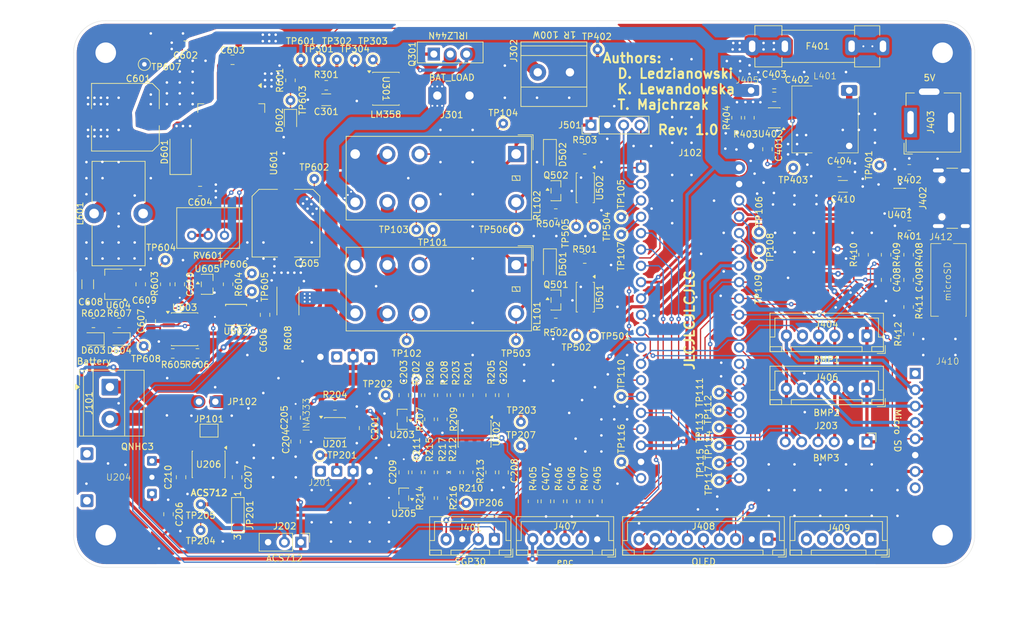
<source format=kicad_pcb>
(kicad_pcb (version 20241229) (generator "pcbnew") (generator_version "9.0")
  (layers (0 "F.Cu" signal) (2 "B.Cu" power) (13 "F.Paste" user) (15 "B.Paste" user) (5 "F.SilkS" user "F.Silkscreen") (7 "B.SilkS" user "B.Silkscreen") (1 "F.Mask" user) (3 "B.Mask" user) (25 "Edge.Cuts" user))
  (net 0 "")
  (net 1 "GND")
  (net 2 "+5V")
  (net 3 "/ina333_Vout")
  (net 4 "/Sensors1/ina333_offset_2V48")
  (net 5 "/ina333_Vin-")
  (net 6 "/QNH_Vout")
  (net 7 "/Sensors1/Current_offset_1V5")
  (net 8 "+3V3")
  (net 9 "/Connectors/SMPS_CB")
  (net 10 "/Connectors/SMPS_SW")
  (net 11 "/enc_S1")
  (net 12 "/enc_S2")
  (net 13 "/enc_KEY")
  (net 14 "/BatteryLoad/active_load_Vin+")
  (net 15 "/XL4015/XL4015_VC")
  (net 16 "/OLED_DC")
  (net 17 "/SPI_MOSI")
  (net 18 "/TIM3_CH1_PWM")
  (net 19 "/OLED_CS")
  (net 20 "/SD_CS")
  (net 21 "/R1_IN2")
  (net 22 "/TIM4_CH2")
  (net 23 "USB_D-")
  (net 24 "/R1_IN1")
  (net 25 "/SPI_SCK")
  (net 26 "/I2C_SCL")
  (net 27 "/BMP1_CS")
  (net 28 "/SPI_MISO")
  (net 29 "/OLED_RST")
  (net 30 "/BMP2_CS")
  (net 31 "/BMP3_CS")
  (net 32 "/R1_IN3")
  (net 33 "USB_D+")
  (net 34 "/I2C_SDA")
  (net 35 "/Connectors/enc_S2_in")
  (net 36 "/Connectors/enc_S1_in")
  (net 37 "/Connectors/enc_key_in")
  (net 38 "/Connectors/USBCC1")
  (net 39 "/Connectors/USBD+")
  (net 40 "/Connectors/USBCC2")
  (net 41 "/Connectors/USBD-")
  (net 42 "/XL4015/OUT+")
  (net 43 "/XL4015/RVW")
  (net 44 "/XL4015/XL4015_ConstFlow_LED")
  (net 45 "/Current_sensor_in-")
  (net 46 "/Sensors1/QNHC3_out")
  (net 47 "/Sensors1/Current_sensor_out")
  (net 48 "/Sensors1/ACS712_out")
  (net 49 "/Relays/K1_Q_B")
  (net 50 "/Relays/K2_Q_B")
  (net 51 "/Sensors1/ina333_opamp_V+")
  (net 52 "/Sensors1/ina333_Vout_5V")
  (net 53 "/Sensors1/Current_Vout")
  (net 54 "/Sensors1/Current_opamp_V+")
  (net 55 "/Connectors/SMPS_FB")
  (net 56 "/Relays/K1_opto_in")
  (net 57 "/Relays/K1_opto_out")
  (net 58 "/Relays/K2_opto_in")
  (net 59 "/Relays/K2_opto_out")
  (net 60 "/Sensors1/ina333_Rg1")
  (net 61 "/Sensors1/ina333_Rg2")
  (net 62 "Net-(U401-VBUS)")
  (net 70 "Net-(U206-FILTER)")
  (net 71 "/XL4015/XL4015_5V")
  (net 72 "/XL4015/XL4015_2V495")
  (net 73 "/R1_COIL-")
  (net 74 "/R2_COIL-")
  (net 75 "/XL4015/XL4015_SW")
  (net 76 "/XL4015/XL4015_FB")
  (net 77 "/XL4015/XL4015_Chrg_LED")
  (net 78 "/XL4015/XL4015_LMB_out")
  (net 79 "/XL4015/XL4015_ChrgFull_LED")
  (net 80 "Net-(J102B-PC15)")
  (net 81 "/OLED_TIM2")
  (net 85 "Net-(J412-DAT2)")
  (net 86 "Net-(J412-DAT1)")
  (net 88 "Net-(U203-REF)")
  (net 89 "Net-(U205-REF)")
  (net 92 "/Sensors1/ina333_opamp_V-")
  (net 93 "/Sensors1/ina333_Vout_")
  (net 94 "/Sensors1/Current_opamp_V-")
  (net 95 "Net-(J102B-3V3)")
  (net 96 "Net-(J102B-PB10)")
  (net 97 "Net-(J102B-PC14)")
  (net 98 "Net-(J102A-PB15)")
  (net 99 "Net-(J102B-PA0)")
  (net 100 "Net-(J102A-3V3)")
  (net 101 "Net-(J102B-PC13)")
  (net 102 "Net-(J102B-VB)")
  (net 103 "Net-(J102B-RST)")
  (net 104 "Net-(J102B-PB2)")
  (net 106 "/BatteryLoad/Bat_load+")
  (net 107 "/BatteryLoad/active_load_Vin-")
  (net 108 "/XL4015/OUT-")
  (net 109 "/BatteryLoad/active_load_Vout")
  (net 110 "/XL4015/RVH")
  (net 111 "/XL4015/XL4015_LMB+")
  (net 117 "/BAT_Vin-")
  (net 118 "/BAT_Vin+")
  (net 120 "Net-(RL101-Pad7)")
  (net 121 "Net-(RL101-Pad2)")
  (net 122 "Net-(RL102-Pad2)")
  (net 123 "Net-(RL102-Pad7)")
  (net 124 "Net-(F401-Pad1)")
  (footprint "Resistor_SMD:R_0805_2012Metric" (layer "F.Cu") (at 112.297762 93.239217 90)
    (property "Reference" "R212")
    (property "Value" "4.7k")
  )
  (footprint "Resistor_SMD:R_0805_2012Metric" (layer "F.Cu") (at 60.0875 70 180)
    (property "Reference" "R607")
    (property "Value" "1k")
  )
  (footprint "Capacitor_SMD:C_0805_2012Metric" (layer "F.Cu") (at 161.856319 34.865093 180)
    (property "Reference" "C402")
    (property "Value" "2.2u")
  )
  (footprint "Connector_PinHeader_2.54mm:PinHeader_1x04_P2.54mm_Vertical" (layer "F.Cu") (at 133.38 39.25 90)
    (property "Reference" "J501")
    (property "Value" "Conn_01x04_Pin")
  )
  (footprint "Resistor_SMD:R_0805_2012Metric" (layer "F.Cu") (at 132.378662 97.742232 90)
    (property "Reference" "R407")
    (property "Value" "5.1k")
  )
  (footprint "Resistor_SMD:R_0805_2012Metric" (layer "F.Cu") (at 108.297762 84.989217 90)
    (property "Reference" "R207")
    (property "Value" "3.9k")
  )
  (footprint "MountingHole:MountingHole_3.2mm_M3_Pad" (layer "F.Cu") (at 188 28)
    (property "Reference" "H402" (hide yes))
    (property "Value" "MountingHole_Pad" (hide yes))
  )
  (footprint "TerminalBlock_Phoenix:TerminalBlock_Phoenix_MKDS-1,5-2_1x02_P5.00mm_Horizontal" (layer "F.Cu") (at 130.112918 31.039581 180)
    (property "Reference" "J302")
    (property "Value" "1R 100W")
  )
  (footprint "TestPoint:TestPoint_THTPad_D1.5mm_Drill0.7mm" (layer "F.Cu") (at 122.5 85.4)
    (property "Reference" "TP203")
    (property "Value" "TestPoint")
  )
  (footprint "footprints:QNHC3" (layer "F.Cu") (at 65.175 94)
    (property "Reference" "U204")
    (property "Value" "QNHC3")
  )
  (footprint "Capacitor_SMD:C_0805_2012Metric" (layer "F.Cu") (at 70.4 26.9 180)
    (property "Reference" "C602")
    (property "Value" "1u")
  )
  (footprint "Fiducial:Fiducial_1mm_Mask2mm" (layer "F.Cu") (at 64 103)
    (property "Reference" "FID404" (hide yes))
    (property "Value" "Fiducial" (hide yes))
  )
  (footprint "Package_DIP:DIP-40_W15.24mm" (layer "F.Cu") (at 141.16 45.885)
    (property "Reference" "J102")
    (property "Value" "STM32blackpill")
  )
  (footprint "Resistor_SMD:R_0805_2012Metric" (layer "F.Cu") (at 110.297762 81.239217 -90)
    (property "Reference" "R208")
    (property "Value" "10k")
  )
  (footprint "Inductor_THT:L_Toroid_Vertical_L16.0mm_W8.0mm_P7.62mm" (layer "F.Cu") (at 56.19 53 90)
    (property "Reference" "L601")
    (property "Value" "47u")
  )
  (footprint "Resistor_SMD:R_0805_2012Metric" (layer "F.Cu") (at 132.4125 60 180)
    (property "Reference" "R501")
    (property "Value" "220R")
  )
  (footprint "TestPoint:TestPoint_THTPad_D1.5mm_Drill0.7mm" (layer "F.Cu") (at 90.4 47.6)
    (property "Reference" "TP602")
    (property "Value" "TestPoint")
  )
  (footprint "Resistor_SMD:R_0805_2012Metric" (layer "F.Cu") (at 110.297762 93.239217 -90)
    (property "Reference" "R217")
    (property "Value" "8.2k")
  )
  (footprint "Package_TO_SOT_SMD:SOT-23-6" (layer "F.Cu") (at 181.356807 50.630275 180)
    (property "Reference" "U401")
    (property "Value" "USBLC6-2SC6")
  )
  (footprint "Relay_THT:Relay_DPDT_Panasonic_JW2" (layer "F.Cu") (at 121.75 43.75 180)
    (property "Reference" "RL102")
    (property "Value" "JW2")
  )
  (footprint "Connector_JST:JST_XH_B5B-XH-A_1x05_P2.50mm_Vertical" (layer "F.Cu") (at 134.346541 103.638758 180)
    (property "Reference" "J407")
    (property "Value" "enc")
  )
  (footprint "TestPoint:TestPoint_THTPad_D1.5mm_Drill0.7mm" (layer "F.Cu") (at 153.29393 83.561076)
    (property "Reference" "TP112")
    (property "Value" "TestPoint")
  )
  (footprint "LED_SMD:LED_0805_2012Metric" (layer "F.Cu") (at 86.7 38.5 -90)
    (property "Reference" "D602")
    (property "Value" "Red")
  )
  (footprint "TestPoint:TestPoint_THTPad_D1.5mm_Drill0.7mm" (layer "F.Cu") (at 106.25 55.5 90)
    (property "Reference" "TP103")
    (property "Value" "TestPoint")
  )
  (footprint "Resistor_SMD:R_0805_2012Metric" (layer "F.Cu") (at 67.255 64 90)
    (property "Reference" "R603")
    (property "Value" "2.2k")
  )
  (footprint "MountingHole:MountingHole_3.2mm_M3_Pad" (layer "F.Cu") (at 58 28)
    (property "Reference" "H401" (hide yes))
    (property "Value" "MountingHole_Pad")
  )
  (footprint "Package_TO_SOT_THT:TO-220-3_Vertical" (layer "F.Cu") (at 108.972918 28.212081)
    (property "Reference" "Q301")
    (property "Value" "IRLZ44N")
  )
  (footprint "TestPoint:TestPoint_THTPad_D1.5mm_Drill0.7mm" (layer "F.Cu") (at 131.082282 55.034255 90)
    (property "Reference" "TP505")
    (property "Value" "TestPoint")
  )
  (footprint "Resistor_SMD:R_0805_2012Metric" (layer "F.Cu") (at 182.831807 54.880275 180)
    (property "Reference" "R401")
    (property "Value" "5.1k")
  )
  (footprint "Capacitor_SMD:C_1206_3216Metric" (layer "F.Cu") (at 172.528813 48.773171)
    (property "Reference" "C410")
    (property "Value" "10u")
  )
  (footprint "Capacitor_SMD:C_0805_2012Metric" (layer "F.Cu") (at 65 69.75 -90)
    (property "Reference" "C607")
    (property "Value" "1u")
  )
  (footprint "Capacitor_SMD:C_0805_2012Metric" (layer "F.Cu") (at 104.297762 81.239217 -90)
    (property "Reference" "C203")
    (property "Value" "1u")
  )
  (footprint "Diode_SMD:D_SOD-123" (layer "F.Cu") (at 127 43.85 -90)
    (property "Reference" "D502")
    (property "Value" "1N4148W")
  )
  (footprint "Resistor_SMD:R_0805_2012Metric" (layer "F.Cu") (at 175.724832 59.406446 -90)
    (property "Reference" "R410")
    (property "Value" "10k")
  )
  (footprint "TestPoint:TestPoint_THTPad_D1.5mm_Drill0.7mm" (layer "F.Cu") (at 114 98 -90)
    (property "Reference" "TP206")
    (property "Value" "TestPoint")
  )
  (footprint "Resistor_SMD:R_0805_2012Metric" (layer "F.Cu") (at 108.297762 93.239217 -90)
    (property "Reference" "R215")
    (property "Value" "4.7k")
  )
  (footprint "Diode_SMD:D_SMA" (layer "F.Cu") (at 69.63 43.425 90)
    (property "Reference" "D601")
    (property "Value" "MBRD1045")
  )
  (footprint "Resistor_SMD:R_0805_2012Metric" (layer "F.Cu") (at 114.297762 93.239217 90)
    (property "Reference" "R210")
    (property "Value" "8.2k")
  )
  (footprint "Resistor_SMD:R_0805_2012Metric" (layer "F.Cu") (at 156 38.1125 -90)
    (property "Reference" "R404")
    (property "Value" "22.1k")
  )
  (footprint "TerminalBlock_Phoenix:TerminalBlock_Phoenix_MKDS-1,5-2_1x02_P5.00mm_Horizontal" (layer "F.Cu") (at 58.640925 79.979129 -90)
    (property "Reference" "J101")
    (property "Value" "Battery")
  )
  (footprint "Resistor_SMD:R_0805_2012Metric" (layer "F.Cu") (at 86.7 32.2875 90)
    (property "Reference" "R601")
    (property "Value" "270")
  )
  (footprint "Resistor_SMD:R_0805_2012Metric" (layer "F.Cu") (at 127.9125 53 180)
    (property "Reference" "R504")
    (property "Value" "220R")
  )
  (footprint "Capacitor_SMD:C_0805_2012Metric" (layer "F.Cu") (at 72.655 49.5)
    (property "Reference" "C604")
    (property "Value" "1u")
  )
  (footprint "Resistor_SMD:R_0805_2012Metric" (layer "F.Cu") (at 77.005 64 -90)
    (property "Reference" "R604")
    (property "Value" "71.5k")
  )
  (footprint "Resistor_SMD:R_0805_2012Metric" (layer "F.Cu") (at 56.0875 70 180)
    (property "Reference" "R602")
    (property "Value" "1k")
  )
  (footprint "footprints:board_ina333" (layer "F.Cu") (at 91.35 93.07 90)
    (property "Reference" "J201")
    (property "Value" "ina333")
  )
  (footprint "Package_TO_SOT_SMD:SOT-23" (layer "F.Cu") (at 104.047762 84.989217 180)
    (property "Reference" "U203")
    (property "Value" "TLV431")
  )
  (footprint "Package_TO_SOT_SMD:TO-263-5_TabPin3" (layer "F.Cu") (at 77.5 40.75 -90)
    (property "Reference" "U601")
    (property "Value" "XL4015")
  )
  (footprint "Capacitor_SMD:C_0805_2012Metric" (layer "F.Cu") (at 77.7 29.1 180)
    (property "Reference" "C603")
    (property "Value" "1u")
  )
  (footprint "Connector_JST:JST_XH_B4B-XH-A_1x04_P2.50mm_Vertical" (layer "F.Cu") (at 118.379605 103.638758 180)
    (property "Reference" "J401")
    (property "Value" "SGP30")
  )
  (footprint "TestPoint:TestPoint_THTPad_D1.5mm_Drill0.7mm" (layer "F.Cu") (at 153.29393 80.811076)
    (property "Reference" "TP111")
    (property "Value" "TestPoint")
  )
  (footprint "TestPoint:TestPoint_THTPad_D1.5mm_Drill0.7mm" (layer "F.Cu") (at 88.3 29.062747)
    (property "Reference" "TP601")
    (property "Value" "TestPoint")
  )
  (footprint "Resistor_SMD:R_0805_2012Metric" (layer "F.Cu") (at 182.724832 59.406446 -90)
    (property "Reference" "R408")
    (property "Value" "10k")
  )
  (footprint "TestPoint:TestPoint_THTPad_D1.5mm_Drill0.7mm" (layer "F.Cu") (at 153.29393 86.311076)
    (property "Reference" "TP113")
    (property "Value" "TestPoint")
  )
  (footprint "TestPoint:TestPoint_THTPad_D1.5mm_Drill0.7mm" (layer "F.Cu") (at 72.75 102.25 180)
    (property "Reference" "TP204")
    (property "Value" "TestPoint")
  )
  (footprint "TestPoint:TestPoint_THTPad_D1.5mm_Drill0.7mm" (layer "F.Cu") (at 93.903874 29.062747)
    (property "Reference" "TP302")
    (property "Value" "TestPoint")
  )
  (footprint "Capacitor_SMD:C_Elec_10x10.2" (layer "F.Cu") (at 61.055591 38.027795 180)
    (property "Reference" "C601")
    (property "Value" "470u")
  )
  (footprint "Capacitor_SMD:C_0805_2012Metric" (layer "F.Cu") (at 82.75 68.75 -90)
    (property "Reference" "C606")
    (property "Value" "1u")
  )
  (footprint "TestPoint:TestPoint_THTPad_D1.5mm_Drill0.7mm" (layer "F.Cu") (at 131.082282 72.034255 180)
    (property "Reference" "TP502")
    (property "Value" "TestPoint")
  )
  (footprint "Package_TO_SOT_SMD:SOT-23-6" (layer "F.Cu") (at 161.856319 38.115093 180)
    (property "Reference" "U402")
    (property "Value" "LMR51430")
  )
  (footprint "Resistor_SMD:R_2512_6332Metric" (layer "F.Cu") (at 86.3 66.6 -90)
    (property "Reference" "R608")
    (property "Value" "0.05R")
  )
  (footprint "Resistor_SMD:R_0805_2012Metric" (layer "F.Cu") (at 114.297762 81.239217 -90)
    (property "Reference" "R201")
    (property "Value" "6.2k")
  )
  (footprint "Resistor_SMD:R_0805_2012Metric" (layer "F.Cu") (at 72.25 74.75)
    (property "Reference" "R606")
    (property "Value" "10k")
  )
  (footprint "Fiducial:Fiducial_1mm_Mask2mm" (layer "F.Cu") (at 64 27)
    (property "Reference" "FID401" (hide yes))
    (property "Value" "Fiducial" (hide yes))
  )
  (footprint "Capacitor_SMD:C_0805_2012Metric" (layer "F.Cu") (at 182.724832 63.318946 -90)
    (property "Reference" "C409")
    (property "Value" "1u")
  )
  (footprint "Package_SO:SOIC-8_3.9x4.9mm_P1.27mm" (layer "F.Cu") (at 70.25 71)
    (property "Reference" "U603")
    (property "Value" "LM358")
  )
  (footprint "Resistor_SMD:R_0805_2012Metric" (layer "F.Cu") (at 132.4125 43 180)
    (property "Reference" "R503")
    (property "Value" "220R")
  )
  (footprint "Capacitor_SMD:C_0805_2012Metric" (layer "F.Cu") (at 179.224832 63.318946 -90)
    (property "Reference" "C408")
    (property "Value" "100n")
  )
  (footprint "footprints:Fuseholder_Clip-5x20mm" (layer "F.Cu") (at 178.74 27 180)
    (property "Reference" "F401")
    (property "Value" "5A")
  )
  (footprint "TestPoint:TestPoint_THTPad_D1.5mm_Drill0.7mm" (layer "F.Cu") (at 153.29393 89.061076)
    (property "Reference" "TP114")
    (property "Value" "TestPoint")
  )
  (footprint "Resistor_SMD:R_0805_2012Metric" (layer "F.Cu") (at 182.75 71.75 90)
    (property "Reference" "R412")
    (property "Value" "10k")
  )
  (footprint "Resistor_SMD:R_0805_2012Metric" (layer "F.Cu") (at 128.378662 97.742232 90)
    (property "Reference" "R406")
    (property "Value" "5.1k")
  )
  (footprint "footprints:USB_C_16P" (layer "F.Cu") (at 190.455 50.625 90)
    (property "Reference" "J402")
    (property "Value" "USBC")
  )
  (footprint "TestPoint:TestPoint_THTPad_D1.5mm_Drill0.7mm" (layer "F.Cu") (at 178.2 45.5 90)
    (property "Reference" "TP401")
    (property "Value" "TestPoint")
  )
  (footprint "TestPoint:TestPoint_THTPad_D1.5mm_Drill0.7mm" (layer "F.Cu") (at 164.8 45.9 180)
    (property "Reference" "TP403")
    (property "Value" "TestPoint")
  )
  (footprint "Connector_JST:JST_XH_B6B-XH-A_1x06_P2.50mm_Vertical" (layer "F.Cu") (at 176.25 72 180)
    (property "Reference" "J404")
    (property "Value" "BMP1")
  )
  (footprint "MountingHole:MountingHole_3.2mm_M3_Pad" (layer "F.Cu") (at 188 103)
    (property "Reference" "H403" (hide yes))
    (property "Value" "MountingHole_Pad")
  )
  (footprint "Resistor_SMD:R_0805_2012Metric" (layer "F.Cu") (at 108.297762 97.239217 -90)
    (property "Reference" "R214")
    (property "Value" "2.2k")
  )
  (footprint "Package_SO:VSSOP-8_3x3mm_P0.65mm" (layer "F.Cu") (at 93.6125 86.325)
    (property "Reference" "U201")
    (property "Value" "INA333xxDGK")
  )
  (footprint "Package_TO_SOT_SMD:SOT-23-3" (layer "F.Cu") (at 73.755 64)
    (property "Reference" "U605")
    (property "Value" "TL431")
  )
  (footprint "Package_SO:SOP-4_4.4x2.6mm_P1.27mm" (layer "F.Cu") (at 132.5 49 -90)
    (property "Reference" "U502")
    (property "Value" "LTV-217")
  )
  (footprint "TestPoint:TestPoint_THTPad_D1.5mm_Drill0.7mm" (layer "F.Cu") (at 153.29393 91.811076)
    (property "Reference" "TP115")
    (property "Value" "TestPoint")
  )
  (footprint "Connector_JST:JST_XH_B5B-XH-A_1x05_P2.50mm_Vertical" (layer "F.Cu") (at 176.857088 103.638758 180)
    (property "Reference" "J409")
    (property "Value" "Conn_01x05_Pin")
  )
  (footprint "Capacitor_SMD:C_1206_3216Metric" (layer "F.Cu") (at 55.205 64 -90)
    (property "Reference" "C608")
    (property "Value" "10u")
  )
  (footprint "TestPoint:TestPoint_THTPad_D1.5mm_Drill0.7mm" (layer "F.Cu") (at 133.832282 55.034255 -90)
    (property "Reference" "TP504")
    (property "Value" "TestPoint")
  )
  (footprint "Package_TO_SOT_SMD:SOT-89-3" (layer "F.Cu") (at 59.205 64 180)
    (property "Reference" "U604")
    (property "Value" "78L05")
  )
  (footprint "TestPoint:TestPoint_THTPad_D1.5mm_Drill0.7mm" (layer "F.Cu") (at 138.07393 81.451076)
    (property "Reference" "TP110")
    (property "Value" "TestPoint")
  )
  (footprint "TestPoint:TestPoint_THTPad_D1.5mm_Drill0.7mm" (layer "F.Cu") (at 72.75 98.2 180)
    (property "Reference" "TP205")
    (property "Value" "TestPoint")
  )
  (footprint "TestPoint:TestPoint_THTPad_D1.5mm_Drill0.7mm" (layer "F.Cu") (at 101.5 81.25)
    (property "Reference" "TP202")
    (property "Value" "TestPoint")
  )
  (footprint "TestPoint:TestPoint_THTPad_D1.5mm_Drill0.7mm" (layer "F.Cu") (at 91.101937 29.062747)
    (property "Reference" "TP301")
    (property "Value" "TestPoint")
  )
  (footprint "TestPoint:TestPoint_THTPad_D1.5mm_Drill0.7mm" (layer "F.Cu") (at 108.815 55.5 -90)
    (property "Reference" "TP101")
    (property "Value" "TestPoint")
  )
  (footprint "TestPoint:TestPoint_THTPad_D1.5mm_Drill0.7mm" (layer "F.Cu") (at 86.7 35.4 -90)
    (property "Reference" "TP603")
    (property "Value" "TestPoint")
  )
  (footprint "Resistor_SMD:R_0805_2012Metric" (layer "F.Cu") (at 182.724832 67.531446 -90)
    (property "Reference" "R411")
    (property "Value" "10k")
  )
  (footprint "Capacitor_SMD:C_0805_2012Metric" (layer "F.Cu") (at 98.135 86.355 -90)
    (property "Reference" "C201")
    (property "Value" "100n")
  )
  (footprint "Resistor_SMD:R_0805_2012Metric" (layer "F.Cu") (at 117.797762 93.239217 90)
    (property "Reference" "R213")
    (property "Value" "4.7k")
  )
  (footprint "Connector_JST:JST_XH_B9B-XH-A_1x09_P2.50mm_Vertical" (layer "F.Cu") (at 160.857088 103.638758 180)
    (property "Reference" "J408")
    (property "Value" "OLED")
  )
  (footprint "Connector_PinHeader_2.54mm:PinHeader_1x03_P2.54mm_Vertical" (layer "F.Cu") (at 88.3 104.1 -90)
    (property "Reference" "J202")
    (property "Value" "ACS712")
  )
  (footprint "Capacitor_SMD:C_0805_2012Metric" (layer "F.Cu") (at 69.7 94 -90)
    (property "Reference" "C210")
    (property "Value" "1n")
  )
  (footprint "TestPoint:TestPoint_THTPad_D1.5mm_Drill0.7mm" (layer "F.Cu") (at 159.47393 58.641076)
    (property "Reference" "TP108")
    (property "Value" "TestPoint")
  )
  (footprint "Resistor_SMD:R_0805_2012Metric" (layer "F.Cu") (at 92.257747 33.062747)
    (property "Reference" "R301")
    (property "Value" "1k")
  )
  (footprint "Package_TO_SOT_SMD:SOT-23" (layer "F.Cu") (at 127.9375 66.45)
    (property "Reference" "Q501")
    (property "Value" "NPN")
  )
  (footprint "Capacitor_SMD:C_0805_2012Metric" (layer "F.Cu") (at 134.378662 97.742232 -90)
    (property "Reference" "C405")
    (property "Value" "100n")
  )
  (footprint "Package_TO_SOT_SMD:SOT-23" (layer "F.Cu") (at 127.9375 49.45)
    (property "Reference" "Q502")
    (property "Value" "NPN")
  )
  (footprint "Package_SO:SOIC-8_3.9x4.9mm_P1.27mm" (layer "F.Cu") (at 101.525 33.595)
    (property "Reference" "U301")
    (property "Value" "LM358")
  )
  (footprint "Fiducial:Fiducial_1mm_Mask2mm" (layer "F.Cu") (at 182 103)
    (property "Reference" "FID403" (hide yes))
    (property "Value" "Fiducial" (hide yes))
  )
  (footprint "Capacitor_SMD:C_0805_2012Metric" (layer "F.Cu") (at 126.378662 97.742232 -90)
    (property "Reference" "C407")
    (property "Value" "100n")
  )
  (footprint "TestPoint:TestPoint_THTPad_D1.5mm_Drill0.7mm" (layer "F.Cu") (at 91.275 90.575 90)
    (property "Reference" "TP201")
    (property "Value" "TestPoint")
  )
  (footprint "TestPoint:TestPoint_THTPad_D1.5mm_Drill0.7mm" (layer "F.Cu") (at 159.47393 61.141076)
    (property "Reference" "TP109")
    (property "Value" "TestPoint")
  )
  (footprint "TestPoint:TestPoint_THTPad_D1.5mm_Drill0.7mm" (layer "F.Cu") (at 80.7 62.3)
    (property "Reference" "TP606")
    (property "Value" "TestPoint")
  )
  (footprint "Capacitor_SMD:C_0805_2012Metric" (layer "F.Cu") (at 78.4 94 90)
    (property "Reference" "C207")
    (property "Value" "100n")
  )
  (footprint "Package_SO:SOP-4_4.4x2.6mm_P1.27mm" (layer "F.Cu") (at 132.5 66 -90)
    (property "Reference" "U501")
    (property "Value" "LTV-217")
  )
  (footprint "Capacitor_SMD:C_0805_2012Metric" (layer "F.Cu") (at 63.43 64 90)
    (property "Reference" "C609")
    (property "Value" "1u")
  )
  (footprint "Capacitor_SMD:C_1206_3216Metric" (layer "F.Cu") (at 92.257747 35.312747 180)
    (property "Reference" "C301")
    (property "Value" "10u")
  )
  (footprint "TestPoint:TestPoint_THTPad_D1.5mm_Drill0.7mm" (layer "F.Cu") (at 99.507747 29.062747)
    (property "Reference" "TP303")
    (property "Value" "TestPoint")
  )
  (footprint "TestPoint:TestPoint_THTPad_D1.5mm_Drill0.7mm" (layer "F.Cu") (at 122.5 89.1)
    (property "Reference" "TP207")
    (property "Value" "TestPoint")
  )
  (footprint "Capacitor_SMD:C_0805_2012Metric" (layer "F.Cu") (at 130.378662 97.742232 -90)
    (property "Reference" "C406")
    (property "Value" "100n")
  )
  (footprint "TestPoint:TestPoint_THTPad_D1.5mm_Drill0.7mm" (layer "F.Cu") (at 153.29393 94.561076)
    (property "Reference" "TP117")
    (property "Value" "TestPoint")
  )
  (footprint "Resistor_SMD:R_0805_2012Metric" (layer "F.Cu") (at 127.9125 70 180)
    (property "Reference" "R502")
    (property "Value" "220R")
  )
  (footprint "footprints:microSD" (layer "F.Cu") (at 186.974832 59.768946 90)
    (property "Reference" "J412")
    (property "Value" "Micro_SD_Card")
  )
  (footprint "Package_SO:TSSOP-10_3x3mm_P0.5mm" (layer "F.Cu") (at 78.25 68.75 180)
    (property "Reference" "U602")
    (property "Value" "DS3502U+T&R")
  )
  (footprint "TestPoint:TestPoint_THTPad_D1.5mm_Drill0.7mm" (layer "F.Cu") (at 121.75 72.75 -90)
    (property "Reference" "TP503")
    (property "Value" "TestPoint")
  )
  (footprint "footprints:SMD,10.4x10.3mm" (layer "F.Cu") (at 169.743819 33.865093 -90)
    (property "Reference" "L401")
    (property "Value" "2.2uH")
  )
  (footprint "Resistor_SMD:R_0805_2012Metric" (layer "F.Cu") (at 110.297762 97.239217 90)
    (property "Reference" "R216")
    (property "Value" "10k")
  )
  (footprint "Capacitor_SMD:C_0805_2012Metric" (layer "F.Cu") (at 119.797762 81.239217 90)
    (property "Reference" "C202")
    (property "Value" "100n")
  )
  (footprint "Connector_JST:JST_XH_B6B-XH-A_1x06_P2.50mm_Vertical" (layer "F.Cu") (at 176.25 80.25 180)
    (property "Reference" "J406")
    (property "Value" "BMP2")
  )
  (footprint "TestPoint:TestPoint_THTPad_D1.5mm_Drill0.7mm" (layer "F.Cu") (at 67.255 60.25)
    (property "Reference" "TP604")
    (property "Value" "TestPoint")
  )
  (footprint "TestPoint:TestPoint_THTPad_D1.5mm_Drill0.7mm" (layer "F.Cu") (at 119.75 39)
    (property "Reference" "TP104")
    (property "Value" "TestPoint")
  )
  (footprint "Resistor_SMD:R_0805_2012Metric" (layer "F.Cu") (at 179.224832 59.406446 -90)
    (property "Reference" "R409")
    (property "Value" "10k")
  )
  (footprint "TestPoint:TestPoint_THTPad_D1.5mm_Drill0.7mm" (layer "F.Cu") (at 80.7 65.1)
    (property "Reference" "TP605")
    (property "Value" "TestPoint")
  )
  (footprint "LED_SMD:LED_0805_2012Metric" (layer "F.Cu") (at 60.1125 72.5 180)
    (property "Reference" "D604")
    (property "Value" "Green")
  )
  (footprint "Resistor_SMD:R_0805_2012Metric" (layer "F.Cu") (at 108.297762 81.239217 90)
    (property "Reference" "R206")
    (property "Value" "10k")
  )
  (footprint "Connector_BarrelJack:BarrelJack_GCT_DCJ200-10-A_Horizontal" (layer "F.Cu") (at 183.025735 38.854186 90)
    (property "Reference" "J403")
    (property "Value" "5V")
  )
  (footprint "Resistor_SMD:R_0805_2012Metric" (layer "F.Cu") (at 106.297762 93.239217 -90)
    (property "Reference" "R211")
    (property "Value" "10k")
  )
  (footprint "TestPoint:TestPoint_THTPad_D1.5mm_Drill0.7mm" (layer "F.Cu") (at 64 29.8 180)
    (property "Reference" "TP607")
    (property "Value" "TestPoint")
  )
  (footprint "TestPoint:TestPoint_THTPad_D1.5mm_Drill0.7mm" (layer "F.Cu") (at 133.832282 72.034255 180)
    (property "Reference" "TP501")
    (property "Value" "TestPoint")
  )
  (footprint "Resistor_SMD:R_0805_2012Metric" (layer "F.Cu") (at 112.297762 81.239217 -90)
    (property "Reference" "R203")
    (property "Value" "3.9k")
  )
  (footprint "Capacitor_SMD:C_0805_2012Metric" (layer "F.Cu") (at 69.505 64 -90)
    (property "Reference" "C610")
    (property "Value" "1u")
  )
  (footprint "Capacitor_SMD:C_0805_2012Metric" (layer "F.Cu") (at 87.5 88.45 -90)
    (property "Reference" "C204")
    (property "Value" "100n")
  )
  (footprint "Capacitor_SMD:C_0805_2012Metric" (layer "F.Cu") (at 87.5 84.75 -90)
    (property "Reference" "C205")
    (property "Value" "100n")
  )
  (footprint "Capacitor_SMD:C_Elec_10x10.2" (layer "F.Cu") (at 86 54.5 -90)
    (property "Reference" "C605")
    (property "Value" "470u")
  )
  (footprint "TestPoint:TestPoint_THTPad_D1.5mm_Drill0.7mm" (layer "F.Cu") (at 121.75 55.5 90)
    (property "Reference" "TP506")
    (property "Value" "TestPoint")
  )
  (footprint "TerminalBlock:TerminalBlock_MaiXu_MX126-5.0-02P_1x02_P5.00mm" (layer "F.Cu") (at 109.507747 34.657747)
    (property "Reference" "J301")
    (property "Value" "BAT_LOAD")
  )
  (footprint "Resistor_SMD:R_0805_2012Metric" (layer "F.Cu") (at 158 38.1125 90)
    (property "Reference" "R403")
    (property "Value" "100k")
  )
  (footprint "TestPoint:TestPoint_THTPad_D1.5mm_Drill0.7mm" (layer "F.Cu") (at 138.1 91.6)
    (property "Reference" "TP116")
    (property "Value" "TestPoint")
  )
  (footprint "TestPoint:TestPoint_THTPad_D1.5mm_Drill0.7mm" (layer "F.Cu") (at 96.70581 29.062747)
    (property "Reference" "TP304")
    (property "Value" "TestPoint")
  )
  (footprint "TestPoint:TestPoint_THTPad_D1.5mm_Drill0.7mm" (layer "F.Cu") (at 134.4 27.5 180)
    (property "Reference" "TP402")
    (property "Value" "TestPoint")
  )
  (footprint "Capacitor_SMD:C_0805_2012Metric" (layer "F.Cu") (at 119.797762 93.239217 -90)
    (property "Reference" "C208")
    (property "Value" "100n")
  )
  (footprint "Connector_PinHeader_2.54mm:PinHeader_1x06_P2.54mm_Vertical" (layer "F.Cu") (at 176.26808 88.5 -90)
    (property "Reference" "J203")
    (property "Value" "BMP3")
  )
  (footprint "Capacitor_SMD:C_0805_2012Metric" (layer "F.Cu") (at 161.856319 32.865093 180)
    (property "Reference" "C403")
    (property "Value" "100n")
  )
  (footprint "footprints:board_step-down" (layer "F.Cu") (at 158.253819 33.865093)
    (property "Reference" "J405")
    (property "Value" "~" (hide yes))
  )
  (footprint "Connector_PinHeader_2.54mm:PinHeader_1x02_P2.54mm_Vertical" (layer "F.Cu") (at 75.025 82.25 -90)
    (property "Reference" "JP102")
    (property "Value" "Jumper_2_Bridged")
  )
  (footprint "Resistor_SMD:R_0805_2012Metric" (layer "F.Cu") (at 68.4125 74.75)
    (property "Reference" "R605")
    (property "Value" "90.9k")
  )
  (footprint "Resistor_SMD:R_0805_2012Metric" (layer "F.Cu") (at 117.797762 81.239217 -90)
    (property "Reference" "R205")
    (property "Value" "4.7k")
  )
  (footprint "Diode_SMD:D_SOD-123" (layer "F.Cu") (at 127 60.85 -90)
    (property "Reference" "D501")
    (property "Value" "1N4148W")
  )
  (footprint "Resistor_SMD:R_0805_2012Metric" (layer "F.Cu") (at 106.297762 81.239217 -90)
    (property "Reference" "R202")
    (property "Value" "10k")
  )
  (footprint "Capacitor_SMD:C_0805_2012Metric" (layer "F.Cu") (at 67.75 99.75 -90)
    (property "Reference" "C206")
    (property "Value" "100n")
  )
  (footprint "MountingHole:MountingHole_3.2mm_M3_Pad" (layer "F.Cu") (at 58 103)
    (property "Reference" "H404" (hide yes))
    (property "Value" "MountingHole_Pad")
  )
  (footprint "TestPoint:TestPoint_THTPad_D1.5mm_Drill0.7mm" (layer "F.Cu") (at 138.07393 53.551076)
    (property "Reference" "TP105")
    (property "Value" "TestPoint")
  )
  (footprint "Relay_THT:Relay_DPDT_Panasonic_JW2" (layer "F.Cu") (at 121.75 61 180)
    (property "Reference" "RL101")
    (property "Value" "JW2")
  )
  (footprint "TestPoint:TestPoint_THTPad_D1.5mm_Drill0.7mm" (layer "F.Cu") (at 159.47393 55.891076)
    (property "Reference" "TP106")
    (property "Value" "TestPoint")
  )
  (footprint "Potentiometer_THT:Potentiometer_Bourns_3299W_Vertical" (layer "F.Cu") (at 71.365 56.39 180)
    (property "Reference" "RV601")
    (property "Value" "10k")
  )
  (footprint "Connector_PinHeader_2.54mm:PinHeader_1x08_P2.54mm_Vertical" (layer "F.Cu") (at 183.75 77.86)
    (property "Reference" "J411" (hide yes))
    (property "Value" "Micro SD2" (hide yes))
  )
  (footprint "Capacitor_SMD:C_0805_2012Metric" (layer "F.Cu") (at 171.978813 46.523171)
    (property "Reference" "C404")
    (property "Value" "100n")
  )
  (footprint "Resistor_SMD:R_0805_2012Metric" (layer "F.Cu") (at 110.297762 84.989217 -90)
    (property "Reference" "R209")
    (property "Value" "6.2k")
  )
  (footprint "Jumper:SolderJumper-3_P2.0mm_Open_TrianglePad1.0x1.5mm_NumberLabels" (layer "F.Cu") (at 78.5 99.9 -90)
    (property "Reference" "JP201")
    (property "Value" "SolderJumper_3_Open")
  )
  (footprint "TestPoint:TestPoint_THTPad_D1.5mm_Drill0.7mm" (layer "F.Cu") (at 138.07393 56.251076)
    (property "Reference" "TP107")
    (property "Value" "TestPoint")
  )
  (footprint "Package_SO:SOIC-8_3.9x4.9mm_P1.27mm" (layer "F.Cu") (at 115.297762 87.239217 -90)
    (property "Reference" "U202")
    (property "Value" "MCP6002T-I/SN")
  )
  (footprint "Resistor_SMD:R_0805_2012Metric" (layer "F.Cu") (at 124.378662 97.742232 90)
    (property "Reference" "R405")
    (property "Value" "5.1k")
  )
  (footprint "footprints:board_smd_sd" (layer "F.Cu") (at 188.75 77.88)
    (property "Reference" "J410")
    (property "Value" "Micro SD")
  )
  (footprint "Package_SO:SOIC-8_3.9x4.9mm_P1.27mm" (layer "F.Cu") (at 73.985 92 -90)
    (property "Reference" "U206")
    (property "Value" "ACS712xLCTR-05B")
  )
  (footprint "TestPoint:TestPoint_THTPad_D1.5mm_Drill0.7mm" (layer "F.Cu") (at 104.75 72.75 90)
    (property "Reference" "TP102")
    (property "Value" "TestPoint")
  )
  (footprint "Jumper:SolderJumper-2_P1.3mm_Open_TrianglePad1.0x1.5mm" (layer "F.Cu") (at 74.05 86.75)
    (property "Reference" "JP101")
    (property "Value" "SolderJumper_2_Open")
  )
  (footprint "LED_SMD:LED_0805_2012Metric" (layer "F.Cu") (at 56.0675 72.5 180)
    (property "Reference" "D603")
    (property "Value" "Yellow")
  )
  (footprint "Fiducial:Fiducial_1mm_Mask2mm" (layer "F.Cu") (at 182 28)
    (property "Reference" "FID402" (hide yes))
    (property "Value" "Fiducial" (hide yes))
  )
  (footprint "Resistor_SMD:R_0805_2012Metric" (layer "F.Cu") (at 182.831807 46.130275 180)
    (property "Reference" "R402")
    (property "Value" "5.1k")
  )
  (footprint "Resistor_SMD:R_0805_2012Metric" (layer "F.Cu") (at 93.6125 82.825)
    (property "Reference" "R204")
    (property "Value" "NC")
  )
  (footprint "Capacitor_SMD:C_0805_2012Metric" (layer "F.Cu") (at 160.8 43 90)
    (property "Reference" "C401")
    (property "Value" "100n")
  )
  (footprint "TestPoint:TestPoint_THTPad_D1.5mm_Drill0.7mm" (layer "F.Cu") (at 63.9 73.6 180)
    (property "Reference" "TP608")
    (property "Value" "TestPoint")
  )
  (footprint "Package_TO_SOT_SMD:SOT-23" (layer "F.Cu") (at 104.297762 97.239217 180)
    (property "Reference" "U205")
    (property "Value" "TLV431")
  )
  (footprint "Capacitor_SMD:C_0805_2012Metric" (layer "F.Cu") (at 104.297762 93.239217 90)
    (property "Reference" "C209")
    (property "Value" "1u")
  )
  (gr_line (start 53 103) (end 53 28) (stroke (width 0.05)) (layer "Edge.Cuts"))
  (gr_arc (start 53 28) (mid 54.464466 24.464466) (end 58 23) (stroke (width 0.05)) (layer "Edge.Cuts"))
  (gr_arc (start 58 108) (mid 54.464466 106.535534) (end 53 103) (stroke (width 0.05)) (layer "Edge.Cuts"))
  (gr_line (start 188 108) (end 58 108) (stroke (width 0.05)) (layer "Edge.Cuts"))
  (gr_line (start 193 28) (end 193 103) (stroke (width 0.05)) (layer "Edge.Cuts"))
  (gr_line (start 58 23) (end 188 23) (stroke (width 0.05)) (layer "Edge.Cuts"))
  (gr_arc (start 188 23) (mid 191.535534 24.464466) (end 193 28) (stroke (width 0.05)) (layer "Edge.Cuts"))
  (gr_arc (start 193 103) (mid 191.535534 106.535534) (end 188 108) (stroke (width 0.05)) (layer "Edge.Cuts"))
  (gr_text "ACS712" (at 74.05 97 0) (layer "F.SilkS") (effects (font (size 1 1) (thickness 0.2) (bold yes)) (justify bottom)))
  (gr_text "Authors: \n  D. Ledzianowski \n  K. Lewandowska \n  T. Majchrzak" (at 135.05 36.95 0) (layer "F.SilkS") (effects (font (size 1.5 1.5) (thickness 0.3) (bold yes)) (justify left bottom)))
  (gr_text "JLCJLCJLCJLC" (at 148.7 69.6 90) (layer "F.SilkS") (effects (font (size 1.5 1.5) (thickness 0.3) (bold yes))))
  (gr_text "Rev: 1.0" (at 143.6 40.87 0) (layer "F.SilkS") (effects (font (size 1.5 1.5) (thickness 0.3) (bold yes)) (justify left bottom)))
  (segment (start 175.473171 48.773171) (end 174.003813 48.773171) (width 0.8) (layer "F.Cu") (net 1))
  (segment (start 114.507747 34.657747) (end 118.287918 34.657747) (width 2) (layer "F.Cu") (net 1))
  (segment (start 76.1 68.75) (end 75.26924 68.75) (width 0.2) (layer "F.Cu") (net 1))
  (segment (start 71.1 96.6) (end 70.7 96.6) (width 0.4) (layer "F.Cu") (net 1))
  (segment (start 55.205 65.475) (end 55.205 66.895) (width 1) (layer "F.Cu") (net 1))
  (segment (start 161.871771 36.594557) (end 161.395483 36.118269) (width 0.4) (layer "F.Cu") (net 1))
  (segment (start 110.297762 94.151717) (end 110.297762 93.502238) (width 0.3) (layer "F.Cu") (net 1))
  (segment (start 103.110262 84.989217) (end 102.189217 84.989217) (width 0.4) (layer "F.Cu") (net 1))
  (segment (start 110.297762 79.102238) (end 110.3 79.1) (width 0.4) (layer "F.Cu") (net 1))
  (segment (start 119.797762 94.189217) (end 119.797762 95.597762) (width 0.4) (layer "F.Cu") (net 1))
  (segment (start 111.6 97.955295) (end 111.6 98.1) (width 0.3) (layer "F.Cu") (net 1))
  (segment (start 66.25 72.9) (end 66.255 72.905) (width 0.4) (layer "F.Cu") (net 1))
  (segment (start 126.494752 34.657747) (end 130.112918 31.039581) (width 2) (layer "F.Cu") (net 1))
  (segment (start 174.4 46.523171) (end 172.928813 46.523171) (width 0.8) (layer "F.Cu") (net 1))
  (segment (start 110.297762 93.502238) (end 110.6 93.2) (width 0.3) (layer "F.Cu") (net 1))
  (segment (start 113.392762 84.764217) (end 113.392762 86.692762) (width 0.4) (layer "F.Cu") (net 1))
  (segment (start 63.43 63.05) (end 63.43 61.73) (width 0.4) (layer "F.Cu") (net 1))
  (segment (start 63.43 61.73) (end 63.4 61.7) (width 0.25) (layer "F.Cu") (net 1))
  (segment (start 134.378662 99.978662) (end 134.4 100) (width 0.4) (layer "F.Cu") (net 1))
  (segment (start 134.378662 98.692232) (end 134.378662 99.978662) (width 0.4) (layer "F.Cu") (net 1))
  (segment (start 126.378662 98.692232) (end 126.378662 100.078662) (width 0.4) (layer "F.Cu") (net 1))
  (segment (start 67.75 97.55) (end 67.7 97.5) (width 0.25) (layer "F.Cu") (net 1))
  (segment (start 180.630275 46.130275) (end 180.6 46.1) (width 0.4) (layer "F.Cu") (net 1))
  (segment (start 126.378662 100.078662) (end 126.4 100.1) (width 0.4) (layer "F.Cu") (net 1))
  (segment (start 186.814307 46.885275) (end 187.389307 46.310275) (width 0.4) (layer "F.Cu") (net 1))
  (segment (start 74.8925 64) (end 74.8925 65.2925) (width 0.4) (layer "F.Cu") (net 1))
  (segment (start 91.5 87.3) (end 90.5 87.3) (width 0.4) (layer "F.Cu") (net 1))
  (segment (start 72.7 76.1) (end 72.5 76.3) (width 0.4) (layer "F.Cu") (net 1))
  (segment (start 97 87.305) (end 95.73 87.305) (width 0.4) (layer "F.Cu") (net 1))
  (segment (start 110.6 93.2) (end 111.3 93.2) (width 0.3) (layer "F.Cu") (net 1))
  (segment (start 55.205 64.395) (end 55.6 64) (width 1) (layer "F.Cu") (net 1))
  (segment (start 184.768946 65.268946) (end 186.974832 65.268946) (width 0.5) (layer "F.Cu") (net 1))
  (segment (start 89.9 87.9) (end 89.9 88.5) (width 0.4) (layer "F.Cu") (net 1))
  (segment (start 180.619725 54.880275) (end 180.6 54.9) (width 0.4) (layer "F.Cu") (net 1))
  (segment (start 55.205 66.895) (end 55.2 66.9) (width 1) (layer "F.Cu") (net 1))
  (segment (start 73.605 49.5) (end 75.1 49.5) (width 0.4) (layer "F.Cu") (net 1))
  (segment (start 73.1625 75.6375) (end 72.7 76.1) (width 0.4) (layer "F.Cu") (net 1))
  (segment (start 87.5 89.4) (end 87.5 90.8) (width 0.4) (layer "F.Cu") (net 1))
  (segment (start 90.782747 35.312747) (end 89.412747 35.312747) (width 0.4) (layer "F.Cu") (net 1))
  (segment (start 72.08 94.475) (end 72.08 95.62) (width 0.4) (layer "F.Cu") (net 1))
  (segment (start 110.297762 85.901717) (end 110.297762 87.097762) (width 0.4) (layer "F.Cu") (net 1))
  (segment (start 87.5 83.8) (end 87.5 82.6) (width 0.3) (layer "F.Cu") (net 1))
  (segment (start 159.7 35.7) (end 159.7 35.3) (width 0.4) (layer "F.Cu") (net 1))
  (segment (start 179.224832 64.268946) (end 182.724832 64.268946) (width 0.5) (layer "F.Cu") (net 1))
  (segment (start 104.297762 79.002238) (end 104.3 79) (width 0.4) (layer "F.Cu") (net 1))
  (segment (start 104.297762 92.289217) (end 104.297762 91.202238) (width 0.3) (layer "F.Cu") (net 1))
  (segment (start 110.297762 96.326717) (end 110.297762 96.653057) (width 0.3) (layer "F.Cu") (net 1))
  (segment (start 160.265093 32.865093) (end 159.6 32.2) (width 0.4) (layer "F.Cu") (net 1))
  (segment (start 86.3 63.6375) (end 86.3 62.2) (width 0.4) (layer "F.Cu") (net 1))
  (segment (start 55.205 65.475) (end 55.205 64.395) (width 1) (layer "F.Cu") (net 1))
  (segment (start 55.6 64) (end 59.7 64) (width 1) (layer "F.Cu") (net 1))
  (segment (start 69.505 66.095) (end 69.5 66.1) (width 0.4) (layer "F.Cu") (net 1))
  (segment (start 113.379605 100.920395) (end 113.379605 103.638758) (width 0.25) (layer "F.Cu") (net 1))
  (segment (start 130.378662 98.692232) (end 130.378662 100.078662) (width 0.4) (layer "F.Cu") (net 1))
  (segment (start 175.6 48.8) (end 175.5 48.8) (width 0.4) (layer "F.Cu") (net 1))
  (segment (start 159.7 35.3) (end 160.134907 34.865093) (width 0.4) (layer "F.Cu") (net 1))
  (segment (start 117.392252 34.657747) (end 114.507747 37.542252) (width 2) (layer "F.Cu") (net 1))
  (segment (start 80.4 68.25) (end 81.35 68.25) (width 0.3) (layer "F.Cu") (net 1))
  (segment (start 72.08 95.62) (end 71.1 96.6) (width 0.4) (layer "F.Cu") (net 1))
  (segment (start 186.764307 54.325275) (end 187.389307 54.950275) (width 0.5) (layer "F.Cu") (net 1))
  (segment (start 173.75 80.25) (end 173.75 88.47808) (width 1) (layer "F.Cu") (net 1))
  (segment (start 80.4 67.75) (end 81.5 67.75) (width 0.3) (layer "F.Cu") (net 1))
  (segment (start 110.297762 80.326717) (end 110.297762 79.102238) (width 0.4) (layer "F.Cu") (net 1))
  (segment (start 113.4 100.6) (end 113.4 100.9) (width 0.25) (layer "F.Cu") (net 1))
  (segment (start 99.05 35.5) (end 97 35.5) (width 0.4) (layer "F.Cu") (net 1))
  (segment (start 81.9 69.7) (end 82.75 69.7) (width 0.2) (layer "F.Cu") (net 1))
  (segment (start 90.5 87.3) (end 89.9 87.9) (width 0.4) (layer "F.Cu") (net 1))
  (segment (start 102.189217 84.989217) (end 101.3 84.1) (width 0.4) (layer "F.Cu") (net 1))
  (segment (start 89.412747 35.312747) (end 89.4 35.3) (width 0.4) (layer "F.Cu") (net 1))
  (segment (start 100.5 40) (end 96.75 43.75) (width 2) (layer "F.Cu") (net 1))
  (segment (start 114.507747 37.542252) (end 114.507747 34.657747) (width 2) (layer "F.Cu") (net 1))
  (segment (start 73.1625 74.75) (end 73.1625 75.6375) (width 0.4) (layer "F.Cu") (net 1))
  (segment (start 162.3 40.1) (end 161.871771 39.671771) (width 0.4) (layer "F.Cu") (net 1))
  (segment (start 82.75 69.7) (end 82.75 71.25) (width 0.5) (layer "F.Cu") (net 1))
  (segment (start 113.4 100.9) (end 113.379605 100.920395) (width 0.25) (layer "F.Cu") (net 1))
  (segment (start 66.255 72.905) (end 67.775 72.905) (width 0.4) (layer "F.Cu") (net 1))
  (segment (start 181.919307 46.130275) (end 180.630275 46.130275) (width 0.6) (layer "F.Cu") (net 1))
  (segment (start 104.297762 91.202238) (end 104.3 91.2) (width 0.3) (layer "F.Cu") (net 1))
  (segment (start 160.906319 32.865093) (end 160.265093 32.865093) (width 0.4) (layer "F.Cu") (net 1))
  (segment (start 75.26924 68.75) (end 74.95962 69.05962) (width 0.2) (layer "F.Cu") (net 1))
  (segment (start 81.5 67.4) (end 81.5 68.1) (width 0.3) (layer "F.Cu") (net 1))
  (segment (start 156 39.025) (end 156 40.4) (width 0.4) (layer "F.Cu") (net 1))
  (segment (start 161.395483 36.118269) (end 160.118269 36.118269) (width 0.4) (layer "F.Cu") (net 1))
  (segment (start 161.871771 39.671771) (end 161.871771 36.594557) (width 0.4) (layer "F.Cu") (net 1))
  (segment (start 69.7 95.6) (end 69.7 94.95) (width 0.4) (layer "F.Cu") (net 1))
  (segment (start 181.4 50.2) (end 181.4 48.4) (width 0.4) (layer "F.Cu") (net 1))
  (segment (start 119.797762 80.289217) (end 119.797762 78.902238) (width 0.4) (layer "F.Cu") (net 1))
  (segment (start 110.297762 87.097762) (end 110.3 87.1) (width 0.4) (layer "F.Cu") (net 1))
  (segment (start 67.75 98.8) (end 67.75 97.55) (width 0.25) (layer "F.Cu") (net 1))
  (segment (start 179.224832 64.268946) (end 177.631054 64.268946) (width 0.5) (layer "F.Cu") (net 1))
  (segment (start 186.764307 53.830275) (end 186.764307 54.325275) (width 0.5) (layer "F.Cu") (net 1))
  (segment (start 118.287918 34.657747) (end 117.392252 34.657747) (width 2) (layer "F.Cu") (net 1))
  (segment (start 112.049999 40) (end 100.5 40) (width 2) (layer "F.Cu") (net 1))
  (segment (start 177.631054 64.268946) (end 177.6 64.3) (width 0.5) (layer "F.Cu") (net 1))
  (segment (start 162.993819 39.406181) (end 162.3 40.1) (width 0.4) (layer "F.Cu") (net 1))
  (segment (start 104.297762 80.289217) (end 104.297762 79.002238) (width 0.4) (layer "F.Cu") (net 1))
  (segment (start 130.378662 100.078662) (end 130.4 100.1) (width 0.4) (layer "F.Cu") (net 1))
  (segment (start 102.039217 97.239217) (end 102 97.2) (width 0.3) (layer "F.Cu") (net 1))
  (segment (start 81.5 67.4) (end 81.5 66.6) (width 0.3) (layer "F.Cu") (net 1))
  (segment (start 103.360262 97.239217) (end 102.039217 97.239217) (width 0.3) (layer "F.Cu") (net 1))
  (segment (start 160.134907 34.865093) (end 160.906319 34.865093) (width 0.4) (layer "F.Cu") (net 1))
  (segment (start 82.75 71.25) (end 82.7 71.3) (width 0.5) (layer "F.Cu") (net 1))
  (segment (start 186.814307 47.430275) (end 186.814307 46.885275) (width 0.4) (layer "F.Cu") (net 1))
  (segment (start 69.505 64.95) (end 69.505 66.095) (width 0.4) (layer "F.Cu") (net 1))
  (segment (start 175.5 48.8) (end 175.473171 48.773171) (width 0.4) (layer "F.Cu") (net 1))
  (segment (start 98.135 87.305) (end 97 87.305) (width 0.4) (layer "F.Cu") (net 1))
  (segment (start 78.4 93.05) (end 78.4 91.7) (width 0.4) (layer "F.Cu") (net 1))
  (segment (start 114.507747 37.542252) (end 112.049999 40) (width 2) (layer "F.Cu") (net 1))
  (segment (start 110.297762 96.653057) (end 111.6 97.955295) (width 0.3) (layer "F.Cu") (net 1))
  (segment (start 118.287918 34.657747) (end 126.494752 34.657747) (width 2) (layer "F.Cu") (net 1))
  (segment (start 173.75 72) (end 173.75 80.25) (width 1) (layer "F.Cu") (net 1))
  (segment (start 119.797762 95.597762) (end 119.8 95.6) (width 0.4) (layer "F.Cu") (net 1))
  (segment (start 181.830275 50.630275) (end 181.4 50.2) (width 0.4) (layer "F.Cu") (net 1))
  (segment (start 70.7 96.6) (end 69.7 95.6) (width 0.4) (layer "F.Cu") (net 1))
  (segment (start 63.2 63.9) (end 61.1675 63.9) (width 0.25) (layer "F.Cu") (net 1))
  (segment (start 160.118269 36.118269) (end 159.7 35.7) (width 0.4) (layer "F.Cu") (net 1))
  (segment (start 183.75 90.56) (end 188.73 90.56) (width 0.5) (layer "F.Cu") (net 1))
  (segment (start 97 87.305) (end 97 88.7) (width 0.4) (layer "F.Cu") (net 1))
  (segment (start 81.45 69.25) (end 81.9 69.7) (width 0.2) (layer "F.Cu") (net 1))
  (segment (start 186.814307 53.830275) (end 186.764307 53.830275) (width 0.4) (layer "F.Cu") (net 1))
  (segment (start 162.993819 39.065093) (end 162.993819 39.406181) (width 0.4) (layer "F.Cu") (net 1))
  (segment (start 173.75 88.47808) (end 173.72808 88.5) (width 1) (layer "F.Cu") (net 1))
  (segment (start 183.768946 64.268946) (end 184.768946 65.268946) (width 0.5) (layer "F.Cu") (net 1))
  (segment (start 113.392762 86.692762) (end 113.4 86.7) (width 0.4) (layer "F.Cu") (net 1))
  (segment (start 63.43 63.05) (end 63.43 63.67) (width 0.25) (layer "F.Cu") (net 1))
  (segment (start 72.5 76.3) (end 72.2 76.3) (width 0.4) (layer "F.Cu") (net 1))
  (segment (start 182.494307 50.630275) (end 181.830275 50.630275) (width 0.4) (layer "F.Cu") (net 1))
  (segment (start 119.797762 78.902238) (end 119.8 78.9) (width 0.4) (layer "F.Cu") (net 1))
  (segment (start 63.43 63.67) (end 63.2 63.9) (width 0.25) (layer "F.Cu") (net 1))
  (segment (start 182.724832 64.268946) (end 183.768946 64.268946) (width 0.5) (layer "F.Cu") (net 1))
  (segment (start 80.4 69.25) (end 81.45 69.25) (width 0.2) (layer "F.Cu") (net 1))
  (segment (start 188.73 90.56) (end 188.75 90.58) (width 0.5) (layer "F.Cu") (net 1))
  (segment (start 74.8925 65.2925) (end 74.9 65.3) (width 0.4) (layer "F.Cu") (net 1))
  (segment (start 181.919307 54.880275) (end 180.619725 54.880275) (width 0.5) (layer "F.Cu") (net 1))
  (segment (start 81.35 68.25) (end 81.5 68.1) (width 0.3) (layer "F.Cu") (net 1))
  (segment (start 95.73 87.305) (end 95.725 87.3) (width 0.4) (layer "F.Cu") (net 1))
  (via (at 115 75) (size 0.9) (drill 0.4) (layers "F.Cu" "B.Cu") (net 1))
  (via (at 125 35) (size 0.9) (drill 0.4) (layers "F.Cu" "B.Cu") (net 1))
  (via (at 167.6 47.2) (size 0.9) (drill 0.4) (layers "F.Cu" "B.Cu") (net 1))
  (via (at 158.564395 35.641978) (size 0.9) (drill 0.4) (layers "F.Cu" "B.Cu") (net 1))
  (via (at 113.4 100.6) (size 0.9) (drill 0.4) (layers "F.Cu" "B.Cu") (net 1))
  (via (at 88.3 62.2) (size 0.9) (drill 0.4) (layers "F.Cu" "B.Cu") (net 1))
  (via (at 81 89) (size 0.9) (drill 0.4) (layers "F.Cu" "B.Cu") (net 1))
  (via (at 58.25 35) (size 0.9) (drill 0.4) (layers "F.Cu" "B.Cu") (net 1))
  (via (at 102 101) (size 0.9) (drill 0.4) (layers "F.Cu" "B.Cu") (net 1))
  (via (at 135 45) (size 0.9) (drill 0.4) (layers "F.Cu" "B.Cu") (net 1))
  (via (at 154 56) (size 0.9) (drill 0.4) (layers "F.Cu" "B.Cu") (net 1))
  (via (at 165 100) (size 0.9) (drill 0.4) (layers "F.Cu" "B.Cu") (net 1))
  (via (at 167 45.4) (size 0.9) (drill 0.4) (layers "F.Cu" "B.Cu") (net 1))
  (via (at 130.4 49.5) (size 0.9) (drill 0.4) (layers "F.Cu" "B.Cu") (net 1))
  (via (at 160.2 48.2) (size 0.9) (drill 0.4) (layers "F.Cu" "B.Cu") (net 1))
  (via (at 180.6 54.9) (size 0.9) (drill 0.4) (layers "F.Cu" "B.Cu") (net 1))
  (via (at 60 45) (size 0.9) (drill 0.4) (layers "F.Cu" "B.Cu") (net 1))
  (via (at 69.580589 102.372032) (size 0.9) (drill 0.4) (layers "F.Cu" "B.Cu") (net 1))
  (via (at 165 92) (size 0.9) (drill 0.4) (layers "F.Cu" "B.Cu") (net 1))
  (via (at 70 60.25) (size 0.9) (drill 0.4) (layers "F.Cu" "B.Cu") (net 1))
  (via (at 178.057994 48.480659) (size 0.9) (drill 0.4) (layers "F.Cu" "B.Cu") (net 1))
  (via (at 130.4 100.1) (size 0.9) (drill 0.4) (layers "F.Cu" "B.Cu") (net 1))
  (via (at 100 64.3) (size 0.9) (drill 0.4) (layers "F.Cu" "B.Cu") (net 1))
  (via (at 136 78) (size 0.9) (drill 0.4) (layers "F.Cu" "B.Cu") (net 1))
  (via (at 161 96) (size 0.9) (drill 0.4) (layers "F.Cu" "B.Cu") (net 1))
  (via (at 175 40) (size 0.9) (drill 0.4) (layers "F.Cu" "B.Cu") (net 1))
  (via (at 137 85) (size 0.9) (drill 0.4) (layers "F.Cu" "B.Cu") (net 1))
  (via (at 60 40) (size 0.9) (drill 0.4) (layers "F.Cu" "B.Cu") (net 1))
  (via (at 155.980659 43.038681) (size 0.9) (drill 0.4) (layers "F.Cu" "B.Cu") (net 1))
  (via (at 99 81) (size 0.9) (drill 0.4) (layers "F.Cu" "B.Cu") (net 1))
  (via (at 85.3 62.2) (size 0.9) (drill 0.4) (layers "F.Cu" "B.Cu") (net 1))
  (via (at 96 98) (size 0.9) (drill 0.4) (layers "F.Cu" "B.Cu") (net 1))
  (via (at 113.4 86.7) (size 0.9) (drill 0.4) (layers "F.Cu" "B.Cu") (net 1))
  (via (at 58.358296 91.858479) (size 0.9) (drill 0.4) (layers "F.Cu" "B.Cu") (net 1))
  (via (at 97 83) (size 0.9) (drill 0.4) (layers "F.Cu" "B.Cu") (net 1))
  (via (at 65 47.5) (size 0.9) (drill 0.4) (layers "F.Cu" "B.Cu") (net 1))
  (via (at 131.8 64.4) (size 0.9) (drill 0.4) (layers "F.Cu" "B.Cu") (net 1))
  (via (at 127 92) (size 0.9) (drill 0.4) (layers "F.Cu" "B.Cu") (net 1))
  (via (at 146 38) (size 0.9) (drill 0.4) (layers "F.Cu" "B.Cu") (net 1))
  (via (at 165 56) (size 0.9) (drill 0.4) (layers "F.Cu" "B.Cu") (net 1))
  (via (at 57.25 35) (size 0.9) (drill 0.4) (layers "F.Cu" "B.Cu") (net 1))
  (via (at 84.2 62.2) (size 0.9) (drill 0.4) (layers "F.Cu" "B.Cu") (net 1))
  (via (at 146 47) (size 0.9) (drill 0.4) (layers "F.Cu" "B.Cu") (net 1))
  (via (at 130 35) (size 0.9) (drill 0.4) (layers "F.Cu" "B.Cu") (net 1))
  (via (at 62.473846 59.979065) (size 0.9) (drill 0.4) (layers "F.Cu" "B.Cu") (net 1))
  (via (at 173 100) (size 0.9) (drill 0.4) (layers "F.Cu" "B.Cu") (net 1))
  (via (at 181 100) (size 0.9) (drill 0.4) (layers "F.Cu" "B.Cu") (net 1))
  (via (at 55.2 66.9) (size 0.9) (drill 0.4) (layers "F.Cu" "B.Cu") (net 1))
  (via (at 84.2 60.1) (size 0.9) (drill 0.4) (layers "F.Cu" "B.Cu") (net 1))
  (via (at 164 43.8) (size 0.9) (drill 0.4) (layers "F.Cu" "B.Cu") (net 1))
  (via (at 85.67401 43.63717) (size 0.9) (drill 0.4) (layers "F.Cu" "B.Cu") (net 1))
  (via (at 124.5 56.5) (size 0.9) (drill 0.4) (layers "F.Cu" "B.Cu") (net 1))
  (via (at 149.746059 65.999999) (size 0.9) (drill 0.4) (layers "F.Cu" "B.Cu") (net 1))
  (via (at 119.8 95.6) (size 0.9) (drill 0.4) (layers "F.Cu" "B.Cu") (net 1))
  (via (at 90 57.5) (size 0.9) (drill 0.4) (layers "F.Cu" "B.Cu") (net 1))
  (via (at 149 29) (size 0.9) (drill 0.4) (layers "F.Cu" "B.Cu") (net 1))
  (via (at 60 60) (size 0.9) (drill 0.4) (layers "F.Cu" "B.Cu") (net 1))
  (via (at 70 39.4) (size 0.9) (drill 0.4) (layers "F.Cu" "B.Cu") (net 1))
  (via (at 88.3 61.2) (size 0.9) (drill 0.4) (layers "F.Cu" "B.Cu") (net 1))
  (via (at 75.1 48.5) (size 0.9) (drill 0.4) (layers "F.Cu" "B.Cu") (net 1))
  (via (at 174 56) (size 0.9) (drill 0.4) (layers "F.Cu" "B.Cu") (net 1))
  (via (at 142.722548 42.5) (size 0.9) (drill 0.4) (layers "F.Cu" "B.Cu") (net 1))
  (via (at 140 42.5) (size 0.9) (drill 0.4) (layers "F.Cu" "B.Cu") (net 1))
  (via (at 60 57.5) (size 0.9) (drill 0.4) (layers "F.Cu" "B.Cu") (net 1))
  (via (at 181.4 48.4) (size 0.9) (drill 0.4) (layers "F.Cu" "B.Cu") (net 1))
  (via (at 60 35) (size 0.9) (drill 0.4) (layers "F.Cu" "B.Cu") (net 1))
  (via (at 82.5 57.5) (size 0.9) (drill 0.4) (layers "F.Cu" "B.Cu") (net 1))
  (via (at 80.166971 83.285575) (size 0.9) (drill 0.4) (layers "F.Cu" "B.Cu") (net 1))
  (via (at 93 104) (size 0.9) (drill 0.4) (layers "F.Cu" "B.Cu") (net 1))
  (via (at 153 99) (size 0.9) (drill 0.4) (layers "F.Cu" "B.Cu") (net 1))
  (via (at 68.249999 27.416051) (size 0.9) (drill 0.4) (layers "F.Cu" "B.Cu") (net 1))
  (via (at 55 95) (size 0.9) (drill 0.4) (layers "F.Cu" "B.Cu") (net 1))
  (via (at 153.534657 65.788167) (size 0.9) (drill 0.4) (layers "F.Cu" "B.Cu") (net 1))
  (via (at 110 50) (size 0.9) (drill 0.4) (layers "F.Cu" "B.Cu") (net 1))
  (via (at 84.8 31.2) (size 0.9) (drill 0.4) (layers "F.Cu" "B.Cu") (net 1))
  (via (at 168 56) (size 0.9) (drill 0.4) (layers "F.Cu" "B.Cu") (net 1))
  (via (at 115 60) (size 0.9) (drill 0.4) (layers "F.Cu" "B.Cu") (net 1))
  (via (at 165 50.2) (size 0.9) (drill 0.4) (layers "F.Cu" "B.Cu") (net 1))
  (via (at 158.018241 29.946043) (size 0.9) (drill 0.4) (layers "F.Cu" "B.Cu") (net 1))
  (via (at 84.8 32.3) (size 0.9) (drill 0.4) (layers "F.Cu" "B.Cu") (net 1))
  (via (at 159.7 35.7) (size 0.9) (drill 0.4) (layers "F.Cu" "B.Cu") (net 1))
  (via (at 142.796731 52.230505) (size 0.9) (drill 0.4) (layers "F.Cu" "B.Cu") (net 1))
  (via (at 123 76.5) (size 0.9) (drill 0.4) (layers "F.Cu" "B.Cu") (net 1))
  (via (at 55 47.5) (size 0.9) (drill 0.4) (layers "F.Cu" "B.Cu") (net 1))
  (via (at 62.5 57.5) (size 0.9) (drill 0.4) (layers "F.Cu" "B.Cu") (net 1))
  (via (at 93 101) (size 0.9) (drill 0.4) (layers "F.Cu" "B.Cu") (net 1))
  (via (at 57.5 60) (size 0.9) (drill 0.4) (layers "F.Cu" "B.Cu") (net 1))
  (via (at 82.75 31.25) (size 0.9) (drill 0.4) (layers "F.Cu" "B.Cu") (net 1))
  (via (at 177 100) (size 0.9) (drill 0.4) (layers "F.Cu" "B.Cu") (net 1))
  (via (at 177.6 64.3) (size 0.9) (drill 0.4) (layers "F.Cu" "B.Cu") (net 1))
  (via (at 162.3 40.1) (size 0.9) (drill 0.4) (layers "F.Cu" "B.Cu") (net 1))
  (via (at 125 45) (size 0.9) (drill 0.4) (layers "F.Cu" "B.Cu") (net 1))
  (via (at 65 60) (size 0.9) (drill 0.4) (layers "F.Cu" "B.Cu") (net 1))
  (via (at 110.3 87.1) (size 0.9) (drill 0.4) (layers "F.Cu" "B.Cu") (net 1))
  (via (at 82.7 71.3) (size 0.7) (drill 0.3) (layers "F.Cu" "B.Cu") (net 1))
  (via (at 187.225 44.475) (size 0.9) (drill 0.4) (layers "F.Cu" "B.Cu") (net 1))
  (via (at 70.7 96.6) (size 0.9) (drill 0.4) (layers "F.Cu" "B.Cu") (net 1))
  (via (at 137.5 95) (size 0.9) (drill 0.4) (layers "F.Cu" "B.Cu") (net 1))
  (via (at 78.4 91.7) (size 0.9) (drill 0.4) (layers "F.Cu" "B.Cu") (net 1))
  (via (at 62.5 50.2) (size 0.9) (drill 0.4) (layers "F.Cu" "B.Cu") (net 1))
  (via (at 56.25 40) (size 0.9) (drill 0.4) (layers "F.Cu" "B.Cu") (net 1))
  (via (at 168.4 50.2) (size 0.9) (drill 0.4) (layers "F.Cu" "B.Cu") (net 1))
  (via (at 164 42.2) (size 0.9) (drill 0.4) (layers "F.Cu" "B.Cu") (net 1))
  (via (at 158.8 46.8) (size 0.9) (drill 0.4) (layers "F.Cu" "B.Cu") (net 1))
  (via (at 115 50) (size 0.9) (drill 0.4) (layers "F.Cu" "B.Cu") (net 1))
  (via (at 165 59) (size 0.9) (drill 0.4) (layers "F.Cu" "B.Cu") (net 1))
  (via (at 82.5 60) (size 0.9) (drill 0.4) (layers "F.Cu" "B.Cu") (net 1))
  (via (at 154.253598 42.913076) (size 0.9) (drill 0.4) (layers "F.Cu" "B.Cu") (net 1))
  (via (at 149 42) (size 0.9) (drill 0.4) (layers "F.Cu" "B.Cu") (net 1))
  (via (at 156.538901 29.304065) (size 0.9) (drill 0.4) (layers "F.Cu" "B.Cu") (net 1))
  (via (at 55.25 36) (size 0.9) (drill 0.4) (layers "F.Cu" "B.Cu") (net 1))
  (via (at 97 88.7) (size 0.9) (drill 0.4) (layers "F.Cu" "B.Cu") (net 1))
  (via (at 177 56) (size 0.9) (drill 0.4) (layers "F.Cu" "B.Cu") (net 1))
  (via (at 74.9 65.3) (size 0.9) (drill 0.4) (layers "F.Cu" "B.Cu") (net 1))
  (via (at 104.3 91.2) (size 0.7) (drill 0.3) (layers "F.Cu" "B.Cu") (net 1))
  (via (at 65 25) (size 0.9) (drill 0.4) (layers "F.Cu" "B.Cu") (net 1))
  (via (at 56.25 41) (size 0.9) (drill 0.4) (layers "F.Cu" "B.Cu") (net 1))
  (via (at 161 100) (size 0.9) (drill 0.4) (layers "F.Cu" "B.Cu") (net 1))
  (via (at 162 59) (size 0.9) (drill 0.4) (layers "F.Cu" "B.Cu") (net 1))
  (via (at 83.75 32.25) (size 0.9) (drill 0.4) (layers "F.Cu" "B.Cu") (net 1))
  (via (at 87.5 90.8) (size 0.9) (drill 0.4) (layers "F.Cu" "B.Cu") (net 1))
  (via (at 164.968351 51.590989) (size 0.9) (drill 0.4) (layers "F.Cu" "B.Cu") (net 1))
  (via (at 172.5 40) (size 0.9) (drill 0.4) (layers "F.Cu" "B.Cu") (net 1))
  (via (at 120 35) (size 0.9) (drill 0.4) (layers "F.Cu" "B.Cu") (net 1))
  (via (at 127.5 72.5) (size 0.9) (drill 0.4) (layers "F.Cu" "B.Cu") (net 1))
  (via (at 99 95) (size 0.9) (drill 0.4) (layers "F.Cu" "B.Cu") (net 1))
  (via (at 75 80) (size 0.9) (drill 0.4) (layers "F.Cu" "B.Cu") (net 1))
  (via (at 146 51) (size 0.9) (drill 0.4) (layers "F.Cu" "B.Cu") (net 1))
  (via (at 174.4 45.2) (size 0.9) (drill 0.4) (layers "F.Cu" "B.Cu") (net 1))
  (via (at 158.004285 31.285824) (size 0.9) (drill 0.4) (layers "F.Cu" "B.Cu") (net 1))
  (via (at 102 89) (size 0.9) (drill 0.4) (layers "F.Cu" "B.Cu") (net 1))
  (via (at 82.75 32.25) (size 0.9) (drill 0.4) (layers "F.Cu" "B.Cu") (net 1))
  (via (at 110.3 79.1) (size 0.9) (drill 0.4) (layers "F.Cu" "B.Cu") (net 1))
  (via (at 131.840596 47.413169) (size 0.9) (drill 0.4) (layers "F.Cu" "B.Cu") (net 1))
  (via (at 83.777801 63.391492) (size 0.9) (drill 0.4) (layers "F.Cu" "B.Cu") (net 1))
  (via (at 159.371978 31.048571) (size 0.9) (drill 0.4) (layers "F.Cu" "B.Cu") (net 1))
  (via (at 156 40.4) (size 0.9) (drill 0.4) (layers "F.Cu" "B.Cu") (net 1))
  (via (at 90 101) (size 0.9) (drill 0.4) (layers "F.Cu" "B.Cu") (net 1))
  (via (at 80 75) (size 0.9) (drill 0.4) (layers "F.Cu" "B.Cu") (net 1))
  (via (at 165.4 43.8) (size 0.9) (drill 0.4) (layers "F.Cu" "B.Cu") (net 1))
  (via (at 86.3 62.2) (size 0.9) (drill 0.4) (layers "F.Cu" "B.Cu") (net 1))
  (via (at 161.8 49.8) (size 0.9) (drill 0.4) (layers "F.Cu" "B.Cu") (net 1))
  (via (at 77.572013 84.428309) (size 0.9) (drill 0.4) (layers "F.Cu" "B.Cu") (net 1))
  (via (at 87.523429 94.015548) (size 0.9) (drill 0.4) (layers "F.Cu" "B.Cu") (net 1))
  (via (at 169 92) (size 0.9) (drill 0.4) (layers "F.Cu" "B.Cu") (net 1))
  (via (at 180.498976 68.855218) (size 0.9) (drill 0.4) (layers "F.Cu" "B.Cu") (net 1))
  (via (at 179 53) (size 0.9) (drill 0.4) (layers "F.Cu" "B.Cu") (net 1))
  (via (at 60 82.5) (size 0.9) (drill 0.4) (layers "F.Cu" "B.Cu") (net 1))
  (via (at 130.5 66.5) (size 0.9) (drill 0.4) (layers "F.Cu" "B.Cu") (net 1))
  (via (at 156.064395 35.681978) (size 0.9) (drill 0.4) (layers "F.Cu" "B.Cu") (net 1))
  (via (at 190 72.5) (size 0.9) (drill 0.4) (layers "F.Cu" "B.Cu") (net 1))
  (via (at 145.9 29) (size 0.9) (drill 0.4) (layers "F.Cu" "B.Cu") (net 1))
  (via (at 132.5 56.5) (size 0.9) (drill 0.4) (layers "F.Cu" "B.Cu") (net 1))
  (via (at 139 85) (size 0.9) (drill 0.4) (layers "F.Cu" "B.Cu") (net 1))
  (via (at 69 39.4) (size 0.9) (drill 0.4) (layers "F.Cu" "B.Cu") (net 1))
  (via (at 152.5 51) (size 0.9) (drill 0.4) (layers "F.Cu" "B.Cu") (net 1))
  (via (at 58.25 36) (size 0.9) (drill 0.4) (layers "F.Cu" "B.Cu") (net 1))
  (via (at 102 97.2) (size 0.7) (drill 0.3) (layers "F.Cu" "B.Cu") (net 1))
  (via (at 84.833135 78.595604) (size 0.9) (drill 0.4) (layers "F.Cu" "B.Cu") (net 1))
  (via (at 177 92) (size 0.9) (drill 0.4) (layers "F.Cu" "B.Cu") (net 1))
  (via (at 76.184766 103.978392) (size 0.9) (drill 0.4) (layers "F.Cu" "B.Cu") (net 1))
  (via (at 164 63) (size 0.9) (drill 0.4) (layers "F.Cu" "B.Cu") (net 1))
  (via (at 149 47) (size 0.9) (drill 0.4) (layers "F.Cu" "B.Cu") (net 1))
  (via (at 96 104) (size 0.9) (drill 0.4) (layers "F.Cu" "B.Cu") (net 1))
  (via (at 84 91) (size 0.9) (drill 0.4) (layers "F.Cu" "B.Cu") (net 1))
  (via (at 190 75) (size 0.9) (drill 0.4) (layers "F.Cu" "B.Cu") (net 1))
  (via (at 102 104) (size 0.9) (drill 0.4) (layers "F.Cu" "B.Cu") (net 1))
  (via (at 57.470604 44.96934) (size 0.9) (drill 0.4) (layers "F.Cu" "B.Cu") (net 1))
  (via (at 143.17 68.89) (size 0.9) (drill 0.4) (layers "F.Cu" "B.Cu") (net 1))
  (via (at 97 35.5) (size 0.9) (drill 0.4) (layers "F.Cu" "B.Cu") (net 1))
  (via (at 177.5 42) (size 0.9) (drill 0.4) (layers "F.Cu" "B.Cu") (net 1))
  (via (at 181 96) (size 0.9) (drill 0.4) (layers "F.Cu" "B.Cu") (net 1))
  (via (at 111.3 93.2) (size 0.7) (drill 0.3) (layers "F.Cu" "B.Cu") (net 1))
  (via (at 127.5 76.5) (size 0.9) (drill 0.4) (layers "F.Cu" "B.Cu") (net 1))
  (via (at 154.487362 29.290109) (size 0.9) (drill 0.4) (layers "F.Cu" "B.Cu") (net 1))
  (via (at 55.25 41) (size 0.9) (drill 0.4) (layers "F.Cu" "B.Cu") (net 1))
  (via (at 60 55) (size 0.9) (drill 0.4) (layers "F.Cu" "B.Cu") (net 1))
  (via (at 57.25 40) (size 0.9) (drill 0.4) (layers "F.Cu" "B.Cu") (net 1))
  (via (at 171.4 67.6) (size 0.9) (drill 0.4) (layers "F.Cu" "B.Cu") (net 1))
  (via (at 67.7 97.5) (size 0.9) (drill 0.4) (layers "F.Cu" "B.Cu") (net 1))
  (via (at 67.545851 78.58695) (size 0.9) (drill 0.4) (layers "F.Cu" "B.Cu") (net 1))
  (via (at 115 45) (size 0.9) (drill 0.4) (layers "F.Cu" "B.Cu") (net 1))
  (via (at 166.8 43.8) (size 0.9) (drill 0.4) (layers "F.Cu" "B.Cu") (net 1))
  (via (at 115 55) (size 0.9) (drill 0.4) (layers "F.Cu" "B.Cu") (net 1))
  (via (at 168 59) (size 0.9) (drill 0.4) (layers "F.Cu" "B.Cu") (net 1))
  (via (at 72.2 76.3) (size 0.9) (drill 0.4) (layers "F.Cu" "B.Cu") (net 1))
  (via (at 153 97) (size 0.9) (drill 0.4) (layers "F.Cu" "B.Cu") (net 1))
  (via (at 87.5 82.6) (size 0.7) (drill 0.3) (layers "F.Cu" "B.Cu") (net 1))
  (via (at 110 45) (size 0.9) (drill 0.4) (layers "F.Cu" "B.Cu") (net 1))
  (via (at 99 101) (size 0.9) (drill 0.4) (layers "F.Cu" "B.Cu") (net 1))
  (via (at 85 30) (size 0.9) (drill 0.4) (layers "F.Cu" "B.Cu") (net 1))
  (via (at 57.25 36) (size 0.9) (drill 0.4) (layers "F.Cu" "B.Cu") (net 1))
  (via (at 185 72.5) (size 0.9) (drill 0.4) (layers "F.Cu" "B.Cu") (net 1))
  (via (at 127.5 79) (size 0.9) (drill 0.4) (layers "F.Cu" "B.Cu") (net 1))
  (via (at 177.5 37.5) (size 0.9) (drill 0.4) (layers "F.Cu" "B.Cu") (net 1))
  (via (at 57.5 47.5) (size 0.9) (drill 0.4) (layers "F.Cu" "B.Cu") (net 1))
  (via (at 139 75) (size 0.9) (drill 0.4) (layers "F.Cu" "B.Cu") (net 1))
  (via (at 169 100) (size 0.9) (drill 0.4) (layers "F.Cu" "B.Cu") (net 1))
  (via (at 55 57.5) (size 0.9) (drill 0.4) (layers "F.Cu" "B.Cu") (net 1))
  (via (at 61.05879 92.06782) (size 0.9) (drill 0.4) (layers "F.Cu" "B.Cu") (net 1))
  (via (at 64.6 67.5) (size 0.7) (drill 0.3) (layers "F.Cu" "B.Cu") (net 1))
  (via (at 165.4 42.2) (size 0.9) (drill 0.4) (layers "F.Cu" "B.Cu") (net 1))
  (via (at 96 101) (size 0.9) (drill 0.4) (layers "F.Cu" "B.Cu") (net 1))
  (via (at 88.570828 75.976839) (size 0.9) (drill 0.4) (layers "F.Cu" "B.Cu") (net 1))
  (via (at 154.316401 40.526593) (size 0.9) (drill 0.4) (layers "F.Cu" "B.Cu") (net 1))
  (via (at 159.2 49.9) (size 0.9) (drill 0.4) (layers "F.Cu" "B.Cu") (net 1))
  (via (at 166.8 40.8) (size 0.9) (drill 0.4) (layers "F.Cu" "B.Cu") (net 1))
  (via (at 115 70) (size 0.9) (drill 0.4) (layers "F.Cu" "B.Cu") (net 1))
  (via (at 57.5 57.5) (size 0.9) (drill 0.4) (layers "F.Cu" "B.Cu") (net 1))
  (via (at 132.5 90) (size 0.9) (drill 0.4) (layers "F.Cu" "B.Cu") (net 1))
  (via (at 166.523753 77.832812) (size 0.9) (drill 0.4) (layers "F.Cu" "B.Cu") (net 1))
  (via (at 157.378131 35.66989) (size 0.9) (drill 0.4) (layers "F.Cu" "B.Cu") (net 1))
  (via (at 110 40) (size 0.9) (drill 0.4) (layers "F.Cu" "B.Cu") (net 1))
  (via (at 120 30) (size 0.9) (drill 0.4) (layers "F.Cu" "B.Cu") (net 1))
  (via (at 161 92) (size 0.9) (drill 0.4) (layers "F.Cu" "B.Cu") (net 1))
  (via (at 111.6 98.1) (size 0.7) (drill 0.3) (layers "F.Cu" "B.Cu") (net 1))
  (via (at 177.5 40) (size 0.9) (drill 0.4) (layers "F.Cu" "B.Cu") (net 1))
  (via (at 162 56) (size 0.9) (drill 0.4) (layers "F.Cu" "B.Cu") (net 1))
  (via (at 173.705025 65.294975) (size 0.9) (drill 0.4) (layers "F.Cu" "B.Cu") (net 1))
  (via (at 135 87.5) (size 0.9) (drill 0.4) (layers "F.Cu" "B.Cu") (net 1))
  (via (at 104.3 79) (size 0.9) (drill 0.4) (layers "F.Cu" "B.Cu") (net 1))
  (via (at 56.25 36) (size 0.9) (drill 0.4) (layers "F.Cu" "B.Cu") (net 1))
  (via (at 66.271868 105.083736) (size 0.9) (drill 0.4) (layers "F.Cu" "B.Cu") (net 1))
  (via (at 180.6 46.1) (size 0.9) (drill 0.4) (layers "F.Cu" "B.Cu") (net 1))
  (via (at 60 53) (size 0.9) (drill 0.4) (layers "F.Cu" "B.Cu") (net 1))
  (via (at 149 38) (size 0.9) (drill 0.4) (layers "F.Cu" "B.Cu") (net 1))
  (via (at 166.595173 83.879779) (size 0.9) (drill 0.4) (layers "F.Cu" "B.Cu") (net 1))
  (via (at 146 54.5) (size 0.9) (drill 0.4) (layers "F.Cu" "B.Cu") (net 1))
  (via (at 88.782553 63.507881) (size 0.9) (drill 0.4) (layers "F.Cu" "B.Cu") (net 1))
  (via (at 89.4 35.3) (size 0.9) (drill 0.4) (layers "F.Cu" "B.Cu") (net 1))
  (via (at 118 96) (size 0.9) (drill 0.4) (layers "F.Cu" "B.Cu") (net 1))
  (via (at 58.25 40) (size 0.9) (drill 0.4) (layers "F.Cu" "B.Cu") (net 1))
  (via (at 139 83) (size 0.9) (drill 0.4) (layers "F.Cu" "B.Cu") (net 1))
  (via (at 173 96) (size 0.9) (drill 0.4) (layers "F.Cu" "B.Cu") (net 1))
  (via (at 135 90) (size 0.9) (drill 0.4) (layers "F.Cu" "B.Cu") (net 1))
  (via (at 134.4 100) (size 0.9) (drill 0.4) (layers "F.Cu" "B.Cu") (net 1))
  (via (at 168.415494 51.535164) (size 0.9) (drill 0.4) (layers "F.Cu" "B.Cu") (net 1))
  (via (at 100 91) (size 0.9) (drill 0.4) (layers "F.Cu" "B.Cu") (net 1))
  (via (at 175 37.5) (size 0.9) (drill 0.4) (layers "F.Cu" "B.Cu") (net 1))
  (via (at 166.5 31) (size 0.9) (drill 0.4) (layers "F.Cu" "B.Cu") (net 1))
  (via (at 101.3 84.1) (size 0.9) (drill 0.4) (layers "F.Cu" "B.Cu") (net 1))
  (via (at 115 40) (size 0.9) (drill 0.4) (layers "F.Cu" "B.Cu") (net 1))
  (via (at 154 62) (size 0.9) (drill 0.4) (layers "F.Cu" "B.Cu") (net 1))
  (via (at 130 84) (size 0.9) (drill 0.4) (layers "F.Cu" "B.Cu") (net 1))
  (via (at 128 56.5) (size 0.9) (drill 0.4) (layers "F.Cu" "B.Cu") (net 1))
  (via (at 82.75 33.25) (size 0.9) (drill 0.4) (layers "F.Cu" "B.Cu") (net 1))
  (via (at 75.1 50.5) (size 0.9) (drill 0.4) (layers "F.Cu" "B.Cu") (net 1))
  (via (at 84.2 61.2) (size 0.9) (drill 0.4) (layers "F.Cu" "B.Cu") (net 1))
  (via (at 81.5 66.6) (size 0.7) (drill 0.3) (layers "F.Cu" "B.Cu") (net 1))
  (via (at 177 96) (size 0.9) (drill 0.4) (layers "F.Cu" "B.Cu") (net 1))
  (via (at 83.75 33.25) (size 0.9) (drill 0.4) (layers "F.Cu" "B.Cu") (net 1))
  (via (at 55.25 40) (size 0.9) (drill 0.4) (layers "F.Cu" "B.Cu") (net 1))
  (via (at 67.50167 84.380695) (size 0.9) (drill 0.4) (layers "F.Cu" "B.Cu") (net 1))
  (via (at 90 96) (size 0.9) (drill 0.4) (layers "F.Cu" "B.Cu") (net 1))
  (via (at 126.4 100.1) (size 0.9) (drill 0.4) (layers "F.Cu" "B.Cu") (net 1))
  (via (at 137 83) (size 0.9) (drill 0.4) (layers "F.Cu" "B.Cu") (net 1))
  (via (at 173 31) (size 0.9) (drill 0.4) (layers "F.Cu" "B.Cu") (net 1))
  (via (at 55 45) (size 0.9) (drill 0.4) (layers "F.Cu" "B.Cu") (net 1))
  (via (at 93 96) (size 0.9) (drill 0.4) (layers "F.Cu" "B.Cu") (net 1))
  (via (at 150 99) (size 0.9) (drill 0.4) (layers "F.Cu" "B.Cu") (net 1))
  (via (at 174.4 46.523171) (size 0.9) (drill 0.4) (layers "F.Cu" "B.Cu") (net 1))
  (via (at 88.3 60.1) (size 0.9) (drill 0.4) (layers "F.Cu" "B.Cu") (net 1))
  (via (at 70 25) (size 0.9) (drill 0.4) (layers "F.Cu" "B.Cu") (net 1))
  (via (at 69.5 66.1) (size 0.7) (drill 0.3) (layers "F.Cu" "B.Cu") (net 1))
  (via (at 153.597417 78.307582) (size 0.9) (drill 0.4) (layers "F.Cu" "B.Cu") (net 1))
  (via (at 74.95962 69.05962) (size 0.7) (drill 0.3) (layers "F.Cu" "B.Cu") (net 1))
  (via (at 146 42) (size 0.9) (drill 0.4) (layers "F.Cu" "B.Cu") (net 1))
  (via (at 135 52.5) (size 0.9) (drill 0.4) (layers "F.Cu" "B.Cu") (net 1))
  (via (at 80 60) (size 0.9) (drill 0.4) (layers "F.Cu" "B.Cu") (net 1))
  (via (at 75.1 49.5) (size 0.9) (drill 0.4) (layers "F.Cu" "B.Cu") (net 1))
  (via (at 71.310783 84.428309) (size 0.9) (drill 0.4) (layers "F.Cu" "B.Cu") (net 1))
  (via (at 137.5 67.5) (size 0.9) (drill 0.4) (layers "F.Cu" "B.Cu") (net 1))
  (via (at 82.476246 80.904879) (size 0.9) (drill 0.4) (layers "F.Cu" "B.Cu") (net 1))
  (via (at 175.6 48.8) (size 0.9) (drill 0.4) (layers "F.Cu" "B.Cu") (net 1))
  (via (at 161.660769 51.590989) (size 0.9) (drill 0.4) (layers "F.Cu" "B.Cu") (net 1))
  (via (at 99 104) (size 0.9) (drill 0.4) (layers "F.Cu" "B.Cu") (net 1))
  (via (at 140.851318 101.172307) (size 0.9) (drill 0.4) (layers "F.Cu" "B.Cu") (net 1))
  (via (at 105 47.5) (size 0.9) (drill 0.4) (layers "F.Cu" "B.Cu") (net 1))
  (via (at 153.618351 76.193241) (size 0.9) (drill 0.4) (layers "F.Cu" "B.Cu") (net 1))
  (via (at 89.9 88.5) (size 0.9) (drill 0.4) (layers "F.Cu" "B.Cu") (net 1))
  (via (at 137 36.3) (size 0.9) (drill 0.4) (layers "F.Cu" "B.Cu") (net 1))
  (via (at 56.25 35) (size 0.9) (drill 0.4) (layers "F.Cu" "B.Cu") (net 1))
  (via (at 165.4 40.8) (size 0.9) (drill 0.4) (layers "F.Cu" "B.Cu") (net 1))
  (via (at 85.642609 41.125082) (size 0.9) (drill 0.4) (layers "F.Cu" "B.Cu") (net 1))
  (via (at 135.912174 41.384747) (size 0.9) (drill 0.4) (layers "F.Cu" "B.Cu") (net 1))
  (via (at 87.3 62.2) (size 0.9) (drill 0.4) (layers "F.Cu" "B.Cu") (net 1))
  (via (at 68.252661 26.438796) (size 0.9) (drill 0.4) (layers "F.Cu" "B.Cu") (net 1))
  (via (at 57.25 41) (size 0.9) (drill 0.4) (layers "F.Cu" "B.Cu") (net 1))
  (via (at 159.6 32.2) (size 0.9) (drill 0.4) (layers "F.Cu" "B.Cu") (net 1))
  (via (at 55.25 35) (size 0.9) (drill 0.4) (layers "F.Cu" "B.Cu") (net 1))
  (via (at 173 92) (size 0.9) (drill 0.4) (layers "F.Cu" "B.Cu") (net 1))
  (via (at 55 50) (size 0.9) (drill 0.4) (layers "F.Cu" "B.Cu") (net 1))
  (via (at 150.500269 59.261661) (size 0.9) (drill 0.4) (layers "F.Cu" "B.Cu") (net 1))
  (via (at 66.25 72.9) (size 0.9) (drill 0.4) (layers "F.Cu" "B.Cu") (net 1))
  (via (at 185 75) (size 0.9) (drill 0.4) (layers "F.Cu" "B.Cu") (net 1))
  (via (at 80 57.5) (size 0.9) (drill 0.4) (layers "F.Cu" "B.Cu") (net 1))
  (via (at 115 65) (size 0.9) (drill 0.4) (layers "F.Cu" "B.Cu") (net 1))
  (via (at 135 85) (size 0.9) (drill 0.4) (layers "F.Cu" "B.Cu") (net 1))
  (via (at 179.2134 66.605461) (size 0.9) (drill 0.4) (layers "F.Cu" "B.Cu") (net 1))
  (via (at 165 96) (size 0.9) (drill 0.4) (layers "F.Cu" "B.Cu") (net 1))
  (via (at 55 60) (size 0.9) (drill 0.4) (layers "F.Cu" "B.Cu") (net 1))
  (via (at 63.4 61.7) (size 0.9) (drill 0.4) (layers "F.Cu" "B.Cu") (net 1))
  (via (at 58.25 41) (size 0.9) (drill 0.4) (layers "F.Cu" "B.Cu") (net 1))
  (via (at 158.2 44.8) (size 0.9) (drill 0.4) (layers "F.Cu" "B.Cu") (net 1))
  (via (at 156.566813 30.83923) (size 0.9) (drill 0.4) (layers "F.Cu" "B.Cu") (net 1))
  (via (at 134 80) (size 0.9) (drill 0.4) (layers "F.Cu" "B.Cu") (net 1))
  (via (at 175.6 47.6) (size 0.9) (drill 0.4) (layers "F.Cu" "B.Cu") (net 1))
  (via (at 83.75 31.25) (size 0.9) (drill 0.4) (layers "F.Cu" "B.Cu") (net 1))
  (via (at 132 82) (size 0.9) (drill 0.4) (layers "F.Cu" "B.Cu") (net 1))
  (via (at 169 96) (size 0.9) (drill 0.4) (layers "F.Cu" "B.Cu") (net 1))
  (via (at 182.825 44.425) (size 0.9) (drill 0.4) (layers "F.Cu" "B.Cu") (net 1))
  (via (at 84 94) (size 0.9) (drill 0.4) (layers "F.Cu" "B.Cu") (net 1))
  (via (at 81 91) (size 0.9) (drill 0.4) (layers "F.Cu" "B.Cu") (net 1))
  (via (at 131 88) (size 0.9) (drill 0.4) (layers "F.Cu" "B.Cu") (net 1))
  (via (at 173 60) (size 0.9) (drill 0.4) (layers "F.Cu" "B.Cu") (net 1))
  (via (at 119.8 78.9) (size 0.9) (drill 0.4) (layers "F.Cu" "B.Cu") (net 1))
  (via (at 123 79) (size 0.9) (drill 0.4) (layers "F.Cu" "B.Cu") (net 1))
  (via (at 136.5 61) (size 0.9) (drill 0.4) (layers "F.Cu" "B.Cu") (net 1))
  (via (at 71.1 39.4) (size 0.9) (drill 0.4) (layers "F.Cu" "B.Cu") (net 1))
  (segment (start 154.5 37.7) (end 154.5 35.3) (width 0.2) (layer "F.Cu") (net 2))
  (segment (start 84.7 25.7) (end 75.4 25.7) (width 2) (layer "F.Cu") (net 2))
  (segment (start 65.175 98.575) (end 65.175 96.54) (width 0.4) (layer "F.Cu") (net 2))
  (segment (start 88.3 105.5) (end 88.3 104.1) (width 0.5) (layer "F.Cu") (net 2))
  (segment (start 88.3 36.3) (end 89.7 37.7) (width 0.5) (layer "F.Cu") (net 2))
  (segment (start 133.135 71.336973) (end 133.135 69.1875) (width 0.2) (layer "F.Cu") (net 2))
  (segment (start 75.89 95.79) (end 75.89 94.475) (width 0.5) (layer "F.Cu") (net 2))
  (segment (start 130 47.2) (end 133.135 50.335) (width 0.5) (layer "F.Cu") (net 2))
  (segment (start 130.2 63.2) (end 130.2 64.446235) (width 0.5) (layer "F.Cu") (net 2))
  (segment (start 88.3 97.9) (end 86.6 96.2) (width 0.5) (layer "F.Cu") (net 2))
  (segment (start 101.5 33.09) (end 102.9 31.69) (width 0.5) (layer "F.Cu") (net 2))
  (segment (start 60 96.3) (end 60 90.1) (width 0.5) (layer "F.Cu") (net 2))
  (segment (start 118.5 57.75) (end 121.75 61) (width 0.5) (layer "F.Cu") (net 2))
  (segment (start 102.9 31.69) (end 104 31.69) (width 0.5) (layer "F.Cu") (net 2))
  (segment (start 134.4 27.5) (end 134.4 35.5) (width 0.5) (layer "F.Cu") (net 2))
  (segment (start 98.135 84.165) (end 98.135 85.405) (width 0.5) (layer "F.Cu") (net 2))
  (segment (start 94.8 36.7) (end 100.1 36.7) (width 0.5) (layer "F.Cu") (net 2))
  (segment (start 78.65 29.1) (end 78.65 25.75) (width 1) (layer "F.Cu") (net 2))
  (segment (start 55.5 85.6) (end 55.5 75.4) (width 0.5) (layer "F.Cu") (net 2))
  (segment (start 75.4 25.7) (end 74.1 27) (width 2) (layer "F.Cu") (net 2))
  (segment (start 121.75 42.25) (end 121.75 43.75) (width 0.5) (layer "F.Cu") (net 2))
  (segment (start 133.135 54.336973) (end 133.135 52.1875) (width 0.2) (layer "F.Cu") (net 2))
  (segment (start 66.8 103.1) (end 60 96.3) (width 0.5) (layer "F.Cu") (net 2))
  (segment (start 133.832282 72.034255) (end 133.135 71.336973) (width 0.2) (layer "F.Cu") (net 2))
  (segment (start 99.1 83.7) (end 98.6 83.7) (width 0.5) (layer "F.Cu") (net 2))
  (segment (start 125.8 59.2) (end 124 61) (width 0.5) (layer "F.Cu") (net 2))
  (segment (start 133.131975 67.731975) (end 133.135 67.735) (width 0.5) (layer "F.Cu") (net 2))
  (segment (start 89.7 37.7) (end 93.8 37.7) (width 0.5) (layer "F.Cu") (net 2))
  (segment (start 53.9 73.8) (end 53.9 62.8) (width 0.5) (layer "F.Cu") (net 2))
  (segment (start 127 59.2) (end 125.8 59.2) (width 0.5) (layer "F.Cu") (net 2))
  (segment (start 67.75 100.7) (end 67.75 100.05) (width 0.4) (layer "F.Cu") (net 2))
  (segment (start 148.1 88.4) (end 147.7 88.4) (width 0.5) (layer "F.Cu") (net 2))
  (segment (start 154.5 35.3) (end 155.934907 33.865093) (width 0.2) (layer "F.Cu") (net 2))
  (segment (start 133.832282 55.034255) (end 133.135 54.336973) (width 0.2) (layer "F.Cu") (net 2))
  (segment (start 158.42 27) (end 155.39 27) (width 2) (layer "F.Cu") (net 2))
  (segment (start 160.703726 38.1) (end 154.9 38.1) (width 0.2) (layer "F.Cu") (net 2))
  (segment (start 88.2 105.6) (end 69.3 105.6) (width 0.5) (layer "F.Cu") (net 2))
  (segment (start 134.4 35.5) (end 133.38 36.52) (width 0.5) (layer "F.Cu") (net 2))
  (segment (start 127 60) (end 130.2 63.2) (width 0.5) (layer "F.Cu") (net 2))
  (segment (start 124.75 39.25) (end 124.2 39.8) (width 0.5) (layer "F.Cu") (net 2))
  (segment (start 160.718819 38.115093) (end 160.703726 38.1) (width 0.2) (layer "F.Cu") (net 2))
  (segment (start 136.7 104) (end 135.1 105.6) (width 0.5) (layer "F.Cu") (net 2))
  (segment (start 67.75 102.15) (end 66.8 103.1) (width 0.4) (layer "F.Cu") (net 2))
  (segment (start 88.2 105.6) (end 88.3 105.5) (width 0.5) (layer "F.Cu") (net 2))
  (segment (start 127 43) (end 130 46) (width 0.5) (layer "F.Cu") (net 2))
  (segment (start 127 42.2) (end 127 39.25) (width 0.5) (layer "F.Cu") (net 2))
  (segment (start 127 42.2) (end 127 43) (width 0.5) (layer "F.Cu") (net 2))
  (segment (start 100.1 36.7) (end 101.5 35.3) (width 0.5) (layer "F.Cu") (net 2))
  (segment (start 86.6 96.2) (end 78.4 96.2) (width 0.5) (layer "F.Cu") (net 2))
  (segment (start 127 39.25) (end 124.75 39.25) (width 0.5) (layer "F.Cu") (net 2))
  (segment (start 130 46) (end 130 47.2) (width 0.5) (layer "F.Cu") (net 2))
  (segment (start 124.2 39.8) (end 121.75 42.25) (width 0.5) (layer "F.Cu") (net 2))
  (segment (start 67.4 99.7) (end 66.3 99.7) (width 0.4) (layer "F.Cu") (net 2))
  (segment (start 60 90.1) (end 55.5 85.6) (width 0.5) (layer "F.Cu") (net 2))
  (segment (start 130.2 64.446235) (end 133.131975 67.37821) (width 0.5) (layer "F.Cu") (net 2))
  (segment (start 78.4 96.2) (end 76.3 96.2) (width 0.5) (layer "F.Cu") (net 2))
  (segment (start 53.9 62.8) (end 54.175 62.525) (width 0.5) (layer "F.Cu") (net 2))
  (segment (start 93.8 37.7) (end 94.8 36.7) (width 0.5) (layer "F.Cu") (net 2))
  (segment (start 55.5 75.4) (end 53.9 73.8) (width 0.5) (layer "F.Cu") (net 2))
  (segment (start 133.135 67.735) (end 133.135 69.1875) (width 0.5) (layer "F.Cu") (net 2))
  (segment (start 97.245 85.405) (end 98.135 85.405) (width 0.4) (layer "F.Cu") (net 2))
  (segment (start 121.75 43.75) (end 118.5 47) (width 0.5) (layer "F.Cu") (net 2))
  (segment (start 133.131975 67.37821) (end 133.131975 67.731975) (width 0.5) (layer "F.Cu") (net 2))
  (segment (start 148.3 69.4) (end 148.3 88.2) (width 0.5) (layer "F.Cu") (net 2))
  (segment (start 101.5 35.3) (end 101.5 33.09) (width 0.5) (layer "F.Cu") (net 2))
  (segment (start 154.9 38.1) (end 154.5 37.7) (width 0.2) (layer "F.Cu") (net 2))
  (segment (start 54.175 62.525) (end 55.205 62.525) (width 0.5) (layer "F.Cu") (net 2))
  (segment (start 127 59.2) (end 127 60) (width 0.5) (layer "F.Cu") (net 2))
  (segment (start 142.2 99.5) (end 138.5 99.5) (width 0.5) (layer "F.Cu") (net 2))
  (segment (start 133.38 36.52) (end 133.38 39.25) (width 0.5) (layer "F.Cu") (net 2))
  (segment (start 69.3 105.6) (end 66.8 103.1) (width 0.5) (layer "F.Cu") (net 2))
  (segment (start 122.234757 43.265243) (end 121.75 43.75) (width 0.5) (layer "F.Cu") (net 2))
  (segment (start 66.3 99.7) (end 65.175 98.575) (width 0.4) (layer "F.Cu") (net 2))
  (segment (start 136.7 101.3) (end 136.7 104) (width 0.5) (layer "F.Cu") (net 2))
  (segment (start 76.3 96.2) (end 75.89 95.79) (width 0.5) (layer "F.Cu") (net 2))
  (segment (start 118.5 47) (end 118.5 57.75) (width 0.5) (layer "F.Cu") (net 2))
  (segment (start 88.3 29.062747) (end 88.3 36.3) (width 0.5) (layer "F.Cu") (net 2))
  (segment (start 67.75 100.7) (end 67.75 102.15) (width 0.4) (layer "F.Cu") (net 2))
  (segment (start 98.6 83.7) (end 98.135 84.165) (width 0.5) (layer "F.Cu") (net 2))
  (segment (start 148.3 88.2) (end 148.3 93.4) (width 0.5) (layer "F.Cu") (net 2))
  (segment (start 148.3 93.4) (end 142.2 99.5) (width 0.5) (layer "F.Cu") (net 2))
  (segment (start 55.23 62.5) (end 61.155 62.5) (width 0.5) (layer "F.Cu") (net 2))
  (segment (start 78.4 94.95) (end 78.4 96.2) (width 0.5) (layer "F.Cu") (net 2))
  (segment (start 95.725 86) (end 96.65 86) (width 0.4) (layer "F.Cu") (net 2))
  (segment (start 96.65 86) (end 97.245 85.405) (width 0.4) (layer "F.Cu") (net 2))
  (segment (start 67.75 100.05) (end 67.4 99.7) (width 0.4) (layer "F.Cu") (net 2))
  (segment (start 163.5 27) (end 158.42 27) (width 2) (layer "F.Cu") (net 2))
  (segment (start 133.135 50.335) (end 133.135 52.1875) (width 0.5) (layer "F.Cu") (net 2))
  (segment (start 155.934907 33.865093) (end 158.253819 33.865093) (width 0.2) (layer "F.Cu") (net 2))
  (segment (start 124 61) (end 121.75 61) (width 0.5) (layer "F.Cu") (net 2))
  (segment (start 138.5 99.5) (end 136.7 101.3) (width 0.5) (layer "F.Cu") (net 2))
  (segment (start 148.3 88.2) (end 148.1 88.4) (width 0.5) (layer "F.Cu") (net 2))
  (segment (start 135.1 105.6) (end 88.2 105.6) (width 0.5) (layer "F.Cu") (net 2))
  (segment (start 133.38 39.25) (end 127 39.25) (width 0.5) (layer "F.Cu") (net 2))
  (via (at 160.19 26.485) (size 0.9) (drill 0.4) (layers "F.Cu" "B.Cu") (net 2))
  (via (at 65 36) (size 0.9) (drill 0.4) (layers "F.Cu" "B.Cu") (net 2))
  (via (at 156.49 27.485) (size 0.9) (drill 0.4) (layers "F.Cu" "B.Cu") (net 2))
  (via (at 83.4 25.2) (size 0.9) (drill 0.4) (layers "F.Cu" "B.Cu") (net 2))
  (via (at 71.50293 29.249865) (size 0.9) (drill 0.4) (layers "F.Cu" "B.Cu") (net 2))
  (via (at 161.79 27.485) (size 0.9) (drill 0.4) (layers "F.Cu" "B.Cu") (net 2))
  (via (at 83.4 26.2) (size 0.9) (drill 0.4) (layers "F.Cu" "B.Cu") (net 2))
  (via (at 69.5 34.3125) (size 0.9) (drill 0.4) (layers "F.Cu" "B.Cu") (net 2))
  (via (at 161.79 26.485) (size 0.9) (drill 0.4) (layers "F.Cu" "B.Cu") (net 2))
  (via (at 88.3 97.9) (size 0.7) (drill 0.3) (layers "F.Cu" "B.Cu") (net 2))
  (via (at 160.19 27.485) (size 0.9) (drill 0.4) (layers "F.Cu" "B.Cu") (net 2))
  (via (at 155.39 27.485) (size 0.9) (drill 0.4) (layers "F.Cu" "B.Cu") (net 2))
  (via (at 69.5 32.625) (size 0.9) (drill 0.4) (layers "F.Cu" "B.Cu") (net 2))
  (via (at 67.5 34.3125) (size 0.9) (drill 0.4) (layers "F.Cu" "B.Cu") (net 2))
  (via (at 84.4 26.2) (size 0.9) (drill 0.4) (layers "F.Cu" "B.Cu") (net 2))
  (via (at 69.5 29.25) (size 0.9) (drill 0.4) (layers "F.Cu" "B.Cu") (net 2))
  (via (at 99.1 83.7) (size 0.7) (drill 0.3) (layers "F.Cu" "B.Cu") (net 2))
  (via (at 82.4 26.2) (size 0.9) (drill 0.4) (layers "F.Cu" "B.Cu") (net 2))
  (via (at 84.4 25.2) (size 0.9) (drill 0.4) (layers "F.Cu" "B.Cu") (net 2))
  (via (at 67.5 36) (size 0.9) (drill 0.4) (layers "F.Cu" "B.Cu") (net 2))
  (via (at 156.49 26.485) (size 0.9) (drill 0.4) (layers "F.Cu" "B.Cu") (net 2))
  (via (at 65 34.5) (size 0.9) (drill 0.4) (layers "F.Cu" "B.Cu") (net 2))
  (via (at 71.5 32.625) (size 0.9) (drill 0.4) (layers "F.Cu" "B.Cu") (net 2))
  (via (at 67.5 32.625) (size 0.9) (drill 0.4) (layers "F.Cu" "B.Cu") (net 2))
  (via (at 155.49 26.485) (size 0.9) (drill 0.4) (layers "F.Cu" "B.Cu") (net 2))
  (via (at 147.7 88.4) (size 0.7) (drill 0.3) (layers "F.Cu" "B.Cu") (net 2))
  (via (at 148.3 69.4) (size 0.7) (drill 0.3) (layers "F.Cu" "B.Cu") (net 2))
  (via (at 73.50293 29.249865) (size 0.9) (drill 0.4) (layers "F.Cu" "B.Cu") (net 2))
  (via (at 71.5 34.3125) (size 0.9) (drill 0.4) (layers "F.Cu" "B.Cu") (net 2))
  (via (at 69.5 36) (size 0.9) (drill 0.4) (layers "F.Cu" "B.Cu") (net 2))
  (via (at 71.5 36) (size 0.9) (drill 0.4) (layers "F.Cu" "B.Cu") (net 2))
  (via (at 71.5 30.9375) (size 0.9) (drill 0.4) (layers "F.Cu" "B.Cu") (net 2))
  (via (at 82.4 25.2) (size 0.9) (drill 0.4) (layers "F.Cu" "B.Cu") (net 2))
  (via (at 69.5 30.9375) (size 0.9) (drill 0.4) (layers "F.Cu" "B.Cu") (net 2))
  (segment (start 92.1 99) (end 88.29 99) (width 0.5) (layer "B.Cu") (net 2))
  (segment (start 137.4 25.3) (end 137.7 25) (width 0.5) (layer "B.Cu") (net 2))
  (segment (start 154.1 31.8) (end 152.115 31.8) (width 2) (layer "B.Cu") (net 2))
  (segment (start 148.3 69.4) (end 148.3 50.1) (width 0.5) (layer "B.Cu") (net 2))
  (segment (start 134.4 27.5) (end 134.4 25.05) (width 0.5) (layer "B.Cu") (net 2))
  (segment (start 136.3 25) (end 134.45 25) (width 2) (layer "B.Cu") (net 2))
  (segment (start 147.2 88.4) (end 146.538924 89.061076) (width 0.5) (layer "B.Cu") (net 2))
  (segment (start 146.538924 89.061076) (end 141.118924 89.061076) (width 0.5) (layer "B.Cu") (net 2))
  (segment (start 147.7 88.4) (end 147.2 88.4) (width 0.5) (layer "B.Cu") (net 2))
  (segment (start 134.45 25) (end 103.6 25) (width 2) (layer "B.Cu") (net 2))
  (segment (start 152.115 31.8) (end 152.115 44.215) (width 2) (layer "B.Cu") (net 2))
  (segment (start 88.3 25.7) (end 75.3 25.7) (width 2) (layer "B.Cu") (net 2))
  (segment (start 103.6 25) (end 102.9 25.7) (width 2) (layer "B.Cu") (net 2))
  (segment (start 88.29 99) (end 88.29 97.91) (width 0.5) (layer "B.Cu") (net 2))
  (segment (start 100.4 85) (end 99.1 83.7) (width 0.5) (layer "B.Cu") (net 2))
  (segment (start 153.781076 45.881076) (end 156.36393 45.881076) (width 2) (layer "B.Cu") (net 2))
  (segment (start 100.4 87.8) (end 100.4 85.3) (width 0.5) (layer "B.Cu") (net 2))
  (segment (start 148.3 50.1) (end 153.1 45.3) (width 0.5) (layer "B.Cu") (net 2))
  (segment (start 152.115 27.015) (end 150.1 25) (width 2) (layer "B.Cu") (net 2))
  (segment (start 148.7 25) (end 137.7 25) (width 2) (layer "B.Cu") (net 2))
  (segment (start 88.29 104.09) (end 88.29 99) (width 0.5) (layer "B.Cu") (net 2))
  (segment (start 99.7 88.5) (end 100.4 87.8) (width 0.5) (layer "B.Cu") (net 2))
  (segment (start 88.3 104.1) (end 88.29 104.09) (width 0.5) (layer "B.Cu") (net 2))
  (segment (start 96.43 94.67) (end 92.1 99) (width 0.5) (layer "B.Cu") (net 2))
  (segment (start 163.485 27.015) (end 153.7 27.015) (width 2) (layer "B.Cu") (net 2))
  (segment (start 102.9 25.7) (end 88.3 25.7) (width 2) (layer "B.Cu") (net 2))
  (segment (start 96.43 93.07) (end 96.43 94.67) (width 0.5) (layer "B.Cu") (net 2))
  (segment (start 150.1 25) (end 148.7 25) (width 2) (layer "B.Cu") (net 2))
  (segment (start 88.29 97.91) (end 88.3 97.9) (width 0.5) (layer "B.Cu") (net 2))
  (segment (start 158.253819 33.865093) (end 156.165093 33.865093) (width 2) (layer "B.Cu") (net 2))
  (segment (start 153.7 27.015) (end 152.115 27.015) (width 2) (layer "B.Cu") (net 2))
  (segment (start 152.115 27.015) (end 152.115 31.8) (width 2) (layer "B.Cu") (net 2))
  (segment (start 96.43 93.07) (end 96.43 91.77) (width 0.5) (layer "B.Cu") (net 2))
  (segment (start 141.118924 89.061076) (end 141.11 89.07) (width 0.5) (layer "B.Cu") (net 2))
  (segment (start 96.43 91.77) (end 99.7 88.5) (width 0.5) (layer "B.Cu") (net 2))
  (segment (start 163.5 27) (end 163.485 27.015) (width 2) (layer "B.Cu") (net 2))
  (segment (start 137.7 25) (end 136.3 25) (width 2) (layer "B.Cu") (net 2))
  (segment (start 152.115 44.215) (end 153.781076 45.881076) (width 2) (layer "B.Cu") (net 2))
  (segment (start 88.3 29.062747) (end 88.3 25.7) (width 0.5) (layer "B.Cu") (net 2))
  (segment (start 134.4 25.05) (end 134.45 25) (width 0.5) (layer "B.Cu") (net 2))
  (segment (start 75.3 25.7) (end 74 27) (width 2) (layer "B.Cu") (net 2))
  (segment (start 156.165093 33.865093) (end 154.1 31.8) (width 2) (layer "B.Cu") (net 2))
  (segment (start 100.4 85.3) (end 100.4 85) (width 0.5) (layer "B.Cu") (net 2))
  (segment (start 144.109924 67.490076) (end 153.018924 58.581076) (width 0.5) (layer "F.Cu") (net 3))
  (segment (start 122.5 82.2) (end 122.5 85.4) (width 0.5) (layer "F.Cu") (net 3))
  (segment (start 139.709924 67.490076) (end 144.109924 67.490076) (width 0.5) (layer "F.Cu") (net 3))
  (segment (start 127.4 82.2) (end 137.6 72) (width 0.5) (layer "F.Cu") (net 3))
  (segment (start 119.797762 82.189217) (end 121.210783 82.189217) (width 0.5) (layer "F.Cu") (net 3))
  (segment (start 117.797762 82.151717) (end 119.760262 82.151717) (width 0.5) (layer "F.Cu") (net 3))
  (segment (start 121.210783 82.189217) (end 121.221566 82.2) (width 0.5) (layer "F.Cu") (net 3))
  (segment (start 153.018924 58.581076) (end 156.36393 58.581076) (width 0.5) (layer "F.Cu") (net 3))
  (segment (start 121.221566 82.2) (end 127.4 82.2) (width 0.5) (layer "F.Cu") (net 3))
  (segment (start 137.6 69.6) (end 139.709924 67.490076) (width 0.5) (layer "F.Cu") (net 3))
  (segment (start 137.6 72) (end 137.6 69.6) (width 0.5) (layer "F.Cu") (net 3))
  (segment (start 108.297762 80.326717) (end 108.297762 79.602238) (width 0.5) (layer "F.Cu") (net 4))
  (segment (start 104.3 82.8) (end 104.297762 82.797762) (width 0.2) (layer "F.Cu") (net 4))
  (segment (start 106.297762 83.602238) (end 105.860783 84.039217) (width 0.5) (layer "F.Cu") (net 4))
  (segment (start 108.297762 79.602238) (end 109.1 78.8) (width 0.5) (layer "F.Cu") (net 4))
  (segment (start 109.1 78.8) (end 109.7 78.2) (width 0.5) (layer "F.Cu") (net 4))
  (segment (start 109.7 78.2) (end 110.9 78.2) (width 0.5) (layer "F.Cu") (net 4))
  (segment (start 105.860783 84.039217) (end 104.985262 84.039217) (width 0.5) (layer "F.Cu") (net 4))
  (segment (start 102.439217 82.189217) (end 101.5 81.25) (width 0.2) (layer "F.Cu") (net 4))
  (segment (start 104.297762 82.189217) (end 102.439217 82.189217) (width 0.2) (layer "F.Cu") (net 4))
  (segment (start 106.297762 82.151717) (end 106.297762 83.602238) (width 0.5) (layer "F.Cu") (net 4))
  (segment (start 106.472762 82.151717) (end 108.297762 80.326717) (width 0.5) (layer "F.Cu") (net 4))
  (segment (start 104.297762 82.797762) (end 104.297762 82.189217) (width 0.2) (layer "F.Cu") (net 4))
  (segment (start 110.9 78.2) (end 112.297762 79.597762) (width 0.5) (layer "F.Cu") (net 4))
  (segment (start 112.297762 79.597762) (end 112.297762 80.326717) (width 0.5) (layer "F.Cu") (net 4))
  (segment (start 104.3 82.9) (end 104.3 82.8) (width 0.2) (layer "F.Cu") (net 4))
  (segment (start 104.985262 83.585262) (end 104.3 82.9) (width 0.2) (layer "F.Cu") (net 4))
  (segment (start 104.985262 84.039217) (end 104.985262 83.585262) (width 0.2) (layer "F.Cu") (net 4))
  (segment (start 89.6 85.3) (end 90.3 86) (width 0.5) (layer "F.Cu") (net 5))
  (segment (start 98 47.5) (end 101.75 43.75) (width 2) (layer "F.Cu") (net 5))
  (segment (start 94.5 47.5) (end 98 47.5) (width 2) (layer "F.Cu") (net 5))
  (segment (start 90.3 86) (end 91.5 86) (width 0.5) (layer "F.Cu") (net 5))
  (segment (start 89.2 85.7) (end 89.6 85.3) (width 0.5) (layer "F.Cu") (net 5))
  (segment (start 93 68) (end 93 49) (width 2) (layer "F.Cu") (net 5))
  (segment (start 93 49) (end 94.5 47.5) (width 2) (layer "F.Cu") (net 5))
  (segment (start 83.7 76) (end 85 76) (width 2) (layer "F.Cu") (net 5))
  (segment (start 90.35 82.15) (end 89.6 82.9) (width 0.5) (layer "F.Cu") (net 5))
  (segment (start 87.5 85.7) (end 89.2 85.7) (width 0.5) (layer "F.Cu") (net 5))
  (segment (start 96.43 75.29) (end 96.43 72.195) (width 0.6) (layer "F.Cu") (net 5))
  (segment (start 88.975 72.025) (end 97.475 72.025) (width 2) (layer "F.Cu") (net 5))
  (segment (start 75.025 82.25) (end 77.45 82.25) (width 2) (layer "F.Cu") (net 5))
  (segment (start 88.975 72.025) (end 93 68) (width 2) (layer "F.Cu") (net 5))
  (segment (start 89.6 82.9) (end 89.6 85.3) (width 0.5) (layer "F.Cu") (net 5))
  (segment (start 77.45 82.25) (end 83.7 76) (width 2) (layer "F.Cu") (net 5))
  (segment (start 85 76) (end 88.975 72.025) (width 2) (layer "F.Cu") (net 5))
  (segment (start 97.475 72.025) (end 101 68.5) (width 2) (layer "F.Cu") (net 5))
  (via (at 90.35 82.15) (size 0.7) (drill 0.3) (layers "F.Cu" "B.Cu") (net 5))
  (segment (start 95 81.4) (end 96.43 79.97) (width 0.5) (layer "B.Cu") (net 5))
  (segment (start 91.1 81.4) (end 95 81.4) (width 0.5) (layer "B.Cu") (net 5))
  (segment (start 90.35 82.15) (end 91.1 81.4) (width 0.5) (layer "B.Cu") (net 5))
  (segment (start 96.43 79.97) (end 96.43 75.29) (width 0.5) (layer "B.Cu") (net 5))
  (segment (start 119.797762 92.289217) (end 122.110783 92.289217) (width 0.5) (layer "F.Cu") (net 6))
  (segment (start 117.797762 92.326717) (end 119.760262 92.326717) (width 0.5) (layer "F.Cu") (net 6))
  (segment (start 136.3 75.3) (end 136.3 75.2) (width 0.5) (layer "F.Cu") (net 6))
  (segment (start 119.760262 92.326717) (end 119.797762 92.289217) (width 0.5) (layer "F.Cu") (net 6))
  (segment (start 122.5 89.1) (end 123.9 90.5) (width 0.5) (layer "F.Cu") (net 6))
  (segment (start 122.110783 92.289217) (end 123.9 90.5) (width 0.5) (layer "F.Cu") (net 6))
  (segment (start 123.9 90.5) (end 127.3 87.1) (width 0.5) (layer "F.Cu") (net 6))
  (segment (start 127.3 84.3) (end 136.3 75.3) (width 0.5) (layer "F.Cu") (net 6))
  (segment (start 127.3 87.1) (end 127.3 84.3) (width 0.5) (layer "F.Cu") (net 6))
  (via (at 136.3 75.2) (size 0.7) (drill 0.3) (layers "F.Cu" "B.Cu") (net 6))
  (segment (start 147.367924 72.532076) (end 151.1 68.8) (width 0.5) (layer "B.Cu") (net 6))
  (segment (start 151.1 68.8) (end 151.1 63.6) (width 0.5) (layer "B.Cu") (net 6))
  (segment (start 138.967924 72.532076) (end 147.367924 72.532076) (width 0.5) (layer "B.Cu") (net 6))
  (segment (start 151.1 63.6) (end 153.578924 61.121076) (width 0.5) (layer "B.Cu") (net 6))
  (segment (start 153.578924 61.121076) (end 156.396076 61.121076) (width 0.5) (layer "B.Cu") (net 6))
  (segment (start 156.396076 61.121076) (end 156.4 61.125) (width 0.5) (layer "B.Cu") (net 6))
  (segment (start 136.3 75.2) (end 138.967924 72.532076) (width 0.5) (layer "B.Cu") (net 6))
  (segment (start 106.297762 94.151717) (end 106.297762 95.2) (width 0.5) (layer "F.Cu") (net 7))
  (segment (start 112 95.2) (end 112.297762 94.902238) (width 0.5) (layer "F.Cu") (net 7))
  (segment (start 111.6 95.3) (end 111.6 97) (width 0.5) (layer "F.Cu") (net 7))
  (segment (start 108.7 95.2) (end 111.5 95.2) (width 0.5) (layer "F.Cu") (net 7))
  (segment (start 106.3 95.9) (end 106.3 96.289217) (width 0.5) (layer "F.Cu") (net 7))
  (segment (start 106.297762 95.2) (end 106.297762 95.897762) (width 0.5) (layer "F.Cu") (net 7))
  (segment (start 104.297762 94.189217) (end 105.308545 95.2) (width 0.5) (layer "F.Cu") (net 7))
  (segment (start 111.5 95.2) (end 112 95.2) (width 0.5) (layer "F.Cu") (net 7))
  (segment (start 108.297762 96.326717) (end 108.297762 95.602238) (width 0.5) (layer "F.Cu") (net 7))
  (segment (start 106.297762 95.897762) (end 106.3 95.9) (width 0.5) (layer "F.Cu") (net 7))
  (segment (start 108.260262 96.289217) (end 108.297762 96.326717) (width 0.5) (layer "F.Cu") (net 7))
  (segment (start 111.6 97) (end 112.6 98) (width 0.5) (layer "F.Cu") (net 7))
  (segment (start 105.235262 96.289217) (end 108.260262 96.289217) (width 0.5) (layer "F.Cu") (net 7))
  (segment (start 112.6 98) (end 114 98) (width 0.5) (layer "F.Cu") (net 7))
  (segment (start 108.297762 95.602238) (end 108.7 95.2) (width 0.5) (layer "F.Cu") (net 7))
  (segment (start 112.297762 94.902238) (end 112.297762 94.151717) (width 0.5) (layer "F.Cu") (net 7))
  (segment (start 105.308545 95.2) (end 106.297762 95.2) (width 0.5) (layer "F.Cu") (net 7))
  (segment (start 165.7 106.7) (end 165.4 106.7) (width 0.5) (layer "F.Cu") (net 8))
  (segment (start 176.25 70.15) (end 176.25 72) (width 0.6) (layer "F.Cu") (net 8))
  (segment (start 182.4 65.5) (end 182.724832 65.824832) (width 0.25) (layer "F.Cu") (net 8))
  (segment (start 176 68.6) (end 175.35 69.25) (width 0.25) (layer "F.Cu") (net 8))
  (segment (start 78.2 69.8) (end 78.2 71) (width 0.25) (layer "F.Cu") (net 8))
  (segment (start 175.724832 58.493946) (end 171.706054 58.493946) (width 0.2) (layer "F.Cu") (net 8))
  (segment (start 165.7 106.7) (end 177.2 106.7) (width 0.5) (layer "F.Cu") (net 8))
  (segment (start 174.2 63.2) (end 176.5 65.5) (width 0.25) (layer "F.Cu") (net 8))
  (segment (start 159.754819 41.654819) (end 159.754819 45.454819) (width 0.2) (layer "F.Cu") (net 8))
  (segment (start 82.749795 68.526458) (end 82.749795 68.350205) (width 0.25) (layer "F.Cu") (net 8))
  (segment (start 80.4 68.75) (end 79.25 68.75) (width 0.25) (layer "F.Cu") (net 8))
  (segment (start 179.5 93.1) (end 179.5 95) (width 0.5) (layer "F.Cu") (net 8))
  (segment (start 172.9 62.368946) (end 174.2 62.368946) (width 0.25) (layer "F.Cu") (net 8))
  (segment (start 79.25 68.75) (end 78.2 69.8) (width 0.25) (layer "F.Cu") (net 8))
  (segment (start 117.7 87.9) (end 117.202762 88.397238) (width 0.2) (layer "F.Cu") (net 8))
  (segment (start 184.1 62.4) (end 184.068946 62.368946) (width 0.5) (layer "F.Cu") (net 8))
  (segment (start 184.7 62.4) (end 184.1 62.4) (width 0.5) (layer "F.Cu") (net 8))
  (segment (start 80.4 68.75) (end 82.526253 68.75) (width 0.25) (layer "F.Cu") (net 8))
  (segment (start 175.724832 58.493946) (end 179.224832 58.493946) (width 0.2) (layer "F.Cu") (net 8))
  (segment (start 170.5 51.3) (end 170.5 48.8) (width 0.6) (layer "F.Cu") (net 8))
  (segment (start 160.857088 103.638758) (end 163.438758 103.638758) (width 0.5) (layer "F.Cu") (net 8))
  (segment (start 106.3 90.8) (end 106.3 92.324479) (width 0.2) (layer "F.Cu") (net 8))
  (segment (start 82.75 68.35) (end 82.75 67.8) (width 0.25) (layer "F.Cu") (net 8))
  (segment (start 66.3 106.7) (end 64.2 104.6) (width 0.5) (layer "F.Cu") (net 8))
  (segment (start 163.438758 103.638758) (end 165.4 105.6) (width 0.5) (layer "F.Cu") (net 8))
  (segment (start 56.8 95.6) (end 56.8 89.1) (width 0.5) (layer "F.Cu") (net 8))
  (segment (start 110.9 100.7) (end 110.9 102.4) (width 0.25) (layer "F.Cu") (net 8))
  (segment (start 171.053813 48.773171) (end 163.073171 48.773171) (width 0.2) (layer "F.Cu") (net 8))
  (segment (start 183.75 93.1) (end 179.5 93.1) (width 0.5) (layer "F.Cu") (net 8))
  (segment (start 117.202762 88.397238) (end 117.202762 89.714217) (width 0.2) (layer "F.Cu") (net 8))
  (segment (start 179.5 90.2) (end 177.8 88.5) (width 0.5) (layer "F.Cu") (net 8))
  (segment (start 82.526253 68.75) (end 82.749795 68.526458) (width 0.25) (layer "F.Cu") (net 8))
  (segment (start 158 39.9) (end 159.754819 41.654819) (width 0.2) (layer "F.Cu") (net 8))
  (segment (start 106.3 78.8) (end 106.3 80.324479) (width 0.2) (layer "F.Cu") (net 8))
  (segment (start 162.5 48.2) (end 159.754819 45.454819) (width 0.2) (layer "F.Cu") (net 8))
  (segment (start 165.4 105.6) (end 165.4 106.7) (width 0.5) (layer "F.Cu") (net 8))
  (segment (start 124.3 106.7) (end 66.3 106.7) (width 0.5) (layer "F.Cu") (net 8))
  (segment (start 110.9 102.4) (end 110.879605 102.420395) (width 0.25) (layer "F.Cu") (net 8))
  (segment (start 176.25 88.48192) (end 176.25 80.25) (width 0.5) (layer "F.Cu") (net 8))
  (segment (start 179.5 93.1) (end 179.5 90.2) (width 0.5) (layer "F.Cu") (net 8))
  (segment (start 182.75 72.6625) (end 182.75 71.95) (width 0.25) (layer "F.Cu") (net 8))
  (segment (start 176.5 65.5) (end 182.4 65.5) (width 0.25) (layer "F.Cu") (net 8))
  (segment (start 176.26808 88.5) (end 176.25 88.48192) (width 0.5) (layer "F.Cu") (net 8))
  (segment (start 171.706054 58.493946) (end 171.7 58.5) (width 0.2) (layer "F.Cu") (net 8))
  (segment (start 72.8 77.3) (end 76.3 73.8) (width 0.5) (layer "F.Cu") (net 8))
  (segment (start 63.1 104.6) (end 62.1 103.6) (width 0.5) (layer "F.Cu") (net 8))
  (segment (start 158 39.9) (end 158 39.025) (width 0.2) (layer "F.Cu") (net 8))
  (segment (start 182.724832 58.493946) (end 179.224832 58.493946) (width 0.2) (layer "F.Cu") (net 8))
  (segment (start 59.2 76.9) (end 59.6 77.3) (width 0.5) (layer "F.Cu") (net 8))
  (segment (start 171.768946 62.368946) (end 172.9 62.368946) (width 0.25) (layer "F.Cu") (net 8))
  (segment (start 119.5 87.9) (end 117.7 87.9) (width 0.2) (layer "F.Cu") (net 8))
  (segment (start 62.1 100.9) (end 56.8 95.6) (width 0.5) (layer "F.Cu") (net 8))
  (segment (start 184.068946 62.368946) (end 182.724832 62.368946) (width 0.5) (layer "F.Cu") (net 8))
  (segment (start 106.3 80.324479) (end 106.297762 80.326717) (width 0.2) (layer "F.Cu") (net 8))
  (segment (start 176.25 80.25) (end 176.25 72) (width 0.5) (layer "F.Cu") (net 8))
  (segment (start 182.75 71.95) (end 182.6 71.8) (width 0.25) (layer "F.Cu") (net 8))
  (segment (start 64.2 104.6) (end 63.1 104.6) (width 0.5) (layer "F.Cu") (net 8))
  (segment (start 179.5 104.4) (end 179.5 95) (width 0.5) (layer "F.Cu") (net 8))
  (segment (start 177.2 106.7) (end 179.5 104.4) (width 0.5) (layer "F.Cu") (net 8))
  (segment (start 183.75 93.1) (end 188.73 93.1) (width 0.5) (layer "F.Cu") (net 8))
  (segment (start 173.493819 36.406181) (end 169.743819 40.156181) (width 1) (layer "F.Cu") (net 8))
  (segment (start 163.073171 48.773171) (end 162.5 48.2) (width 0.2) (layer "F.Cu") (net 8))
  (segment (start 174.2 62.368946) (end 179.224832 62.368946) (width 0.25) (layer "F.Cu") (net 8))
  (segment (start 188.73 93.1) (end 188.75 93.12) (width 0.5) (layer "F.Cu") (net 8))
  (segment (start 186.974832 63.068946) (end 185.368946 63.068946) (width 0.5) (layer "F.Cu") (net 8))
  (segment (start 182.724832 62.368946) (end 179.224832 62.368946) (width 0.5) (layer "F.Cu") (net 8))
  (segment (start 106.3 92.324479) (end 106.297762 92.326717) (width 0.2) (layer "F.Cu") (net 8))
  (segment (start 171.2 65.1) (end 175.35 69.25) (width 0.6) (layer "F.Cu") (net 8))
  (segment (start 181 71.8) (end 177.8 68.6) (width 0.25) (layer "F.Cu") (net 8))
  (segment (start 62.1 103.6) (end 62.1 100.9) (width 0.5) (layer "F.Cu") (net 8))
  (segment (start 174.2 62.368946) (end 174.2 63.2) (width 0.25) (layer "F.Cu") (net 8))
  (segment (start 54.3 86.6) (end 54.3 77.5) (width 0.5) (layer "F.Cu") (net 8))
  (segment (start 169.743819 40.156181) (end 169.743819 42.865093) (width 1) (layer "F.Cu") (net 8))
  (segment (start 59.6 77.3) (end 72.8 77.3) (width 0.5) (layer "F.Cu") (net 8))
  (segment (start 56.8 89.1) (end 54.3 86.6) (width 0.5) (layer "F.Cu") (net 8))
  (segment (start 173.493819 33.865093) (end 173.493819 36.406181) (width 1) (layer "F.Cu") (net 8))
  (segment (start 110.879605 102.420395) (end 110.879605 103.638758) (width 0.25) (layer "F.Cu") (net 8))
  (segment (start 175.35 69.25) (end 176.25 70.15) (width 0.6) (layer "F.Cu") (net 8))
  (segment (start 177.8 88.5) (end 176.26808 88.5) (width 0.5) (layer "F.Cu") (net 8))
  (segment (start 182.6 71.8) (end 181 71.8) (width 0.25) (layer "F.Cu") (net 8))
  (segment (start 182.724832 65.824832) (end 182.724832 66.618946) (width 0.25) (layer "F.Cu") (net 8))
  (segment (start 164.8 45.9) (end 162.5 48.2) (width 0.2) (layer "F.Cu") (net 8))
  (segment (start 82.749795 68.350205) (end 82.75 68.35) (width 0.25) (layer "F.Cu") (net 8))
  (segment (start 124.3 106.7) (end 165.4 106.7) (width 0.5) (layer "F.Cu") (net 8))
  (segment (start 185.368946 63.068946) (end 184.7 62.4) (width 0.5) (layer "F.Cu") (net 8))
  (segment (start 177.8 68.6) (end 176 68.6) (width 0.25) (layer "F.Cu") (net 8))
  (via (at 119.5 87.9) (size 0.9) (drill 0.4) (layers "F.Cu" "B.Cu") (net 8))
  (via (at 106.3 90.8) (size 0.9) (drill 0.4) (layers "F.Cu" "B.Cu") (net 8))
  (via (at 171.2 65.1) (size 0.9) (drill 0.4) (layers "F.Cu" "B.Cu") (net 8))
  (via (at 78.2 71) (size 0.9) (drill 0.4) (layers "F.Cu" "B.Cu") (net 8))
  (via (at 171.768946 62.368946) (size 0.9) (drill 0.4) (layers "F.Cu" "B.Cu") (net 8))
  (via (at 171.7 58.5) (size 0.9) (drill 0.4) (layers "F.Cu" "B.Cu") (net 8))
  (via (at 54.3 77.5) (size 0.9) (drill 0.4) (layers "F.Cu" "B.Cu") (net 8))
  (via (at 106.3 78.8) (size 0.9) (drill 0.4) (layers "F.Cu" "B.Cu") (net 8))
  (via (at 110.9 100.7) (size 0.9) (drill 0.4) (layers "F.Cu" "B.Cu") (net 8))
  (via (at 59.2 76.9) (size 0.9) (drill 0.4) (layers "F.Cu" "B.Cu") (net 8))
  (via (at 170.5 51.3) (size 0.9) (drill 0.4) (layers "F.Cu" "B.Cu") (net 8))
  (via (at 124.3 106.7) (size 0.9) (drill 0.4) (layers "F.Cu" "B.Cu") (net 8))
  (via (at 76.3 73.8) (size 0.9) (drill 0.4) (layers "F.Cu" "B.Cu") (net 8))
  (segment (start 124.346541 103.638758) (end 124.338758 103.638758) (width 0.5) (layer "B.Cu") (net 8))
  (segment (start 119.5 87.9) (end 109.4 87.9) (width 0.2) (layer "B.Cu") (net 8))
  (segment (start 170.568946 62.368946) (end 170.5 62.3) (width 0.25) (layer "B.Cu") (net 8))
  (segment (start 121.4 100.7) (end 124.338758 103.638758) (width 0.2) (layer "B.Cu") (net 8))
  (segment (start 170.5 64.4) (end 171.2 65.1) (width 0.6) (layer "B.Cu") (net 8))
  (segment (start 109 88.3) (end 106.6 90.7) (width 0.2) (layer "B.Cu") (net 8))
  (segment (start 122.1 91.7) (end 122.1 100) (width 0.2) (layer "B.Cu") (net 8))
  (segment (start 111.8 99.8) (end 120.5 99.8) (width 0.2) (layer "B.Cu") (net 8))
  (segment (start 106 79.1) (end 106.3 78.8) (width 0.2) (layer "B.Cu") (net 8))
  (segment (start 124.3 106.7) (end 124.3 103.685299) (width 0.5) (layer "B.Cu") (net 8))
  (segment (start 170.5 51.3) (end 170.5 58.5) (width 0.6) (layer "B.Cu") (net 8))
  (segment (start 124.3 103.685299) (end 124.346541 103.638758) (width 0.5) (layer "B.Cu") (net 8))
  (segment (start 120.4 90) (end 122.1 91.7) (width 0.2) (layer "B.Cu") (net 8))
  (segment (start 109.4 87.9) (end 109 88.3) (width 0.2) (layer "B.Cu") (net 8))
  (segment (start 170.5 58.5) (end 170.5 62.3) (width 0.6) (layer "B.Cu") (net 8))
  (segment (start 122.1 100) (end 121.4 100.7) (width 0.2) (layer "B.Cu") (net 8))
  (segment (start 54.9 76.9) (end 54.3 77.5) (width 0.5) (layer "B.Cu") (net 8))
  (segment (start 106.5 90.8) (end 106.3 90.8) (width 0.2) (layer "B.Cu") (net 8))
  (segment (start 76.3 73.8) (end 78.2 71.9) (width 0.5) (layer "B.Cu") (net 8))
  (segment (start 171.7 58.5) (end 170.5 58.5) (width 0.2) (layer "B.Cu") (net 8))
  (segment (start 110.9 100.7) (end 111.8 99.8) (width 0.2) (layer "B.Cu") (net 8))
  (segment (start 109 88.3) (end 106 85.3) (width 0.2) (layer "B.Cu") (net 8))
  (segment (start 170.5 62.3) (end 170.5 64.4) (width 0.6) (layer "B.Cu") (net 8))
  (segment (start 120.5 99.8) (end 121.4 100.7) (width 0.2) (layer "B.Cu") (net 8))
  (segment (start 78.2 71.9) (end 78.2 71) (width 0.5) (layer "B.Cu") (net 8))
  (segment (start 119.5 87.9) (end 120.4 88.8) (width 0.2) (layer "B.Cu") (net 8))
  (segment (start 59.2 76.9) (end 54.9 76.9) (width 0.5) (layer "B.Cu") (net 8))
  (segment (start 106.6 90.7) (end 106.5 90.8) (width 0.2) (layer "B.Cu") (net 8))
  (segment (start 120.4 88.8) (end 120.4 90) (width 0.2) (layer "B.Cu") (net 8))
  (segment (start 106 85.3) (end 106 79.1) (width 0.2) (layer "B.Cu") (net 8))
  (segment (start 171.768946 62.368946) (end 170.568946 62.368946) (width 0.25) (layer "B.Cu") (net 8))
  (segment (start 160.718819 41.968819) (end 160.718819 39.065093) (width 0.5) (layer "F.Cu") (net 9))
  (segment (start 160.8 43.95) (end 160.8 45.3) (width 0.2) (layer "F.Cu") (net 10))
  (segment (start 164.7 38.4) (end 164.3 38) (width 0.2) (layer "F.Cu") (net 10))
  (segment (start 164.7 38.6) (end 164.7 38.4) (width 0.2) (layer "F.Cu") (net 10))
  (via (at 160.8 45.3) (size 0.7) (drill 0.3) (layers "F.Cu" "B.Cu") (net 10))
  (via (at 164.7 38.6) (size 0.7) (drill 0.3) (layers "F.Cu" "B.Cu") (net 10))
  (segment (start 162.4 44.9) (end 162 45.3) (width 0.2) (layer "B.Cu") (net 10))
  (segment (start 162.4 41.8) (end 162.4 44.9) (width 0.2) (layer "B.Cu") (net 10))
  (segment (start 162 45.3) (end 160.8 45.3) (width 0.2) (layer "B.Cu") (net 10))
  (segment (start 164.7 38.6) (end 164.7 39.5) (width 0.2) (layer "B.Cu") (net 10))
  (segment (start 164.7 39.5) (end 162.4 41.8) (width 0.2) (layer "B.Cu") (net 10))
  (segment (start 134.341162 96.829732) (end 134.378662 96.792232) (width 0.5) (layer "F.Cu") (net 11))
  (segment (start 135.492232 96.792232) (end 134.378662 96.792232) (width 0.2) (layer "F.Cu") (net 11))
  (segment (start 147 69.4) (end 147 93.4) (width 0.2) (layer "F.Cu") (net 11))
  (segment (start 136.7 98) (end 135.492232 96.792232) (width 0.2) (layer "F.Cu") (net 11))
  (segment (start 147 93.4) (end 142.4 98) (width 0.2) (layer "F.Cu") (net 11))
  (segment (start 132.378662 96.829732) (end 134.341162 96.829732) (width 0.5) (layer "F.Cu") (net 11))
  (segment (start 142.4 98) (end 136.7 98) (width 0.2) (layer "F.Cu") (net 11))
  (via (at 147 69.4) (size 0.7) (drill 0.3) (layers "F.Cu" "B.Cu") (net 11))
  (segment (start 142.841076 56.041076) (end 141.12393 56.041076) (width 0.2) (layer "B.Cu") (net 11))
  (segment (start 147 69.4) (end 147 60.2) (width 0.2) (layer "B.Cu") (net 11))
  (segment (start 147 60.2) (end 142.841076 56.041076) (width 0.2) (layer "B.Cu") (net 11))
  (segment (start 130.378662 96.021338) (end 130.378662 96.792232) (width 0.2) (layer "F.Cu") (net 12))
  (segment (start 130.341162 96.829732) (end 130.378662 96.792232) (width 0.5) (layer "F.Cu") (net 12))
  (segment (start 130.8 95.6) (end 130.378662 96.021338) (width 0.2) (layer "F.Cu") (net 12))
  (segment (start 141.851 97.349) (end 136.969654 97.349) (width 0.2) (layer "F.Cu") (net 12))
  (segment (start 135.220654 95.6) (end 130.8 95.6) (width 0.2) (layer "F.Cu") (net 12))
  (segment (start 136.969654 97.349) (end 135.220654 95.6) (width 0.2) (layer "F.Cu") (net 12))
  (segment (start 128.378662 96.829732) (end 130.341162 96.829732) (width 0.5) (layer "F.Cu") (net 12))
  (segment (start 145.9 69.4) (end 145.9 93.3) (width 0.2) (layer "F.Cu") (net 12))
  (segment (start 145.9 93.3) (end 141.851 97.349) (width 0.2) (layer "F.Cu") (net 12))
  (via (at 145.9 69.4) (size 0.7) (drill 0.3) (layers "F.Cu" "B.Cu") (net 12))
  (segment (start 145.9 69.4) (end 145.9 61.7) (width 0.2) (layer "B.Cu") (net 12))
  (segment (start 142.781076 58.581076) (end 141.12393 58.581076) (width 0.2) (layer "B.Cu") (net 12))
  (segment (start 145.9 61.7) (end 142.781076 58.581076) (width 0.2) (layer "B.Cu") (net 12))
  (segment (start 126.378662 95.921338) (end 126.378662 96.792232) (width 0.2) (layer "F.Cu") (net 13))
  (segment (start 137.239308 96.698) (end 135.741308 95.2) (width 0.2) (layer "F.Cu") (net 13))
  (segment (start 141.502 96.698) (end 137.239308 96.698) (width 0.2) (layer "F.Cu") (net 13))
  (segment (start 144.6 93.6) (end 141.502 96.698) (width 0.2) (layer "F.Cu") (net 13))
  (segment (start 124.378662 96.829732) (end 126.341162 96.829732) (width 0.5) (layer "F.Cu") (net 13))
  (segment (start 126.341162 96.829732) (end 126.378662 96.792232) (width 0.5) (layer "F.Cu") (net 13))
  (segment (start 144.6 69.4) (end 144.6 93.6) (width 0.2) (layer "F.Cu") (net 13))
  (segment (start 135.741308 95.2) (end 127.1 95.2) (width 0.2) (layer "F.Cu") (net 13))
  (segment (start 127.1 95.2) (end 126.378662 95.921338) (width 0.2) (layer "F.Cu") (net 13))
  (via (at 144.6 69.4) (size 0.7) (drill 0.3) (layers "F.Cu" "B.Cu") (net 13))
  (segment (start 143.921076 61.121076) (end 141.12393 61.121076) (width 0.2) (layer "B.Cu") (net 13))
  (segment (start 144.6 69.4) (end 144.6 61.8) (width 0.2) (layer "B.Cu") (net 13))
  (segment (start 144.6 61.8) (end 143.921076 61.121076) (width 0.2) (layer "B.Cu") (net 13))
  (segment (start 93.170247 31.229753) (end 93.170247 33.062747) (width 0.5) (layer "F.Cu") (net 14))
  (segment (start 93.170247 33.720247) (end 93.170247 33.062747) (width 1) (layer "F.Cu") (net 14))
  (segment (start 94.007747 29.062747) (end 93.903874 29.062747) (width 0.5) (layer "F.Cu") (net 14))
  (segment (start 93.903874 29.062747) (end 93.903874 30.496126) (width 0.5) (layer "F.Cu") (net 14))
  (segment (start 93.732747 35.312747) (end 93.732747 34.282747) (width 1) (layer "F.Cu") (net 14))
  (segment (start 96.27 34.23) (end 95.187253 35.312747) (width 0.5) (layer "F.Cu") (net 14))
  (segment (start 95.187253 35.312747) (end 93.732747 35.312747) (width 0.5) (layer "F.Cu") (net 14))
  (segment (start 99.05 34.23) (end 96.27 34.23) (width 0.5) (layer "F.Cu") (net 14))
  (segment (start 93.732747 34.282747) (end 93.170247 33.720247) (width 1) (layer "F.Cu") (net 14))
  (segment (start 93.903874 30.496126) (end 93.170247 31.229753) (width 0.5) (layer "F.Cu") (net 14))
  (segment (start 75.8 33.1) (end 75.8 30.05) (width 1) (layer "F.Cu") (net 15))
  (segment (start 75.8 30.05) (end 76.75 29.1) (width 1) (layer "F.Cu") (net 15))
  (segment (start 151.6 105.5) (end 156.2 105.5) (width 0.2) (layer "F.Cu") (net 16))
  (segment (start 150.857088 104.757088) (end 151.6 105.5) (width 0.2) (layer "F.Cu") (net 16))
  (segment (start 157 98.4) (end 158.9 96.5) (width 0.2) (layer "F.Cu") (net 16))
  (segment (start 158.9 78.897146) (end 156.36393 76.361076) (width 0.2) (layer "F.Cu") (net 16))
  (segment (start 150.857088 103.638758) (end 150.857088 104.757088) (width 0.2) (layer "F.Cu") (net 16))
  (segment (start 157 104.7) (end 157 98.4) (width 0.2) (layer "F.Cu") (net 16))
  (segment (start 158.9 96.5) (end 158.9 78.897146) (width 0.2) (layer "F.Cu") (net 16))
  (segment (start 156.2 105.5) (end 157 104.7) (width 0.2) (layer "F.Cu") (net 16))
  (segment (start 164.5 67.1) (end 165.7 67.1) (width 0.2) (layer "F.Cu") (net 17))
  (segment (start 183.77 85.5) (end 183.75 85.48) (width 0.5) (layer "F.Cu") (net 17))
  (segment (start 160.238924 63.661076) (end 156.36393 63.661076) (width 0.2) (layer "F.Cu") (net 17))
  (segment (start 162.31 61.59) (end 160.238924 63.661076) (width 0.2) (layer "F.Cu") (net 17))
  (segment (start 151.9 95.7) (end 148.357088 99.242912) (width 0.2) (layer "F.Cu") (net 17))
  (segment (start 168.75 72) (end 168.75 80.25) (width 0.5) (layer "F.Cu") (net 17))
  (segment (start 184.59 61.59) (end 162.31 61.59) (width 0.2) (layer "F.Cu") (net 17))
  (segment (start 165.7 67.1) (end 168.75 70.15) (width 0.2) (layer "F.Cu") (net 17))
  (segment (start 148.357088 99.242912) (end 148.357088 103.638758) (width 0.2) (layer "F.Cu") (net 17))
  (segment (start 186.974832 61.968946) (end 184.968946 61.968946) (width 0.2) (layer "F.Cu") (net 17))
  (segment (start 184.968946 61.968946) (end 184.59 61.59) (width 0.2) (layer "F.Cu") (net 17))
  (segment (start 151.9 73.3) (end 151.9 95.7) (width 0.2) (layer "F.Cu") (net 17))
  (segment (start 175.724832 60.318946) (end 175.724832 61.482765) (width 0.2) (layer "F.Cu") (net 17))
  (segment (start 188.75 85.5) (end 183.77 85.5) (width 0.5) (layer "F.Cu") (net 17))
  (segment (start 168.75 70.15) (end 168.75 72) (width 0.2) (layer "F.Cu") (net 17))
  (segment (start 168.75 80.25) (end 168.75 88.5) (width 0.5) (layer "F.Cu") (net 17))
  (via (at 164.5 67.1) (size 0.7) (drill 0.3) (layers "F.Cu" "B.Cu") (net 17))
  (via (at 151.9 73.3) (size 0.7) (drill 0.3) (layers "F.Cu" "B.Cu") (net 17))
  (segment (start 159.802854 67.1) (end 163.7 67.1) (width 0.2) (layer "B.Cu") (net 17))
  (segment (start 153.738924 63.661076) (end 156.36393 63.661076) (width 0.2) (layer "B.Cu") (net 17))
  (segment (start 173.98 85.48) (end 168.75 80.25) (width 0.5) (layer "B.Cu") (net 17))
  (segment (start 156.36393 63.661076) (end 159.802854 67.1) (width 0.2) (layer "B.Cu") (net 17))
  (segment (start 151.9 73.3) (end 151.9 65.5) (width 0.2) (layer "B.Cu") (net 17))
  (segment (start 183.75 85.48) (end 173.98 85.48) (width 0.5) (layer "B.Cu") (net 17))
  (segment (start 151.9 65.5) (end 153.738924 63.661076) (width 0.2) (layer "B.Cu") (net 17))
  (segment (start 163.7 67.1) (end 164.5 67.1) (width 0.2) (layer "B.Cu") (net 17))
  (segment (start 144.1 58.4) (end 144.1 30.9) (width 0.2) (layer "F.Cu") (net 18))
  (segment (start 91.101937 30.851937) (end 91.101937 29.218557) (width 0.5) (layer "F.Cu") (net 18))
  (segment (start 142.6 59.9) (end 144.1 58.4) (width 0.2) (layer "F.Cu") (net 18))
  (segment (start 140 59.9) (end 142.6 59.9) (width 0.2) (layer "F.Cu") (net 18))
  (segment (start 91.25 31) (end 91.101937 30.851937) (width 0.5) (layer "F.Cu") (net 18))
  (segment (start 94.1 24.2) (end 91.101937 27.198063) (width 0.2) (layer "F.Cu") (net 18))
  (segment (start 91.101937 27.198063) (end 91.101937 29.062747) (width 0.2) (layer "F.Cu") (net 18))
  (segment (start 139.3 60.6) (end 140 59.9) (width 0.2) (layer "F.Cu") (net 18))
  (segment (start 139.3 65.1) (end 139.3 60.6) (width 0.2) (layer "F.Cu") (net 18))
  (segment (start 139.3 70.5) (end 139.3 71.997146) (width 0.2) (layer "F.Cu") (net 18))
  (segment (start 141.11 73.807146) (end 141.11 73.83) (width 0.2) (layer "F.Cu") (net 18))
  (segment (start 139.3 71.997146) (end 141.11 73.807146) (width 0.2) (layer "F.Cu") (net 18))
  (segment (start 91.345247 33.062747) (end 91.25 32.9675) (width 0.5) (layer "F.Cu") (net 18))
  (segment (start 91.101937 29.218557) (end 91.257747 29.062747) (width 0.5) (layer "F.Cu") (net 18))
  (segment (start 144.1 30.9) (end 137.4 24.2) (width 0.2) (layer "F.Cu") (net 18))
  (segment (start 91.25 32.9675) (end 91.25 31) (width 0.5) (layer "F.Cu") (net 18))
  (segment (start 137.4 24.2) (end 94.1 24.2) (width 0.2) (layer "F.Cu") (net 18))
  (via (at 139.3 70.5) (size 0.7) (drill 0.3) (layers "F.Cu" "B.Cu") (net 18))
  (via (at 139.3 65.1) (size 0.7) (drill 0.3) (layers "F.Cu" "B.Cu") (net 18))
  (segment (start 139.3 70.5) (end 139.3 65.1) (width 0.2) (layer "B.Cu") (net 18))
  (segment (start 158.2 80.737146) (end 158.2 96.1) (width 0.2) (layer "F.Cu") (net 19))
  (segment (start 158.2 96.1) (end 155.857088 98.442912) (width 0.2) (layer "F.Cu") (net 19))
  (segment (start 156.36393 78.901076) (end 158.2 80.737146) (width 0.2) (layer "F.Cu") (net 19))
  (segment (start 155.857088 98.442912) (end 155.857088 103.638758) (width 0.2) (layer "F.Cu") (net 19))
  (segment (start 180.2 73) (end 180.2 85.9) (width 0.2) (layer "F.Cu") (net 20))
  (segment (start 186.974832 60.868946) (end 184.831054 60.868946) (width 0.2) (layer "F.Cu") (net 20))
  (segment (start 182.32 88.02) (end 183.75 88.02) (width 0.2) (layer "F.Cu") (net 20))
  (segment (start 180.849 61.149) (end 178.249 61.149) (width 0.2) (layer "F.Cu") (net 20))
  (segment (start 177.9 60.8) (end 177.4 60.8) (width 0.2) (layer "F.Cu") (net 20))
  (segment (start 183.75 88.02) (end 188.73 88.02) (width 0.5) (layer "F.Cu") (net 20))
  (segment (start 179.4 72.2) (end 180.2 73) (width 0.2) (layer "F.Cu") (net 20))
  (segment (start 184.831054 60.868946) (end 184.551 61.149) (width 0.2) (layer "F.Cu") (net 20))
  (segment (start 179.224832 61.138178) (end 179.224832 60.318946) (width 0.2) (layer "F.Cu") (net 20))
  (segment (start 178.249 61.149) (end 177.9 60.8) (width 0.2) (layer "F.Cu") (net 20))
  (segment (start 188.73 88.02) (end 188.75 88.04) (width 0.5) (layer "F.Cu") (net 20))
  (segment (start 184.551 61.149) (end 180.849 61.149) (width 0.2) (layer "F.Cu") (net 20))
  (segment (start 180.2 85.9) (end 182.32 88.02) (width 0.2) (layer "F.Cu") (net 20))
  (via (at 179.4 72.2) (size 0.7) (drill 0.3) (layers "F.Cu" "B.Cu") (net 20))
  (via (at 177.4 60.8) (size 0.7) (drill 0.3) (layers "F.Cu" "B.Cu") (net 20))
  (segment (start 176 68.8) (end 171.8 68.8) (width 0.2) (layer "B.Cu") (net 20))
  (segment (start 158.145006 69.5) (end 156.36393 71.281076) (width 0.2) (layer "B.Cu") (net 20))
  (segment (start 176.8 63.8) (end 171.1 69.5) (width 0.2) (layer "B.Cu") (net 20))
  (segment (start 171.1 69.5) (end 158.145006 69.5) (width 0.2) (layer "B.Cu") (net 20))
  (segment (start 176.8 61.4) (end 176.8 63.8) (width 0.2) (layer "B.Cu") (net 20))
  (segment (start 177.4 60.8) (end 176.8 61.4) (width 0.2) (layer "B.Cu") (net 20))
  (segment (start 179.4 72.2) (end 176 68.8) (width 0.2) (layer "B.Cu") (net 20))
  (segment (start 138.46 41.64) (end 137.1 43) (width 0.25) (layer "F.Cu") (net 21))
  (segment (start 138.46 39.25) (end 138.46 41.64) (width 0.25) (layer "F.Cu") (net 21))
  (segment (start 137.1 43) (end 133.325 43) (width 0.25) (layer "F.Cu") (net 21))
  (segment (start 138.46 47.46) (end 138.46 39.25) (width 0.25) (layer "B.Cu") (net 21))
  (segment (start 141.12393 48.421076) (end 139.421076 48.421076) (width 0.25) (layer "B.Cu") (net 21))
  (segment (start 139.421076 48.421076) (end 138.46 47.46) (width 0.25) (layer "B.Cu") (net 21))
  (segment (start 138.08393 81.441076) (end 138.07393 81.451076) (width 0.2) (layer "B.Cu") (net 22))
  (segment (start 141.12393 81.441076) (end 138.08393 81.441076) (width 0.2) (layer "B.Cu") (net 22))
  (segment (start 167.300812 54.0608) (end 167.300812 54.20505) (width 0.4384) (layer "F.Cu") (net 23))
  (segment (start 166.700812 54.20505) (end 166.700812 54.0608) (width 0.4384) (layer "F.Cu") (net 23))
  (segment (start 162.970039 53.8208) (end 157.76983 53.8208) (width 0.4384) (layer "F.Cu") (net 23))
  (segment (start 165.500812 54.20505) (end 165.500812 54.0608) (width 0.4384) (layer "F.Cu") (net 23))
  (segment (start 157.76983 53.8208) (end 156.869354 54.721276) (width 0.4384) (layer "F.Cu") (net 23))
  (segment (start 144.238924 63.661076) (end 141.12393 63.661076) (width 0.4384) (layer "F.Cu") (net 23))
  (segment (start 154.95803 53.8208) (end 154.0792 53.8208) (width 0.4384) (layer "F.Cu") (net 23))
  (segment (start 180.219307 51.580275) (end 179.280275 51.580275) (width 0.4384) (layer "F.Cu") (net 23))
  (segment (start 167.060812 54.44505) (end 166.940812 54.44505) (width 0.4384) (layer "F.Cu") (net 23))
  (segment (start 156.869354 54.721276) (end 155.858506 54.721276) (width 0.4384) (layer "F.Cu") (net 23))
  (segment (start 165.140812 53.8208) (end 162.970039 53.8208) (width 0.4384) (layer "F.Cu") (net 23))
  (segment (start 165.260812 53.8208) (end 165.140812 53.8208) (width 0.4384) (layer "F.Cu") (net 23))
  (segment (start 178.6208 50.9208) (end 177.73288 50.9208) (width 0.4384) (layer "F.Cu") (net 23))
  (segment (start 154.0792 53.8208) (end 144.238924 63.661076) (width 0.4384) (layer "F.Cu") (net 23))
  (segment (start 165.860812 54.44505) (end 165.740812 54.44505) (width 0.4384) (layer "F.Cu") (net 23))
  (segment (start 177.73288 50.9208) (end 174.83288 53.8208) (width 0.4384) (layer "F.Cu") (net 23))
  (segment (start 155.858506 54.721276) (end 154.95803 53.8208) (width 0.4384) (layer "F.Cu") (net 23))
  (segment (start 166.460812 53.8208) (end 166.340812 53.8208) (width 0.4384) (layer "F.Cu") (net 23))
  (segment (start 166.100812 54.0608) (end 166.100812 54.20505) (width 0.4384) (layer "F.Cu") (net 23))
  (segment (start 174.83288 53.8208) (end 167.540812 53.8208) (width 0.4384) (layer "F.Cu") (net 23))
  (segment (start 179.280275 51.580275) (end 178.6208 50.9208) (width 0.4384) (layer "F.Cu") (net 23))
  (arc (start 167.540812 53.8208) (mid 167.371106 53.891094) (end 167.300812 54.0608) (width 0.4384) (layer "F.Cu") (net 23))
  (arc (start 165.500812 54.0608) (mid 165.430518 53.891094) (end 165.260812 53.8208) (width 0.4384) (layer "F.Cu") (net 23))
  (arc (start 167.300812 54.20505) (mid 167.230518 54.374756) (end 167.060812 54.44505) (width 0.4384) (layer "F.Cu") (net 23))
  (arc (start 166.100812 54.20505) (mid 166.030518 54.374756) (end 165.860812 54.44505) (width 0.4384) (layer "F.Cu") (net 23))
  (arc (start 166.340812 53.8208) (mid 166.171106 53.891094) (end 166.100812 54.0608) (width 0.4384) (layer "F.Cu") (net 23))
  (arc (start 165.740812 54.44505) (mid 165.571106 54.374756) (end 165.500812 54.20505) (width 0.4384) (layer "F.Cu") (net 23))
  (arc (start 166.700812 54.0608) (mid 166.630518 53.891094) (end 166.460812 53.8208) (width 0.4384) (layer "F.Cu") (net 23))
  (arc (start 166.940812 54.44505) (mid 166.771106 54.374756) (end 166.700812 54.20505) (width 0.4384) (layer "F.Cu") (net 23))
  (segment (start 136.5 58.2) (end 136.5 47.5) (width 0.25) (layer "F.Cu") (net 24))
  (segment (start 136.5 58.2) (end 134.7 60) (width 0.25) (layer "F.Cu") (net 24))
  (segment (start 141.12393 39.37393) (end 141 39.25) (width 0.25) (layer "F.Cu") (net 24))
  (segment (start 141.12393 45.881076) (end 141.12393 39.37393) (width 0.25) (layer "F.Cu") (net 24))
  (segment (start 136.5 47.5) (end 138.118924 45.881076) (width 0.25) (layer "F.Cu") (net 24))
  (segment (start 134.7 60) (end 133.325 60) (width 0.25) (layer "F.Cu") (net 24))
  (segment (start 138.118924 45.881076) (end 141.12393 45.881076) (width 0.25) (layer "F.Cu") (net 24))
  (segment (start 171.25 72) (end 171.25 80.25) (width 0.5) (layer "F.Cu") (net 25))
  (segment (start 156.36393 68.741076) (end 154.658924 68.741076) (width 0.2) (layer "F.Cu") (net 25))
  (segment (start 171.25 80.25) (end 171.25 88.43808) (width 0.5) (layer "F.Cu") (net 25))
  (segment (start 151.1 95) (end 145.857088 100.242912) (width 0.2) (layer "F.Cu") (net 25))
  (segment (start 176 63.3) (end 184.2 63.3) (width 0.2) (layer "F.Cu") (net 25))
  (segment (start 169.391076 68.741076) (end 171.25 70.6) (width 0.2) (layer "F.Cu") (net 25))
  (segment (start 183.77 82.96) (end 183.75 82.94) (width 0.5) (layer "F.Cu") (net 25))
  (segment (start 171.25 70.6) (end 171.25 72) (width 0.2) (layer "F.Cu") (net 25))
  (segment (start 188.75 82.96) (end 183.77 82.96) (width 0.5) (layer "F.Cu") (net 25))
  (segment (start 184.2 63.3) (end 185.068946 64.168946) (width 0.2) (layer "F.Cu") (net 25))
  (segment (start 168.858924 68.741076) (end 169.391076 68.741076) (width 0.2) (layer "F.Cu") (net 25))
  (segment (start 154.658924 68.741076) (end 151.1 72.3) (width 0.2) (layer "F.Cu") (net 25))
  (segment (start 151.1 72.3) (end 151.1 95) (width 0.2) (layer "F.Cu") (net 25))
  (segment (start 185.068946 64.168946) (end 186.974832 64.168946) (width 0.2) (layer "F.Cu") (net 25))
  (segment (start 171.25 88.43808) (end 171.18808 88.5) (width 0.5) (layer "F.Cu") (net 25))
  (segment (start 145.857088 100.242912) (end 145.857088 103.638758) (width 0.2) (layer "F.Cu") (net 25))
  (via (at 168.858924 68.741076) (size 0.7) (drill 0.3) (layers "F.Cu" "B.Cu") (net 25))
  (via (at 176 63.3) (size 0.7) (drill 0.3) (layers "F.Cu" "B.Cu") (net 25))
  (segment (start 174.4 63.3) (end 168.958924 68.741076) (width 0.2) (layer "B.Cu") (net 25))
  (segment (start 173.94 82.94) (end 171.25 80.25) (width 0.5) (layer "B.Cu") (net 25))
  (segment (start 183.75 82.94) (end 173.94 82.94) (width 0.5) (layer "B.Cu") (net 25))
  (segment (start 168.858924 68.741076) (end 167.958924 68.741076) (width 0.2) (layer "B.Cu") (net 25))
  (segment (start 176 63.3) (end 174.4 63.3) (width 0.2) (layer "B.Cu") (net 25))
  (segment (start 168.857663 68.739815) (end 167.960185 68.739815) (width 0.2) (layer "B.Cu") (net 25))
  (segment (start 168.858924 68.741076) (end 168.857663 68.739815) (width 0.2) (layer "B.Cu") (net 25))
  (segment (start 168.958924 68.741076) (end 168.858924 68.741076) (width 0.2) (layer "B.Cu") (net 25))
  (segment (start 167.958924 68.741076) (end 156.36393 68.741076) (width 0.2) (layer "B.Cu") (net 25))
  (segment (start 167.960185 68.739815) (end 167.958924 68.741076) (width 0.2) (layer "B.Cu") (net 25))
  (segment (start 115.879605 101.320395) (end 115.879605 103.638758) (width 0.2) (layer "F.Cu") (net 26))
  (segment (start 74.7 70.1) (end 75.05 69.75) (width 0.2) (layer "F.Cu") (net 26))
  (segment (start 75.05 69.75) (end 76.1 69.75) (width 0.2) (layer "F.Cu") (net 26))
  (segment (start 138.298924 78.901076) (end 115.879605 101.320395) (width 0.2) (layer "F.Cu") (net 26))
  (segment (start 141.12393 78.901076) (end 138.298924 78.901076) (width 0.2) (layer "F.Cu") (net 26))
  (segment (start 74.7 70.842067) (end 74.7 70.1) (width 0.2) (layer "F.Cu") (net 26))
  (via (at 74.7 70.842067) (size 0.7) (drill 0.3) (layers "F.Cu" "B.Cu") (net 26))
  (segment (start 115.879605 103.638758) (end 112.318363 107.2) (width 0.2) (layer "B.Cu") (net 26))
  (segment (start 62.2 83.2) (end 65.7 79.7) (width 0.2) (layer "B.Cu") (net 26))
  (segment (start 62.2 87.8) (end 62.2 83.2) (width 0.2) (layer "B.Cu") (net 26))
  (segment (start 70.2 107.2) (end 62.2 99.2) (width 0.2) (layer "B.Cu") (net 26))
  (segment (start 74.7 76.1) (end 74.7 70.842067) (width 0.2) (layer "B.Cu") (net 26))
  (segment (start 71.1 79.7) (end 74.5 76.3) (width 0.2) (layer "B.Cu") (net 26))
  (segment (start 74.5 76.3) (end 74.7 76.1) (width 0.2) (layer "B.Cu") (net 26))
  (segment (start 112.318363 107.2) (end 70.2 107.2) (width 0.2) (layer "B.Cu") (net 26))
  (segment (start 65.7 79.7) (end 71.1 79.7) (width 0.2) (layer "B.Cu") (net 26))
  (segment (start 62.2 99.2) (end 62.2 87.8) (width 0.2) (layer "B.Cu") (net 26))
  (segment (start 164.65 70.4) (end 159.5 70.4) (width 0.2) (layer "B.Cu") (net 27))
  (segment (start 157.2 72.7) (end 154.7 72.7) (width 0.2) (layer "B.Cu") (net 27))
  (segment (start 166.25 72) (end 164.65 70.4) (width 0.2) (layer "B.Cu") (net 27))
  (segment (start 159.5 70.4) (end 157.2 72.7) (width 0.2) (layer "B.Cu") (net 27))
  (segment (start 141.12393 75.97607) (end 141.12393 76.361076) (width 0.2) (layer "B.Cu") (net 27))
  (segment (start 142.8 74.3) (end 141.12393 75.97607) (width 0.2) (layer "B.Cu") (net 27))
  (segment (start 153.1 74.3) (end 142.8 74.3) (width 0.2) (layer "B.Cu") (net 27))
  (segment (start 154.7 72.7) (end 153.1 74.3) (width 0.2) (layer "B.Cu") (net 27))
  (segment (start 155.198924 66.201076) (end 156.36393 66.201076) (width 0.2) (layer "F.Cu") (net 28))
  (segment (start 188.75 80.42) (end 183.77 80.42) (width 0.5) (layer "F.Cu") (net 28))
  (segment (start 182.724832 67.603307) (end 182.728139 67.6) (width 0.2) (layer "F.Cu") (net 28))
  (segment (start 182.728139 67.6) (end 177 67.6) (width 0.2) (layer "F.Cu") (net 28))
  (segment (start 186.974832 66.368946) (end 185.031054 66.368946) (width 0.2) (layer "F.Cu") (net 28))
  (segment (start 163.75 80.25) (end 163.75 88.31808) (width 0.5) (layer "F.Cu") (net 28))
  (segment (start 163.75 88.31808) (end 163.56808 88.5) (width 0.5) (layer "F.Cu") (net 28))
  (segment (start 163.75 72) (end 163.75 80.25) (width 0.5) (layer "F.Cu") (net 28))
  (segment (start 160.501076 66.201076) (end 163.75 69.45) (width 0.2) (layer "F.Cu") (net 28))
  (segment (start 182.724832 68.443946) (end 182.724832 67.603307) (width 0.2) (layer "F.Cu") (net 28))
  (segment (start 140.857088 103.638758) (end 140.861242 103.638758) (width 0.2) (layer "F.Cu") (net 28))
  (segment (start 150.4 94.1) (end 150.4 71) (width 0.2) (layer "F.Cu") (net 28))
  (segment (start 183.77 80.42) (end 183.75 80.4) (width 0.5) (layer "F.Cu") (net 28))
  (segment (start 173.7 64.3) (end 162.402152 64.3) (width 0.2) (layer "F.Cu") (net 28))
  (segment (start 163.75 69.45) (end 163.75 72) (width 0.2) (layer "F.Cu") (net 28))
  (segment (start 162.402152 64.3) (end 160.501076 66.201076) (width 0.2) (layer "F.Cu") (net 28))
  (segment (start 150.4 71) (end 155.198924 66.201076) (width 0.2) (layer "F.Cu") (net 28))
  (segment (start 140.861242 103.638758) (end 150.4 94.1) (width 0.2) (layer "F.Cu") (net 28))
  (segment (start 177 67.6) (end 173.7 64.3) (width 0.2) (layer "F.Cu") (net 28))
  (segment (start 183.8 67.6) (end 182.728139 67.6) (width 0.2) (layer "F.Cu") (net 28))
  (segment (start 185.031054 66.368946) (end 183.8 67.6) (width 0.2) (layer "F.Cu") (net 28))
  (segment (start 156.36393 66.201076) (end 160.501076 66.201076) (width 0.2) (layer "F.Cu") (net 28))
  (segment (start 165.7 75.8) (end 163.75 73.85) (width 0.5) (layer "B.Cu") (net 28))
  (segment (start 183.3 80.4) (end 178.7 75.8) (width 0.5) (layer "B.Cu") (net 28))
  (segment (start 178.7 75.8) (end 165.7 75.8) (width 0.5) (layer "B.Cu") (net 28))
  (segment (start 183.75 80.4) (end 183.3 80.4) (width 0.5) (layer "B.Cu") (net 28))
  (segment (start 163.75 73.85) (end 163.75 72) (width 0.5) (layer "B.Cu") (net 28))
  (segment (start 159.6 97.3) (end 158.3 98.6) (width 0.2) (layer "F.Cu") (net 29))
  (segment (start 159.6 96.3) (end 159.6 97.3) (width 0.2) (layer "F.Cu") (net 29))
  (segment (start 159.6 77.057146) (end 159.6 96.3) (width 0.2) (layer "F.Cu") (net 29))
  (segment (start 156.36393 73.821076) (end 159.6 77.057146) (width 0.2) (layer "F.Cu") (net 29))
  (via (at 158.3 98.6) (size 0.9) (drill 0.4) (layers "F.Cu" "B.Cu") (net 29))
  (segment (start 154.4 100.8) (end 153.357088 101.842912) (width 0.2) (layer "B.Cu") (net 29))
  (segment (start 156.1 100.8) (end 154.4 100.8) (width 0.2) (layer "B.Cu") (net 29))
  (segment (start 153.357088 101.842912) (end 153.357088 103.638758) (width 0.2) (layer "B.Cu") (net 29))
  (segment (start 158.3 98.6) (end 156.1 100.8) (width 0.2) (layer "B.Cu") (net 29))
  (segment (start 143 75.1) (end 142.6 74.7) (width 0.2) (layer "F.Cu") (net 30))
  (segment (start 142.6 72.5) (end 141.381076 71.281076) (width 0.2) (layer "F.Cu") (net 30))
  (segment (start 142.6 74.7) (end 142.6 72.5) (width 0.2) (layer "F.Cu") (net 30))
  (segment (start 141.381076 71.281076) (end 141.12393 71.281076) (width 0.2) (layer "F.Cu") (net 30))
  (via (at 143 75.1) (size 0.7) (drill 0.3) (layers "F.Cu" "B.Cu") (net 30))
  (segment (start 143 75.1) (end 161.1 75.1) (width 0.2) (layer "B.Cu") (net 30))
  (segment (start 161.1 75.1) (end 166.25 80.25) (width 0.2) (layer "B.Cu") (net 30))
  (segment (start 166.10808 88.5) (end 166.25 88.5) (width 0.2) (layer "B.Cu") (net 31))
  (segment (start 164.6 86.4) (end 166.10808 87.90808) (width 0.2) (layer "B.Cu") (net 31))
  (segment (start 145.681076 83.981076) (end 149.5 87.8) (width 0.2) (layer "B.Cu") (net 31))
  (segment (start 149.5 87.8) (end 159.7 87.8) (width 0.2) (layer "B.Cu") (net 31))
  (segment (start 161.1 86.4) (end 164.6 86.4) (width 0.2) (layer "B.Cu") (net 31))
  (segment (start 166.10808 87.90808) (end 166.10808 88.5) (width 0.2) (layer "B.Cu") (net 31))
  (segment (start 159.7 87.8) (end 161.1 86.4) (width 0.2) (layer "B.Cu") (net 31))
  (segment (start 141.12393 83.981076) (end 145.681076 83.981076) (width 0.2) (layer "B.Cu") (net 31))
  (segment (start 138.53393 53.551076) (end 138.07393 53.551076) (width 0.2) (layer "B.Cu") (net 32))
  (segment (start 141.12393 50.961076) (end 138.53393 53.551076) (width 0.2) (layer "B.Cu") (net 32))
  (segment (start 148.78264 58.01736) (end 153.6208 53.1792) (width 0.4384) (layer "F.Cu") (net 33))
  (segment (start 157.767678 53.1792) (end 174.56712 53.1792) (width 0.4384) (layer "F.Cu") (net 33))
  (segment (start 156.869354 52.280876) (end 157.767678 53.1792) (width 0.4384) (layer "F.Cu") (net 33))
  (segment (start 143.8384 62.9) (end 143.9 62.9) (width 0.4384) (layer "F.Cu") (net 33))
  (segment (start 143.8192 62.8808) (end 143.8384 62.9) (width 0.4384) (layer "F.Cu") (net 33))
  (segment (start 143.9 62.9) (end 145.253172 61.546828) (width 0.4384) (layer "F.Cu") (net 33))
  (segment (start 154.960182 53.1792) (end 155.858506 52.280876) (width 0.4384) (layer "F.Cu") (net 33))
  (segment (start 179.309325 49.680275) (end 180.219307 49.680275) (width 0.4384) (layer "F.Cu") (net 33))
  (segment (start 145.253172 61.546828) (end 148.78264 58.01736) (width 0.4384) (layer "F.Cu") (net 33))
  (segment (start 174.56712 53.1792) (end 177.46712 50.2792) (width 0.4384) (layer "F.Cu") (net 33))
  (segment (start 177.46712 50.2792) (end 178.7104 50.2792) (width 0.4384) (layer "F.Cu") (net 33))
  (segment (start 155.858506 52.280876) (end 156.869354 52.280876) (width 0.4384) (layer "F.Cu") (net 33))
  (segment (start 178.7104 50.2792) (end 179.309325 49.680275) (width 0.4384) (layer "F.Cu") (net 33))
  (segment (start 153.6208 53.1792) (end 154.960182 53.1792) (width 0.4384) (layer "F.Cu") (net 33))
  (via (at 143.8192 62.8808) (size 0.7) (drill 0.3) (layers "F.Cu" "B.Cu") (net 33))
  (segment (start 142.8 63.9) (end 142.8 64.525006) (width 0.4384) (layer "B.Cu") (net 33))
  (segment (start 142.8 64.525006) (end 141.12393 66.201076) (width 0.4384) (layer "B.Cu") (net 33))
  (segment (start 143.8192 62.8808) (end 142.8 63.9) (width 0.4384) (layer "B.Cu") (net 33))
  (segment (start 80.9 71.3) (end 81.5 70.7) (width 0.2) (layer "F.Cu") (net 34))
  (segment (start 141.101076 86.521076) (end 141.11 86.53) (width 0.2) (layer "F.Cu") (net 34))
  (segment (start 81.5 69.9) (end 81.35 69.75) (width 0.2) (layer "F.Cu") (net 34))
  (segment (start 118.379605 99.920395) (end 123.6 94.7) (width 0.2) (layer "F.Cu") (net 34))
  (segment (start 81.35 69.75) (end 80.4 69.75) (width 0.2) (layer "F.Cu") (net 34))
  (segment (start 81.5 70.7) (end 81.5 69.9) (width 0.2) (layer "F.Cu") (net 34))
  (segment (start 123.6 94.7) (end 125.6 94.7) (width 0.2) (layer "F.Cu") (net 34))
  (segment (start 118.379605 103.638758) (end 118.379605 99.920395) (width 0.2) (layer "F.Cu") (net 34))
  (segment (start 125.6 94.7) (end 133.778924 86.521076) (width 0.2) (layer "F.Cu") (net 34))
  (segment (start 133.778924 86.521076) (end 141.101076 86.521076) (width 0.2) (layer "F.Cu") (net 34))
  (via (at 80.9 71.3) (size 0.7) (drill 0.3) (layers "F.Cu" "B.Cu") (net 34))
  (segment (start 63.2 98.8) (end 63.2 83.5) (width 0.2) (layer "B.Cu") (net 34))
  (segment (start 117.7 101.7) (end 106.5 101.7) (width 0.2) (layer "B.Cu") (net 34))
  (segment (start 63.2 83.5) (end 66.1 80.6) (width 0.2) (layer "B.Cu") (net 34))
  (segment (start 101.9 106.3) (end 70.7 106.3) (width 0.2) (layer "B.Cu") (net 34))
  (segment (start 118.379605 102.379605) (end 117.7 101.7) (width 0.2) (layer "B.Cu") (net 34))
  (segment (start 71.6 80.6) (end 80.9 71.3) (width 0.2) (layer "B.Cu") (net 34))
  (segment (start 118.379605 103.638758) (end 118.379605 102.379605) (width 0.2) (layer "B.Cu") (net 34))
  (segment (start 70.7 106.3) (end 63.2 98.8) (width 0.2) (layer "B.Cu") (net 34))
  (segment (start 106.5 101.7) (end 101.9 106.3) (width 0.2) (layer "B.Cu") (net 34))
  (segment (start 66.1 80.6) (end 71.6 80.6) (width 0.2) (layer "B.Cu") (net 34))
  (segment (start 128.378662 100.778662) (end 129.346541 101.746541) (width 0.5) (layer "F.Cu") (net 35))
  (segment (start 128.378662 98.654732) (end 128.378662 100.778662) (width 0.5) (layer "F.Cu") (net 35))
  (segment (start 129.346541 101.746541) (end 129.346541 103.638758) (width 0.5) (layer "F.Cu") (net 35))
  (segment (start 132.378662 98.654732) (end 132.378662 101.221338) (width 0.5) (layer "F.Cu") (net 36))
  (segment (start 131.846541 101.753459) (end 131.846541 103.638758) (width 0.5) (layer "F.Cu") (net 36))
  (segment (start 132.378662 101.221338) (end 131.846541 101.753459) (width 0.5) (layer "F.Cu") (net 36))
  (segment (start 124.378662 98.654732) (end 124.378662 99.878662) (width 0.5) (layer "F.Cu") (net 37))
  (segment (start 124.378662 99.878662) (end 126.846541 102.346541) (width 0.5) (layer "F.Cu") (net 37))
  (segment (start 126.846541 102.346541) (end 126.846541 103.638758) (width 0.5) (layer "F.Cu") (net 37))
  (segment (start 186.809032 51.875) (end 186.814307 51.880275) (width 0.3) (layer "F.Cu") (net 38))
  (segment (start 184.519725 54.880275) (end 185.2 54.2) (width 0.3) (layer "F.Cu") (net 38))
  (segment (start 183.744307 54.880275) (end 184.519725 54.880275) (width 0.3) (layer "F.Cu") (net 38))
  (segment (start 186.117879 51.875) (end 186.809032 51.875) (width 0.3) (layer "F.Cu") (net 38))
  (segment (start 185.2 52.792879) (end 186.117879 51.875) (width 0.3) (layer "F.Cu") (net 38))
  (segment (start 185.2 54.2) (end 185.2 52.792879) (width 0.3) (layer "F.Cu") (net 38))
  (segment (start 187.763443 50.220587) (end 187.763443 50.539963) (width 0.3) (layer "F.Cu") (net 39))
  (segment (start 187.763443 50.539963) (end 187.423131 50.880275) (width 0.3) (layer "F.Cu") (net 39))
  (segment (start 186.107621 49.880275) (end 187.423131 49.880275) (width 0.3) (layer "F.Cu") (net 39))
  (segment (start 187.423131 50.880275) (end 186.75745 50.880275) (width 0.3) (layer "F.Cu") (net 39))
  (segment (start 186.75745 50.880275) (end 186.755747 50.878572) (width 0.3) (layer "F.Cu") (net 39))
  (segment (start 185.7494 49.860075) (end 186.087421 49.860075) (width 0.4384) (layer "F.Cu") (net 39))
  (segment (start 187.423131 49.880275) (end 187.763443 50.220587) (width 0.3) (layer "F.Cu") (net 39))
  (segment (start 184.117258 50.309475) (end 185.3 50.309475) (width 0.4384) (layer "F.Cu") (net 39))
  (segment (start 182.494307 49.680275) (end 183.488058 49.680275) (width 0.4384) (layer "F.Cu") (net 39))
  (segment (start 183.488058 49.680275) (end 184.117258 50.309475) (width 0.4384) (layer "F.Cu") (net 39))
  (segment (start 185.3 50.309475) (end 185.7494 49.860075) (width 0.4384) (layer "F.Cu") (net 39))
  (segment (start 184.530275 46.130275) (end 183.744307 46.130275) (width 0.3) (layer "F.Cu") (net 40))
  (segment (start 185.2 48) (end 185.2 46.8) (width 0.3) (layer "F.Cu") (net 40))
  (segment (start 186.080275 48.880275) (end 185.2 48) (width 0.3) (layer "F.Cu") (net 40))
  (segment (start 186.769725 48.880275) (end 186.080275 48.880275) (width 0.3) (layer "F.Cu") (net 40))
  (segment (start 186.775 48.875) (end 186.769725 48.880275) (width 0.3) (layer "F.Cu") (net 40))
  (segment (start 185.2 46.8) (end 184.530275 46.130275) (width 0.3) (layer "F.Cu") (net 40))
  (segment (start 185.869107 51.119107) (end 186.125 51.375) (width 0.3) (layer "F.Cu") (net 41))
  (segment (start 182.494307 51.580275) (end 183.488058 51.580275) (width 0.4384) (layer "F.Cu") (net 41))
  (segment (start 184.117258 50.951075) (end 185.8 50.951075) (width 0.4384) (layer "F.Cu") (net 41))
  (segment (start 186.125 51.375) (end 186.775 51.375) (width 0.3) (layer "F.Cu") (net 41))
  (segment (start 186.119725 50.380275) (end 185.869107 50.630893) (width 0.3) (layer "F.Cu") (net 41))
  (segment (start 183.488058 51.580275) (end 184.117258 50.951075) (width 0.4384) (layer "F.Cu") (net 41))
  (segment (start 185.869107 50.630893) (end 185.869107 51.119107) (width 0.3) (layer "F.Cu") (net 41))
  (segment (start 186.814307 50.380275) (end 186.119725 50.380275) (width 0.3) (layer "F.Cu") (net 41))
  (segment (start 71.705 49.5) (end 71.705 52.995) (width 2) (layer "F.Cu") (net 42))
  (segment (start 67.31 49.5) (end 63.81 53) (width 2) (layer "F.Cu") (net 42))
  (segment (start 81.1 53) (end 84 50.1) (width 2) (layer "F.Cu") (net 42))
  (segment (start 86 50.1) (end 87.85 50.1) (width 2) (layer "F.Cu") (net 42))
  (segment (start 71.705 49.5) (end 71.705 50.705) (width 2) (layer "F.Cu") (net 42))
  (segment (start 87.85 50.1) (end 90.5 52.75) (width 2) (layer "F.Cu") (net 42))
  (segment (start 66.4 51.3) (end 66.3 51.4) (width 2) (layer "F.Cu") (net 42))
  (segment (start 73.905 53.095) (end 73.905 56.39) (width 0.5) (layer "F.Cu") (net 42))
  (segment (start 71.705 49.5) (end 69.905 51.3) (width 2) (layer "F.Cu") (net 42))
  (segment (start 71.705 50.705) (end 74 53) (width 2) (layer "F.Cu") (net 42))
  (segment (start 71.705 49.5) (end 71.705 50.295) (width 2) (layer "F.Cu") (net 42))
  (segment (start 74 53) (end 81.1 53) (width 2) (layer "F.Cu") (net 42))
  (segment (start 90.4 50.2) (end 89.15 51.45) (width 0.2) (layer "F.Cu") (net 42))
  (segment (start 84 50.1) (end 86 50.1) (width 2) (layer "F.Cu") (net 42))
  (segment (start 69.905 51.3) (end 66.4 51.3) (width 2) (layer "F.Cu") (net 42))
  (segment (start 74 53) (end 71.7 53) (width 2) (layer "F.Cu") (net 42))
  (segment (start 71.365 56.39) (end 73.905 56.39) (width 0.5) (layer "F.Cu") (net 42))
  (segment (start 69 53) (end 63.81 53) (width 2) (layer "F.Cu") (net 42))
  (segment (start 71.705 49.5) (end 67.31 49.5) (width 2) (layer "F.Cu") (net 42))
  (segment (start 71.7 53) (end 69 53) (width 2) (layer "F.Cu") (net 42))
  (segment (start 71.705 50.295) (end 69 53) (width 2) (layer "F.Cu") (net 42))
  (segment (start 90.4 47.6) (end 90.4 50.2) (width 0.2) (layer "F.Cu") (net 42))
  (via (at 90.15 53.05) (size 0.9) (drill 0.4) (layers "F.Cu" "B.Cu") (net 42))
  (via (at 89.25 50.75) (size 0.9) (drill 0.4) (layers "F.Cu" "B.Cu") (net 42))
  (via (at 89.35 52.25) (size 0.9) (drill 0.4) (layers "F.Cu" "B.Cu") (net 42))
  (via (at 90.75 52.25) (size 0.9) (drill 0.4) (layers "F.Cu" "B.Cu") (net 42))
  (via (at 88.65 51.45) (size 0.9) (drill 0.4) (layers "F.Cu" "B.Cu") (net 42))
  (via (at 89.95 51.55) (size 0.9) (drill 0.4) (layers "F.Cu" "B.Cu") (net 42))
  (segment (start 96.75 59) (end 89 51.25) (width 2) (layer "B.Cu") (net 42))
  (segment (start 96.75 61) (end 96.75 59) (width 2) (layer "B.Cu") (net 42))
  (segment (start 65.2 72.7) (end 65.2 73.2) (width 0.3) (layer "F.Cu") (net 43))
  (segment (start 66.635 70.365) (end 66.45 70.55) (width 0.3) (layer "F.Cu") (net 43))
  (segment (start 74.75 68.25) (end 74.2 68.8) (width 0.3) (layer "F.Cu") (net 43))
  (segment (start 66.75 74.75) (end 67.5 74.75) (width 0.3) (layer "F.Cu") (net 43))
  (segment (start 80.7 62.3) (end 79 64) (width 0.2) (layer "F.Cu") (net 43))
  (segment (start 65.2 73.2) (end 66.75 74.75) (width 0.3) (layer "F.Cu") (net 43))
  (segment (start 66.45 70.55) (end 66.45 71.45) (width 0.3) (layer "F.Cu") (net 43))
  (segment (start 79 64) (end 76.2 64) (width 0.2) (layer "F.Cu") (net 43))
  (segment (start 65 70.7) (end 66.45 70.7) (width 0.2) (layer "F.Cu") (net 43))
  (segment (start 74.2 69.3) (end 73.760778 69.739222) (width 0.3) (layer "F.Cu") (net 43))
  (segment (start 69.135 70.365) (end 67.775 70.365) (width 0.3) (layer "F.Cu") (net 43))
  (segment (start 76.1 68.25) (end 74.75 68.25) (width 0.3) (layer "F.Cu") (net 43))
  (segment (start 66.45 71.45) (end 65.2 72.7) (width 0.3) (layer "F.Cu") (net 43))
  (segment (start 76.2 64) (end 75.9 64.3) (width 0.2) (layer "F.Cu") (net 43))
  (segment (start 75.9 64.3) (end 75.9 66.1) (width 0.2) (layer "F.Cu") (net 43))
  (segment (start 69.760778 69.739222) (end 69.135 70.365) (width 0.3) (layer "F.Cu") (net 43))
  (segment (start 74.2 68.8) (end 74.2 69.3) (width 0.3) (layer "F.Cu") (net 43))
  (segment (start 67.775 70.365) (end 66.635 70.365) (width 0.3) (layer "F.Cu") (net 43))
  (segment (start 75.9 66.1) (end 74.7 67.3) (width 0.2) (layer "F.Cu") (net 43))
  (segment (start 74.7 67.3) (end 74.7 67.690493) (width 0.2) (layer "F.Cu") (net 43))
  (segment (start 73.760778 69.739222) (end 69.760778 69.739222) (width 0.3) (layer "F.Cu") (net 43))
  (segment (start 74.7 67.690493) (end 74.848973 67.839466) (width 0.2) (layer "F.Cu") (net 43))
  (segment (start 74.848973 67.839466) (end 74.848973 68.151027) (width 0.2) (layer "F.Cu") (net 43))
  (segment (start 66.25 68.75) (end 66.595 69.095) (width 0.2) (layer "F.Cu") (net 44))
  (segment (start 65 69.4) (end 65 68.8) (width 0.2) (layer "F.Cu") (net 44))
  (segment (start 79.94 48.56) (end 78.75 49.75) (width 0.2) (layer "F.Cu") (net 44))
  (segment (start 65.3 69.7) (end 65 69.4) (width 0.2) (layer "F.Cu") (net 44))
  (segment (start 66.25 68.25) (end 66.25 68.75) (width 0.2) (layer "F.Cu") (net 44))
  (segment (start 82.77 48.56) (end 79.94 48.56) (width 0.2) (layer "F.Cu") (net 44))
  (segment (start 66.595 69.095) (end 65.99 69.7) (width 0.2) (layer "F.Cu") (net 44))
  (segment (start 69.3 67.7) (end 66.8 67.7) (width 0.2) (layer "F.Cu") (net 44))
  (segment (start 86.7 44.63) (end 82.77 48.56) (width 0.2) (layer "F.Cu") (net 44))
  (segment (start 86.7 39.4375) (end 86.7 44.63) (width 0.2) (layer "F.Cu") (net 44))
  (segment (start 66.8 67.7) (end 66.25 68.25) (width 0.2) (layer "F.Cu") (net 44))
  (segment (start 65.99 69.7) (end 65.3 69.7) (width 0.2) (layer "F.Cu") (net 44))
  (segment (start 67.775 69.095) (end 66.595 69.095) (width 0.2) (layer "F.Cu") (net 44))
  (via (at 78.75 49.75) (size 0.7) (drill 0.3) (layers "F.Cu" "B.Cu") (net 44))
  (via (at 69.3 67.7) (size 0.7) (drill 0.3) (layers "F.Cu" "B.Cu") (net 44))
  (segment (start 69.4 67.7) (end 71.2 65.9) (width 0.2) (layer "B.Cu") (net 44))
  (segment (start 72.8 60.4) (end 75.6 60.4) (width 0.2) (layer "B.Cu") (net 44))
  (segment (start 75.6 60.4) (end 78.75 57.25) (width 0.2) (layer "B.Cu") (net 44))
  (segment (start 69.3 67.7) (end 69.4 67.7) (width 0.2) (layer "B.Cu") (net 44))
  (segment (start 71.2 65.9) (end 71.2 62) (width 0.2) (layer "B.Cu") (net 44))
  (segment (start 71.2 62) (end 72.8 60.4) (width 0.2) (layer "B.Cu") (net 44))
  (segment (start 78.75 57.25) (end 78.75 49.75) (width 0.2) (layer "B.Cu") (net 44))
  (segment (start 75.187515 89.527656) (end 75.190171 89.525) (width 2) (layer "F.Cu") (net 45))
  (segment (start 101.75 61.5) (end 101.75 61) (width 2) (layer "F.Cu") (net 45))
  (segment (start 100.25 78.75) (end 102.75 76.25) (width 2) (layer "F.Cu") (net 45))
  (segment (start 79.175 86.75) (end 80.05 86.75) (width 2) (layer "F.Cu") (net 45))
  (segment (start 87.5 87.5) (end 83.5 87.5) (width 0.5) (layer "F.Cu") (net 45))
  (segment (start 76.4 89.525) (end 79.175 86.75) (width 2) (layer "F.Cu") (net 45))
  (segment (start 90.1 86.65) (end 89.25 87.5) (width 0.5) (layer "F.Cu") (net 45))
  (segment (start 99 78.75) (end 100.25 78.75) (width 2) (layer "F.Cu") (net 45))
  (segment (start 101.75 61) (end 101.75 51.25) (width 2) (layer "F.Cu") (net 45))
  (segment (start 88.05 78.75) (end 99 78.75) (width 2) (layer "F.Cu") (net 45))
  (segment (start 75.190171 89.525) (end 76.4 89.525) (width 2) (layer "F.Cu") (net 45))
  (segment (start 98.97 75.29) (end 98.97 78.72) (width 0.5) (layer "F.Cu") (net 45))
  (segment (start 98.97 78.72) (end 99 78.75) (width 0.5) (layer "F.Cu") (net 45))
  (segment (start 89.25 87.5) (end 87.5 87.5) (width 0.5) (layer "F.Cu") (net 45))
  (segment (start 112 71.5) (end 112 66.75) (width 2) (layer "F.Cu") (net 45))
  (segment (start 79.175 86.75) (end 75.75 86.75) (width 2) (layer "F.Cu") (net 45))
  (segment (start 104.75 64.5) (end 101.75 61.5) (width 2) (layer "F.Cu") (net 45))
  (segment (start 102.75 76.25) (end 107.25 76.25) (width 2) (layer "F.Cu") (net 45))
  (segment (start 83.5 87.5) (end 81.4 85.4) (width 0.5) (layer "F.Cu") (net 45))
  (segment (start 80.05 86.75) (end 88.05 78.75) (width 2) (layer "F.Cu") (net 45))
  (segment (start 91.5 86.65) (end 90.1 86.65) (width 0.5) (layer "F.Cu") (net 45))
  (segment (start 112 66.75) (end 109.75 64.5) (width 2) (layer "F.Cu") (net 45))
  (segment (start 109.75 64.5) (end 104.75 64.5) (width 2) (layer "F.Cu") (net 45))
  (segment (start 107.25 76.25) (end 112 71.5) (width 2) (layer "F.Cu") (net 45))
  (segment (start 72.75 102.25) (end 72.75 100.05) (width 0.2) (layer "F.Cu") (net 46))
  (segment (start 71.7 100) (end 73.9 100) (width 0.6) (layer "F.Cu") (net 46))
  (segment (start 66.36 91.46) (end 67.5 92.6) (width 0.6) (layer "F.Cu") (net 46))
  (segment (start 67.5 95.8) (end 71.7 100) (width 0.6) (layer "F.Cu") (net 46))
  (segment (start 75.8 101.9) (end 78.5 101.9) (width 0.6) (layer "F.Cu") (net 46))
  (segment (start 73.9 100) (end 75.8 101.9) (width 0.6) (layer "F.Cu") (net 46))
  (segment (start 67.5 92.6) (end 67.5 95.8) (width 0.6) (layer "F.Cu") (net 46))
  (segment (start 65.175 91.46) (end 66.36 91.46) (width 0.6) (layer "F.Cu") (net 46))
  (segment (start 96.8 99.9) (end 101.6 95.1) (width 0.5) (layer "F.Cu") (net 47))
  (segment (start 108.297762 91.097762) (end 108.297762 92.326717) (width 0.5) (layer "F.Cu") (net 47))
  (segment (start 101.6 95.1) (end 101.6 91.3) (width 0.5) (layer "F.Cu") (net 47))
  (segment (start 103.2 89.7) (end 106.9 89.7) (width 0.5) (layer "F.Cu") (net 47))
  (segment (start 106.9 89.7) (end 108.297762 91.097762) (width 0.5) (layer "F.Cu") (net 47))
  (segment (start 101.6 91.3) (end 103.2 89.7) (width 0.5) (layer "F.Cu") (net 47))
  (segment (start 78.5 99.9) (end 96.8 99.9) (width 0.5) (layer "F.Cu") (net 47))
  (segment (start 74.3 98.2) (end 72.75 98.2) (width 0.6) (layer "F.Cu") (net 48))
  (segment (start 74.62 94.475) (end 74.62 96.52) (width 0.6) (layer "F.Cu") (net 48))
  (segment (start 75.3 97.2) (end 76 97.9) (width 0.6) (layer "F.Cu") (net 48))
  (segment (start 76 97.9) (end 78.5 97.9) (width 0.6) (layer "F.Cu") (net 48))
  (segment (start 74.62 96.52) (end 75.3 97.2) (width 0.6) (layer "F.Cu") (net 48))
  (segment (start 75.3 97.2) (end 74.3 98.2) (width 0.6) (layer "F.Cu") (net 48))
  (segment (start 76.45 101.9) (end 85.1 101.9) (width 0.6) (layer "B.Cu") (net 48))
  (segment (start 72.75 98.2) (end 76.45 101.9) (width 0.6) (layer "B.Cu") (net 48))
  (segment (start 85.76 102.56) (end 85.76 104.1) (width 0.6) (layer "B.Cu") (net 48))
  (segment (start 85.1 101.9) (end 85.76 102.56) (width 0.6) (layer "B.Cu") (net 48))
  (segment (start 127 67.4) (end 127 70) (width 0.2) (layer "F.Cu") (net 49))
  (segment (start 127 50.4) (end 127 53) (width 0.2) (layer "F.Cu") (net 50))
  (segment (start 110.297762 84.076717) (end 111.323283 84.076717) (width 0.5) (layer "F.Cu") (net 51))
  (segment (start 111.323283 84.076717) (end 112.1 83.3) (width 0.5) (layer "F.Cu") (net 51))
  (segment (start 112.1 83.3) (end 114.3 83.3) (width 0.5) (layer "F.Cu") (net 51))
  (segment (start 108.297762 84.076717) (end 110.297762 84.076717) (width 0.5) (layer "F.Cu") (net 51))
  (segment (start 114.662762 83.662762) (end 114.662762 84.764217) (width 0.5) (layer "F.Cu") (net 51))
  (segment (start 114.3 83.3) (end 114.662762 83.662762) (width 0.5) (layer "F.Cu") (net 51))
  (segment (start 93.89 87.21) (end 93.89 90.6) (width 0.5) (layer "F.Cu") (net 52))
  (segment (start 101.7 87.8) (end 107.3 87.8) (width 0.5) (layer "F.Cu") (net 52))
  (segment (start 94.45 86.65) (end 93.89 87.21) (width 0.5) (layer "F.Cu") (net 52))
  (segment (start 95.725 86.65) (end 97.05 86.65) (width 0.5) (layer "F.Cu") (net 52))
  (segment (start 100.3 86.4) (end 101.7 87.8) (width 0.5) (layer "F.Cu") (net 52))
  (segment (start 107.3 87.8) (end 108.297762 86.802238) (width 0.5) (layer "F.Cu") (net 52))
  (segment (start 97.05 86.65) (end 97.3 86.4) (width 0.5) (layer "F.Cu") (net 52))
  (segment (start 91.275 90.575) (end 93.865 90.575) (width 0.5) (layer "F.Cu") (net 52))
  (segment (start 108.297762 86.802238) (end 108.297762 85.901717) (width 0.5) (layer "F.Cu") (net 52))
  (segment (start 93.89 90.6) (end 93.89 93.07) (width 0.5) (layer "F.Cu") (net 52))
  (segment (start 95.725 86.65) (end 94.45 86.65) (width 0.5) (layer "F.Cu") (net 52))
  (segment (start 97.3 86.4) (end 100.3 86.4) (width 0.5) (layer "F.Cu") (net 52))
  (segment (start 115.930092 94.151717) (end 117.797762 94.151717) (width 0.5) (layer "F.Cu") (net 53))
  (segment (start 114.297762 94.151717) (end 115.930092 94.151717) (width 0.5) (layer "F.Cu") (net 53))
  (segment (start 115.932762 89.714217) (end 115.932762 94.149047) (width 0.5) (layer "F.Cu") (net 53))
  (segment (start 108.297762 94.151717) (end 108.472762 94.151717) (width 0.5) (layer "F.Cu") (net 54))
  (segment (start 113.392762 89.714217) (end 113.392762 90.907238) (width 0.5) (layer "F.Cu") (net 54))
  (segment (start 113.2 91.1) (end 110.7 91.1) (width 0.5) (layer "F.Cu") (net 54))
  (segment (start 113.392762 90.907238) (end 113.2 91.1) (width 0.5) (layer "F.Cu") (net 54))
  (segment (start 108.472762 94.151717) (end 110.297762 92.326717) (width 0.5) (layer "F.Cu") (net 54))
  (segment (start 110.7 91.1) (end 110.297762 91.502238) (width 0.5) (layer "F.Cu") (net 54))
  (segment (start 110.297762 91.502238) (end 110.297762 92.326717) (width 0.5) (layer "F.Cu") (net 54))
  (segment (start 160.718819 37.165093) (end 158.034907 37.165093) (width 0.5) (layer "F.Cu") (net 55))
  (segment (start 156 37.2) (end 158 37.2) (width 0.5) (layer "F.Cu") (net 55))
  (segment (start 132.1 60) (end 132.4 60.3) (width 0.2) (layer "F.Cu") (net 56))
  (segment (start 132.4 60.3) (end 132.4 60.8) (width 0.2) (layer "F.Cu") (net 56))
  (segment (start 131.5 60) (end 132.1 60) (width 0.2) (layer "F.Cu") (net 56))
  (segment (start 132.4 60.8) (end 133.135 61.535) (width 0.2) (layer "F.Cu") (net 56))
  (segment (start 133.135 61.535) (end 133.135 62.8125) (width 0.2) (layer "F.Cu") (net 56))
  (segment (start 131.865 70.135) (end 131.865 69.1875) (width 0.2) (layer "F.Cu") (net 57))
  (segment (start 131.5 70.5) (end 131.865 70.135) (width 0.2) (layer "F.Cu") (net 57))
  (segment (start 130.8 70.5) (end 131.2 70.5) (width 0.2) (layer "F.Cu") (net 57))
  (segment (start 131.2 70.5) (end 131.5 70.5) (width 0.2) (layer "F.Cu") (net 57))
  (segment (start 131.2 70.5) (end 131.2 71.916537) (width 0.2) (layer "F.Cu") (net 57))
  (segment (start 128.825 70) (end 130.3 70) (width 0.2) (layer "F.Cu") (net 57))
  (segment (start 130.3 70) (end 130.8 70.5) (width 0.2) (layer "F.Cu") (net 57))
  (segment (start 131.2 71.916537) (end 131.082282 72.034255) (width 0.2) (layer "F.Cu") (net 57))
  (segment (start 132.190338 43) (end 131.5 43) (width 0.2) (layer "F.Cu") (net 58))
  (segment (start 133.135 44.835) (end 132.4 44.1) (width 0.2) (layer "F.Cu") (net 58))
  (segment (start 132.4 43.209662) (end 132.190338 43) (width 0.2) (layer "F.Cu") (net 58))
  (segment (start 133.135 45.8125) (end 133.135 44.835) (width 0.2) (layer "F.Cu") (net 58))
  (segment (start 132.4 44.1) (end 132.4 43.209662) (width 0.2) (layer "F.Cu") (net 58))
  (segment (start 130.5 53.5) (end 131 53.5) (width 0.2) (layer "F.Cu") (net 59))
  (segment (start 128.825 53) (end 130 53) (width 0.2) (layer "F.Cu") (net 59))
  (segment (start 130 53) (end 130.5 53.5) (width 0.2) (layer "F.Cu") (net 59))
  (segment (start 131 53.5) (end 131.082282 53.582282) (width 0.2) (layer "F.Cu") (net 59))
  (segment (start 131.5 53.5) (end 131.865 53.135) (width 0.2) (layer "F.Cu") (net 59))
  (segment (start 131 53.5) (end 131.5 53.5) (width 0.2) (layer "F.Cu") (net 59))
  (segment (start 131.865 53.135) (end 131.865 52.1875) (width 0.2) (layer "F.Cu") (net 59))
  (segment (start 131.082282 53.582282) (end 131.082282 55.034255) (width 0.2) (layer "F.Cu") (net 59))
  (segment (start 92.55 85.35) (end 92.7 85.2) (width 0.2) (layer "F.Cu") (net 60))
  (segment (start 92.7 85.2) (end 92.7 82.825) (width 0.2) (layer "F.Cu") (net 60))
  (segment (start 91.5 85.35) (end 92.55 85.35) (width 0.2) (layer "F.Cu") (net 60))
  (segment (start 94.525 85.125) (end 94.525 82.825) (width 0.2) (layer "F.Cu") (net 61))
  (segment (start 95.725 85.35) (end 94.75 85.35) (width 0.2) (layer "F.Cu") (net 61))
  (segment (start 94.75 85.35) (end 94.525 85.125) (width 0.2) (layer "F.Cu") (net 61))
  (segment (start 179.6 55.3) (end 181.2 56.9) (width 0.3) (layer "F.Cu") (net 62))
  (segment (start 186.1 53.025) (end 186.775 53.025) (width 0.3) (layer "F.Cu") (net 62))
  (segment (start 187.424 48.424) (end 187.432824 48.424) (width 0.3) (layer "F.Cu") (net 62))
  (segment (start 187.269725 53.030275) (end 186.397339 53.030275) (width 0.3) (layer "F.Cu") (net 62))
  (segment (start 180.881806 50.630275) (end 181.4 51.148469) (width 0.3) (layer "F.Cu") (net 62))
  (segment (start 187.432824 48.424) (end 187.651 48.642176) (width 0.3) (layer "F.Cu") (net 62))
  (segment (start 185.825 54.875) (end 185.825 53.3) (width 0.3) (layer "F.Cu") (net 62))
  (segment (start 186.814307 48.230275) (end 187.230275 48.230275) (width 0.3) (layer "F.Cu") (net 62))
  (segment (start 180.219307 50.630275) (end 180.881806 50.630275) (width 0.3) (layer "F.Cu") (net 62))
  (segment (start 181.2 56.9) (end 183.8 56.9) (width 0.3) (layer "F.Cu") (net 62))
  (segment (start 187.651 48.651) (end 188.5 49.5) (width 0.3) (layer "F.Cu") (net 62))
  (segment (start 187.651 48.642176) (end 187.651 48.651) (width 0.3) (layer "F.Cu") (net 62))
  (segment (start 181.4 52.3) (end 179.6 54.1) (width 0.3) (layer "F.Cu") (net 62))
  (segment (start 185.825 53.3) (end 186.1 53.025) (width 0.3) (layer "F.Cu") (net 62))
  (segment (start 179.6 54.1) (end 179.6 55.3) (width 0.3) (layer "F.Cu") (net 62))
  (segment (start 188.5 51.8) (end 187.269725 53.030275) (width 0.3) (layer "F.Cu") (net 62))
  (segment (start 188.5 49.5) (end 188.5 51.8) (width 0.3) (layer "F.Cu") (net 62))
  (segment (start 181.4 51.148469) (end 181.4 52.3) (width 0.3) (layer "F.Cu") (net 62))
  (segment (start 183.8 56.9) (end 185.825 54.875) (width 0.3) (layer "F.Cu") (net 62))
  (segment (start 187.230275 48.230275) (end 187.424 48.424) (width 0.3) (layer "F.Cu") (net 62))
  (segment (start 73.35 92.55) (end 73.35 94.475) (width 0.6) (layer "F.Cu") (net 70))
  (segment (start 70.1 91.8) (end 72.6 91.8) (width 0.6) (layer "F.Cu") (net 70))
  (segment (start 69.7 92.2) (end 70.1 91.8) (width 0.6) (layer "F.Cu") (net 70))
  (segment (start 69.7 93.05) (end 69.7 92.2) (width 0.6) (layer "F.Cu") (net 70))
  (segment (start 72.6 91.8) (end 73.35 92.55) (width 0.6) (layer "F.Cu") (net 70))
  (segment (start 65.3 62.205) (end 65.3 64.95) (width 0.2) (layer "F.Cu") (net 71))
  (segment (start 71.395 69.095) (end 72.725 69.095) (width 0.4) (layer "F.Cu") (net 71))
  (segment (start 62 65.5) (end 61.155 65.5) (width 0.4) (layer "F.Cu") (net 71))
  (segment (start 62.55 64.95) (end 62 65.5) (width 0.4) (layer "F.Cu") (net 71))
  (segment (start 70.7 68.4) (end 71.395 69.095) (width 0.4) (layer "F.Cu") (net 71))
  (segment (start 61.155 65.5) (end 61.155 66.345) (width 0.25) (layer "F.Cu") (net 71))
  (segment (start 60 67.5) (end 58.2 67.5) (width 0.25) (layer "F.Cu") (net 71))
  (segment (start 63.43 64.95) (end 62.55 64.95) (width 0.4) (layer "F.Cu") (net 71))
  (segment (start 65.3 64.95) (end 67.2175 64.95) (width 0.4) (layer "F.Cu") (net 71))
  (segment (start 58.2 67.5) (end 57 68.7) (width 0.25) (layer "F.Cu") (net 71))
  (segment (start 69.9 66.8) (end 70.7 67.6) (width 0.4) (layer "F.Cu") (net 71))
  (segment (start 67.255 65.655) (end 68.4 66.8) (width 0.4) (layer "F.Cu") (net 71))
  (segment (start 57 68.7) (end 57 70) (width 0.25) (layer "F.Cu") (net 71))
  (segment (start 70.7 67.6) (end 70.7 68.4) (width 0.4) (layer "F.Cu") (net 71))
  (segment (start 67.255 60.25) (end 65.3 62.205) (width 0.2) (layer "F.Cu") (net 71))
  (segment (start 67.255 64.9125) (end 67.255 65.655) (width 0.4) (layer "F.Cu") (net 71))
  (segment (start 63.43 64.95) (end 65.3 64.95) (width 0.4) (layer "F.Cu") (net 71))
  (segment (start 68.4 66.8) (end 69.9 66.8) (width 0.4) (layer "F.Cu") (net 71))
  (segment (start 61.155 66.345) (end 60 67.5) (width 0.25) (layer "F.Cu") (net 71))
  (segment (start 71.4 64.6) (end 71.4 63.05) (width 0.4) (layer "F.Cu") (net 72))
  (segment (start 72.6175 63.05) (end 76.9675 63.05) (width 0.4) (layer "F.Cu") (net 72))
  (segment (start 72.6175 63.05) (end 71.4 63.05) (width 0.4) (layer "F.Cu") (net 72))
  (segment (start 71.75 64.95) (end 71.4 64.6) (width 0.4) (layer "F.Cu") (net 72))
  (segment (start 71.4 63.05) (end 69.505 63.05) (width 0.4) (layer "F.Cu") (net 72))
  (segment (start 67.255 63.0875) (end 69.4675 63.0875) (width 0.4) (layer "F.Cu") (net 72))
  (segment (start 72.6175 64.95) (end 71.75 64.95) (width 0.4) (layer "F.Cu") (net 72))
  (segment (start 124.75 65.5) (end 121.75 68.5) (width 0.5) (layer "F.Cu") (net 73))
  (segment (start 121.75 68.5) (end 121.75 72.75) (width 0.2) (layer "F.Cu") (net 73))
  (segment (start 127 62.5) (end 127 63.5) (width 0.5) (layer "F.Cu") (net 73))
  (segment (start 127 63.5) (end 125.7 64.8) (width 0.5) (layer "F.Cu") (net 73))
  (segment (start 125.7 64.8) (end 125.7 65.5) (width 0.5) (layer "F.Cu") (net 73))
  (segment (start 126 65.5) (end 124.75 65.5) (width 0.5) (layer "F.Cu") (net 73))
  (segment (start 127 65.5) (end 126 65.5) (width 0.5) (layer "F.Cu") (net 73))
  (segment (start 127 45.5) (end 127 46.5) (width 0.5) (layer "F.Cu") (net 74))
  (segment (start 121.75 51.25) (end 124.5 48.5) (width 0.5) (layer "F.Cu") (net 74))
  (segment (start 126 48.5) (end 127 48.5) (width 0.5) (layer "F.Cu") (net 74))
  (segment (start 124.5 48.5) (end 126 48.5) (width 0.5) (layer "F.Cu") (net 74))
  (segment (start 121.75 51.25) (end 121.75 55.5) (width 0.2) (layer "F.Cu") (net 74))
  (segment (start 125.6 47.9) (end 125.6 48.5) (width 0.5) (layer "F.Cu") (net 74))
  (segment (start 127 46.5) (end 125.6 47.9) (width 0.5) (layer "F.Cu") (net 74))
  (segment (start 77.5 33.1) (end 77.5 42.25) (width 1) (layer "F.Cu") (net 75))
  (segment (start 63.765 45.425) (end 69.63 45.425) (width 2) (layer "F.Cu") (net 75))
  (segment (start 56.19 53) (end 63.765 45.425) (width 2) (layer "F.Cu") (net 75))
  (segment (start 86.7 37.5625) (end 84.5625 37.5625) (width 0.2) (layer "F.Cu") (net 76))
  (segment (start 86.7 33.2) (end 86.7 35.4) (width 0.2) (layer "F.Cu") (net 76))
  (segment (start 82.5 48) (end 84.5625 45.9375) (width 0.2) (layer "F.Cu") (net 76))
  (segment (start 86.7 35.4) (end 86.7 37.5625) (width 0.2) (layer "F.Cu") (net 76))
  (segment (start 79.2 35.7) (end 79.2 33.1) (width 0.2) (layer "F.Cu") (net 76))
  (segment (start 84.5625 45.9375) (end 84.5625 37.5625) (width 0.2) (layer "F.Cu") (net 76))
  (segment (start 83.75 36.75) (end 80.25 36.75) (width 0.2) (layer "F.Cu") (net 76))
  (segment (start 77.5 49.75) (end 79.25 48) (width 0.2) (layer "F.Cu") (net 76))
  (segment (start 79.25 48) (end 82.5 48) (width 0.2) (layer "F.Cu") (net 76))
  (segment (start 84.5625 37.5625) (end 83.75 36.75) (width 0.2) (layer "F.Cu") (net 76))
  (segment (start 80.25 36.75) (end 79.2 35.7) (width 0.2) (layer "F.Cu") (net 76))
  (via (at 77.5 49.75) (size 0.7) (drill 0.3) (layers "F.Cu" "B.Cu") (net 76))
  (segment (start 77.5 49.75) (end 76.445 50.805) (width 0.2) (layer "B.Cu") (net 76))
  (segment (start 76.445 50.805) (end 76.445 56.39) (width 0.2) (layer "B.Cu") (net 76))
  (segment (start 55.175 70) (end 55.175 72.455) (width 0.2) (layer "F.Cu") (net 77))
  (segment (start 71.4 70.365) (end 70.435 70.365) (width 0.2) (layer "F.Cu") (net 78))
  (segment (start 57.005 72.5) (end 58.1 72.5) (width 0.2) (layer "F.Cu") (net 78))
  (segment (start 58.1 72.5) (end 59.175 72.5) (width 0.2) (layer "F.Cu") (net 78))
  (segment (start 72.725 70.365) (end 71.4 70.365) (width 0.2) (layer "F.Cu") (net 78))
  (segment (start 70.435 70.365) (end 70.3 70.5) (width 0.2) (layer "F.Cu") (net 78))
  (segment (start 59.6 74.4) (end 58.9 74.4) (width 0.2) (layer "F.Cu") (net 78))
  (segment (start 58.9 74.4) (end 58.1 73.6) (width 0.2) (layer "F.Cu") (net 78))
  (segment (start 58.1 73.6) (end 58.1 72.5) (width 0.2) (layer "F.Cu") (net 78))
  (via (at 59.6 74.4) (size 0.7) (drill 0.3) (layers "F.Cu" "B.Cu") (net 78))
  (via (at 70.3 70.5) (size 0.7) (drill 0.3) (layers "F.Cu" "B.Cu") (net 78))
  (segment (start 59.6 74.4) (end 60.5 74.4) (width 0.2) (layer "B.Cu") (net 78))
  (segment (start 60.5 74.4) (end 64.4 70.5) (width 0.2) (layer "B.Cu") (net 78))
  (segment (start 64.4 70.5) (end 70.3 70.5) (width 0.2) (layer "B.Cu") (net 78))
  (segment (start 61 70) (end 61 72.45) (width 0.2) (layer "F.Cu") (net 79))
  (segment (start 154.911076 86.311076) (end 153.29393 86.311076) (width 0.2) (layer "B.Cu") (net 80))
  (segment (start 155.121076 86.521076) (end 154.911076 86.311076) (width 0.2) (layer "B.Cu") (net 80))
  (segment (start 156.36393 86.521076) (end 155.121076 86.521076) (width 0.2) (layer "B.Cu") (net 80))
  (segment (start 143.8 76) (end 143.8 71.417146) (width 0.2) (layer "F.Cu") (net 81))
  (segment (start 143.8 71.417146) (end 141.12393 68.741076) (width 0.2) (layer "F.Cu") (net 81))
  (segment (start 143.5 76.3) (end 143.8 76) (width 0.2) (layer "F.Cu") (net 81))
  (segment (start 143.5 91.3) (end 143.5 76.3) (width 0.2) (layer "F.Cu") (net 81))
  (via (at 143.5 91.3) (size 0.7) (drill 0.3) (layers "F.Cu" "B.Cu") (net 81))
  (segment (start 138.5 101.2) (end 138.5 104.3) (width 0.2) (layer "B.Cu") (net 81))
  (segment (start 138.5 104.3) (end 139.8 105.6) (width 0.2) (layer "B.Cu") (net 81))
  (segment (start 143.9 95.8) (end 138.5 101.2) (width 0.2) (layer "B.Cu") (net 81))
  (segment (start 142.6 105.6) (end 143.357088 104.842912) (width 0.2) (layer "B.Cu") (net 81))
  (segment (start 139.8 105.6) (end 142.6 105.6) (width 0.2) (layer "B.Cu") (net 81))
  (segment (start 143.9 91.7) (end 143.9 95.8) (width 0.2) (layer "B.Cu") (net 81))
  (segment (start 143.357088 104.842912) (end 143.357088 103.638758) (width 0.2) (layer "B.Cu") (net 81))
  (segment (start 143.5 91.3) (end 143.9 91.7) (width 0.2) (layer "B.Cu") (net 81))
  (segment (start 186.974832 59.768946) (end 184.768946 59.768946) (width 0.2) (layer "F.Cu") (net 85))
  (segment (start 183 59.4) (end 182.724832 59.675168) (width 0.2) (layer "F.Cu") (net 85))
  (segment (start 184.768946 59.768946) (end 184.4 59.4) (width 0.2) (layer "F.Cu") (net 85))
  (segment (start 184.4 59.4) (end 183 59.4) (width 0.2) (layer "F.Cu") (net 85))
  (segment (start 182.724832 59.675168) (end 182.724832 60.318946) (width 0.2) (layer "F.Cu") (net 85))
  (segment (start 182.75 70.15) (end 183.4 69.5) (width 0.2) (layer "F.Cu") (net 86))
  (segment (start 184 69.5) (end 186.031054 67.468946) (width 0.2) (layer "F.Cu") (net 86))
  (segment (start 186.031054 67.468946) (end 186.974832 67.468946) (width 0.2) (layer "F.Cu") (net 86))
  (segment (start 183.4 69.5) (end 184 69.5) (width 0.2) (layer "F.Cu") (net 86))
  (segment (start 182.75 70.8375) (end 182.75 70.15) (width 0.2) (layer "F.Cu") (net 86))
  (segment (start 106.4 85.1) (end 106.4 85.7) (width 0.2) (layer "F.Cu") (net 88))
  (segment (start 107 84.5) (end 106.4 85.1) (width 0.2) (layer "F.Cu") (net 88))
  (segment (start 108.297762 82.802238) (end 108 83.1) (width 0.2) (layer "F.Cu") (net 88))
  (segment (start 106.160783 85.939217) (end 104.985262 85.939217) (width 0.2) (layer "F.Cu") (net 88))
  (segment (start 107.4 83.1) (end 107 83.5) (width 0.2) (layer "F.Cu") (net 88))
  (segment (start 108 83.1) (end 107.4 83.1) (width 0.2) (layer "F.Cu") (net 88))
  (segment (start 108.297762 82.151717) (end 108.297762 82.802238) (width 0.2) (layer "F.Cu") (net 88))
  (segment (start 107 83.5) (end 107 84.5) (width 0.2) (layer "F.Cu") (net 88))
  (segment (start 106.4 85.7) (end 106.160783 85.939217) (width 0.2) (layer "F.Cu") (net 88))
  (segment (start 110.297762 82.151717) (end 108.297762 82.151717) (width 0.2) (layer "F.Cu") (net 88))
  (segment (start 108.260262 98.189217) (end 108.297762 98.151717) (width 0.5) (layer "F.Cu") (net 89))
  (segment (start 110.297762 98.151717) (end 108.297762 98.151717) (width 0.5) (layer "F.Cu") (net 89))
  (segment (start 105.235262 98.189217) (end 108.260262 98.189217) (width 0.5) (layer "F.Cu") (net 89))
  (segment (start 114.297762 82.151717) (end 115.201717 82.151717) (width 0.5) (layer "F.Cu") (net 92))
  (segment (start 115.201717 82.151717) (end 115.932762 82.882762) (width 0.5) (layer "F.Cu") (net 92))
  (segment (start 112.297762 82.151717) (end 114.297762 82.151717) (width 0.5) (layer "F.Cu") (net 92))
  (segment (start 115.932762 82.882762) (end 115.932762 84.764217) (width 0.5) (layer "F.Cu") (net 92))
  (segment (start 116.6 82.7) (end 117.202762 83.302762) (width 0.5) (layer "F.Cu") (net 93))
  (segment (start 117.202762 83.302762) (end 117.202762 84.764217) (width 0.5) (layer "F.Cu") (net 93))
  (segment (start 116.6 80.326717) (end 116.6 82.7) (width 0.5) (layer "F.Cu") (net 93))
  (segment (start 116.6 80.326717) (end 117.797762 80.326717) (width 0.5) (layer "F.Cu") (net 93))
  (segment (start 114.297762 80.326717) (end 116.6 80.326717) (width 0.5) (layer "F.Cu") (net 93))
  (segment (start 114.297762 91.402238) (end 114.297762 92.326717) (width 0.5) (layer "F.Cu") (net 94))
  (segment (start 112.297762 92.326717) (end 114.297762 92.326717) (width 0.5) (layer "F.Cu") (net 94))
  (segment (start 114.662762 91.037238) (end 114.297762 91.402238) (width 0.5) (layer "F.Cu") (net 94))
  (segment (start 114.662762 89.714217) (end 114.662762 91.037238) (width 0.5) (layer "F.Cu") (net 94))
  (segment (start 159.47393 54.071076) (end 156.36393 50.961076) (width 0.2) (layer "B.Cu") (net 95))
  (segment (start 159.47393 55.891076) (end 159.47393 54.071076) (width 0.2) (layer "B.Cu") (net 95))
  (segment (start 157.9 57.067146) (end 159.47393 58.641076) (width 0.2) (layer "B.Cu") (net 96))
  (segment (start 157.9 55.037146) (end 157.9 57.067146) (width 0.2) (layer "B.Cu") (net 96))
  (segment (start 156.36393 53.501076) (end 157.9 55.037146) (width 0.2) (layer "B.Cu") (net 96))
  (segment (start 156.36393 89.061076) (end 153.29393 89.061076) (width 0.2) (layer "B.Cu") (net 97))
  (segment (start 141.12393 53.501076) (end 138.37393 56.251076) (width 0.2) (layer "B.Cu") (net 98))
  (segment (start 138.37393 56.251076) (end 138.07393 56.251076) (width 0.2) (layer "B.Cu") (net 98))
  (segment (start 155.241076 81.441076) (end 154.6 80.8) (width 0.2) (layer "B.Cu") (net 99))
  (segment (start 156.36393 81.441076) (end 155.241076 81.441076) (width 0.2) (layer "B.Cu") (net 99))
  (segment (start 154.6 80.8) (end 153.305006 80.8) (width 0.2) (layer "B.Cu") (net 99))
  (segment (start 141.12393 94.141076) (end 140.641076 94.141076) (width 0.2) (layer "B.Cu") (net 100))
  (segment (start 140.641076 94.141076) (end 138.1 91.6) (width 0.2) (layer "B.Cu") (net 100))
  (segment (start 154.898924 91.601076) (end 154.688924 91.811076) (width 0.2) (layer "B.Cu") (net 101))
  (segment (start 156.36393 91.601076) (end 154.898924 91.601076) (width 0.2) (layer "B.Cu") (net 101))
  (segment (start 154.688924 91.811076) (end 153.29393 91.811076) (width 0.2) (layer "B.Cu") (net 101))
  (segment (start 154.538924 94.561076) (end 153.29393 94.561076) (width 0.2) (layer "B.Cu") (net 102))
  (segment (start 154.958924 94.141076) (end 154.538924 94.561076) (width 0.2) (layer "B.Cu") (net 102))
  (segment (start 156.36393 94.141076) (end 154.958924 94.141076) (width 0.2) (layer "B.Cu") (net 102))
  (segment (start 155.081076 83.981076) (end 154.661076 83.561076) (width 0.2) (layer "B.Cu") (net 103))
  (segment (start 156.36393 83.981076) (end 155.081076 83.981076) (width 0.2) (layer "B.Cu") (net 103))
  (segment (start 154.661076 83.561076) (end 153.29393 83.561076) (width 0.2) (layer "B.Cu") (net 103))
  (segment (start 156.36393 56.041076) (end 156.36393 56.46393) (width 0.2) (layer "B.Cu") (net 104))
  (segment (start 158 59.667146) (end 159.47393 61.141076) (width 0.2) (layer "B.Cu") (net 104))
  (segment (start 158 58.1) (end 158 59.667146) (width 0.2) (layer "B.Cu") (net 104))
  (segment (start 156.36393 56.46393) (end 158 58.1) (width 0.2) (layer "B.Cu") (net 104))
  (segment (start 96 50.5) (end 95.895987 50.395987) (width 2) (layer "F.Cu") (net 106))
  (segment (start 96.75 51.25) (end 96 50.5) (width 2) (layer "F.Cu") (net 106))
  (segment (start 111.512918 30.287082) (end 109.507747 32.292253) (width 2) (layer "F.Cu") (net 106))
  (segment (start 111.512918 28.212081) (end 111.512918 30.287082) (width 2) (layer "F.Cu") (net 106))
  (segment (start 109.507747 34.657747) (end 109.507747 36.25) (width 2) (layer "F.Cu") (net 106))
  (segment (start 109.507747 32.292253) (end 109.507747 34.657747) (width 2) (layer "F.Cu") (net 106))
  (via (at 109.5 33.25) (size 0.7) (drill 0.3) (layers "F.Cu" "B.Cu") (net 106))
  (via (at 108.75 33.25) (size 0.7) (drill 0.3) (layers "F.Cu" "B.Cu") (net 106))
  (via (at 96.111647 49.611647) (size 0.7) (drill 0.3) (layers "F.Cu" "B.Cu") (net 106))
  (via (at 95.611647 50.111647) (size 0.7) (drill 0.3) (layers "F.Cu" "B.Cu") (net 106))
  (via (at 95.111647 50.611647) (size 0.7) (drill 0.3) (layers "F.Cu" "B.Cu") (net 106))
  (via (at 110.25 33.25) (size 0.7) (drill 0.3) (layers "F.Cu" "B.Cu") (net 106))
  (via (at 109.507747 36.25) (size 0.7) (drill 0.3) (layers "F.Cu" "B.Cu") (net 106))
  (via (at 108.75 36.25) (size 0.7) (drill 0.3) (layers "F.Cu" "B.Cu") (net 106))
  (via (at 110.25 36.25) (size 0.7) (drill 0.3) (layers "F.Cu" "B.Cu") (net 106))
  (segment (start 107.25 39) (end 109.507747 36.742253) (width 2) (layer "B.Cu") (net 106))
  (segment (start 96.75 51.25) (end 93.25 47.75) (width 2) (layer "B.Cu") (net 106))
  (segment (start 109.507747 36.742253) (end 109.507747 36.25) (width 2) (layer "B.Cu") (net 106))
  (segment (start 96.25 39) (end 107.25 39) (width 2) (layer "B.Cu") (net 106))
  (segment (start 93.25 42) (end 96.25 39) (width 2) (layer "B.Cu") (net 106))
  (segment (start 109.507747 34.657747) (end 109.507747 33.257747) (width 2) (layer "B.Cu") (net 106))
  (segment (start 109.507747 33.257747) (end 109.5 33.25) (width 2) (layer "B.Cu") (net 106))
  (segment (start 93.25 47.75) (end 93.25 42) (width 2) (layer "B.Cu") (net 106))
  (segment (start 100.33 32.96) (end 99.05 32.96) (width 0.5) (layer "F.Cu") (net 107))
  (segment (start 99.05 32.96) (end 97.71 32.96) (width 0.25) (layer "F.Cu") (net 107))
  (segment (start 103.29 30) (end 100.33 32.96) (width 0.5) (layer "F.Cu") (net 107))
  (segment (start 106.85 30.7) (end 106.15 30) (width 0.5) (layer "F.Cu") (net 107))
  (segment (start 106.15 30) (end 103.29 30) (width 0.5) (layer "F.Cu") (net 107))
  (segment (start 125.112918 31.039581) (end 122.285418 28.212081) (width 2) (layer "F.Cu") (net 107))
  (segment (start 122.285418 28.212081) (end 114.052918 28.212081) (width 2) (layer "F.Cu") (net 107))
  (segment (start 97.71 32.96) (end 96.70581 31.95581) (width 0.25) (layer "F.Cu") (net 107))
  (segment (start 96.70581 31.95581) (end 96.70581 29.062747) (width 0.25) (layer "F.Cu") (net 107))
  (via (at 106.85 30.7) (size 0.7) (drill 0.3) (layers "F.Cu" "B.Cu") (net 107))
  (segment (start 114.052918 29.422082) (end 114.052918 28.212081) (width 0.5) (layer "B.Cu") (net 107))
  (segment (start 106.85 30.7) (end 112.775 30.7) (width 0.5) (layer "B.Cu") (net 107))
  (segment (start 112.775 30.7) (end 114.052918 29.422082) (width 0.5) (layer "B.Cu") (net 107))
  (segment (start 86.3 69.1) (end 86.3 68.3) (width 2) (layer "F.Cu") (net 108))
  (segment (start 86.3 70.7) (end 86.3 69.5625) (width 0.6) (layer "F.Cu") (net 108))
  (segment (start 72.725 71.635) (end 70 71.635) (width 0.6) (layer "F.Cu") (net 108))
  (segment (start 62.2 69.4) (end 62.2 71.9) (width 0.2) (layer "F.Cu") (net 108))
  (segment (start 72.725 71.635) (end 72.732067 71.642067) (width 0.6) (layer "F.Cu") (net 108))
  (segment (start 76.530708 72.3) (end 84.7 72.3) (width 0.6) (layer "F.Cu") (net 108))
  (segment (start 89.7 66.7) (end 87.3 69.1) (width 2) (layer "F.Cu") (net 108))
  (segment (start 69.9 72.5) (end 69.9 71.7) (width 0.2) (layer "F.Cu") (net 108))
  (segment (start 59.175 70) (end 59.8 70) (width 0.2) (layer "F.Cu") (net 108))
  (segment (start 66.2 75.9) (end 63.9 73.6) (width 0.2) (layer "F.Cu") (net 108))
  (segment (start 88.5 66.1) (end 89.7 66.1) (width 2) (layer "F.Cu") (net 108))
  (segment (start 75.872775 71.642067) (end 76.530708 72.3) (width 0.6) (layer "F.Cu") (net 108))
  (segment (start 59.8 70) (end 60 69.8) (width 0.2) (layer "F.Cu") (net 108))
  (segment (start 86.3 68.3) (end 88.5 66.1) (width 2) (layer "F.Cu") (net 108))
  (segment (start 68.4 74) (end 68.4 75.5) (width 0.2) (layer "F.Cu") (net 108))
  (segment (start 70 71.635) (end 67.775 71.635) (width 0.6) (layer "F.Cu") (net 108))
  (segment (start 60 69.8) (end 60 69.3) (width 0.2) (layer "F.Cu") (net 108))
  (segment (start 61.7 68.9) (end 62.2 69.4) (width 0.2) (layer "F.Cu") (net 108))
  (segment (start 84.7 72.3) (end 86.3 70.7) (width 0.6) (layer "F.Cu") (net 108))
  (segment (start 60.4 68.9) (end 61.7 68.9) (width 0.2) (layer "F.Cu") (net 108))
  (segment (start 60 69.3) (end 60.4 68.9) (width 0.2) (layer "F.Cu") (net 108))
  (segment (start 68 75.9) (end 66.2 75.9) (width 0.2) (layer "F.Cu") (net 108))
  (segment (start 68.4 75.5) (end 68 75.9) (width 0.2) (layer "F.Cu") (net 108))
  (segment (start 72.732067 71.642067) (end 75.872775 71.642067) (width 0.6) (layer "F.Cu") (net 108))
  (segment (start 87.3 69.1) (end 86.3 69.1) (width 2) (layer "F.Cu") (net 108))
  (segment (start 69.9 72.5) (end 68.4 74) (width 0.2) (layer "F.Cu") (net 108))
  (segment (start 62.2 71.9) (end 63.9 73.6) (width 0.2) (layer "F.Cu") (net 108))
  (via (at 88.9 66.7) (size 0.7) (drill 0.3) (layers "F.Cu" "B.Cu") (net 108))
  (via (at 89.7 66.7) (size 0.7) (drill 0.3) (layers "F.Cu" "B.Cu") (net 108))
  (via (at 88.9 65.5) (size 0.7) (drill 0.3) (layers "F.Cu" "B.Cu") (net 108))
  (via (at 89.7 65.5) (size 0.7) (drill 0.3) (layers "F.Cu" "B.Cu") (net 108))
  (via (at 89.7 66.1) (size 0.7) (drill 0.3) (layers "F.Cu" "B.Cu") (net 108))
  (via (at 88.9 66.1) (size 0.7) (drill 0.3) (layers "F.Cu" "B.Cu") (net 108))
  (segment (start 93.6 66.1) (end 88.8 66.1) (width 2) (layer "B.Cu") (net 108))
  (segment (start 96 68.5) (end 93.6 66.1) (width 2) (layer "B.Cu") (net 108))
  (segment (start 99.507747 29.062747) (end 101.195 30.75) (width 0.2) (layer "F.Cu") (net 109))
  (segment (start 100.31 31.69) (end 99.05 31.69) (width 0.5) (layer "F.Cu") (net 109))
  (segment (start 103.787919 28.212081) (end 101.25 30.75) (width 0.5) (layer "F.Cu") (net 109))
  (segment (start 101.195 30.75) (end 101.25 30.75) (width 0.2) (layer "F.Cu") (net 109))
  (segment (start 101.25 30.75) (end 100.31 31.69) (width 0.5) (layer "F.Cu") (net 109))
  (segment (start 108.972918 28.212081) (end 103.787919 28.212081) (width 0.5) (layer "F.Cu") (net 109))
  (segment (start 77.005 66.2) (end 79.6 66.2) (width 0.25) (layer "F.Cu") (net 110))
  (segment (start 77.005 67.495) (end 77.005 66.2) (width 0.25) (layer "F.Cu") (net 110))
  (segment (start 77.005 66.2) (end 77.005 64.9125) (width 0.25) (layer "F.Cu") (net 110))
  (segment (start 79.6 66.2) (end 80.7 65.1) (width 0.25) (layer "F.Cu") (net 110))
  (segment (start 76.1 67.75) (end 76.75 67.75) (width 0.25) (layer "F.Cu") (net 110))
  (segment (start 77.1 69) (end 76.85 69.25) (width 0.25) (layer "F.Cu") (net 110))
  (segment (start 77.1 67.8) (end 77.1 69) (width 0.25) (layer "F.Cu") (net 110))
  (segment (start 76.9 67.6) (end 77.005 67.495) (width 0.25) (layer "F.Cu") (net 110))
  (segment (start 76.75 67.75) (end 76.9 67.6) (width 0.25) (layer "F.Cu") (net 110))
  (segment (start 76.85 69.25) (end 76.1 69.25) (width 0.25) (layer "F.Cu") (net 110))
  (segment (start 76.9 67.6) (end 77.1 67.8) (width 0.25) (layer "F.Cu") (net 110))
  (segment (start 69.325 74.75) (end 71.3375 74.75) (width 0.5) (layer "F.Cu") (net 111))
  (segment (start 71.3375 73.5625) (end 71.995 72.905) (width 0.5) (layer "F.Cu") (net 111))
  (segment (start 71.3375 74.75) (end 71.3375 73.5625) (width 0.5) (layer "F.Cu") (net 111))
  (segment (start 71.995 72.905) (end 72.725 72.905) (width 0.5) (layer "F.Cu") (net 111))
  (segment (start 65.25 82.25) (end 62.979129 79.979129) (width 2) (layer "F.Cu") (net 117))
  (segment (start 62.979129 79.979129) (end 58.640925 79.979129) (width 2) (layer "F.Cu") (net 117))
  (segment (start 58.640925 79.979129) (end 58.620054 80) (width 2) (layer "F.Cu") (net 117))
  (segment (start 72.485 82.25) (end 65.25 82.25) (width 2) (layer "F.Cu") (net 117))
  (segment (start 72.5 86.75) (end 66.275 86.75) (width 2) (layer "F.Cu") (net 118))
  (segment (start 58.661796 85) (end 64.525 85) (width 2) (layer "F.Cu") (net 118))
  (segment (start 69.05 89.525) (end 72.75 89.525) (width 2) (layer "F.Cu") (net 118))
  (segment (start 64.525 85) (end 69.05 89.525) (width 2) (layer "F.Cu") (net 118))
  (segment (start 58.640925 84.979129) (end 58.661796 85) (width 2) (layer "F.Cu") (net 118))
  (segment (start 104.75 70.5) (end 104.75 72.75) (width 0.2) (layer "F.Cu") (net 120))
  (segment (start 106.75 68.5) (end 104.75 70.5) (width 0.2) (layer "F.Cu") (net 120))
  (segment (start 108.815 58.935) (end 106.75 61) (width 0.2) (layer "F.Cu") (net 121))
  (segment (start 108.815 55.5) (end 108.815 58.935) (width 0.2) (layer "F.Cu") (net 121))
  (segment (start 119.75 39) (end 115 43.75) (width 0.2) (layer "F.Cu") (net 122))
  (segment (start 115 43.75) (end 106.75 43.75) (width 0.2) (layer "F.Cu") (net 122))
  (segment (start 106.25 51.75) (end 106.25 55.5) (width 0.2) (layer "F.Cu") (net 123))
  (segment (start 106.75 51.25) (end 106.25 51.75) (width 0.2) (layer "F.Cu") (net 123))
  (segment (start 178.25 45.5) (end 180.45202 43.29798) (width 0.25) (layer "F.Cu") (net 124))
  (segment (start 180.45202 41.427901) (end 183.025735 38.854186) (width 0.25) (layer "F.Cu") (net 124))
  (segment (start 180.45202 43.29798) (end 180.45202 41.427901) (width 0.25) (layer "F.Cu") (net 124))
  (via (at 177.1 27) (size 0.7) (drill 0.3) (layers "F.Cu" "B.Cu") (net 124))
  (via (at 175.7 27) (size 0.7) (drill 0.3) (layers "F.Cu" "B.Cu") (net 124))
  (segment (start 178.7275 26.9875) (end 178.74 27) (width 2) (layer "B.Cu") (net 124))
  (segment (start 173.87 26.9875) (end 178.7275 26.9875) (width 2) (layer "B.Cu") (net 124))
  (zone (net 1) (net_name "GND") (layer "F.Cu") (priority 10) (connect_pads yes (clearance 0.35)) (min_thickness 0.25) (fill yes (thermal_gap 0.5) (thermal_bridge_width 0.5) (smoothing chamfer))
    (polygon (pts (xy 73.2 48.7) (xy 74.9 47.9) (xy 75.7 47.9) (xy 75.8 48.1) (xy 75.8 50.8) (xy 75.7 51) (xy 74.8 51) (xy 73.1 50.2) (xy 73 50) (xy 73 48.9)))
  )
  (zone (net 1) (net_name "GND") (layer "F.Cu") (priority 13) (connect_pads yes (clearance 0.35)) (min_thickness 0.25) (fill yes (thermal_gap 0.5) (thermal_bridge_width 0.5) (smoothing chamfer))
    (polygon (pts (xy 67.9 25.8) (xy 68.7 25.8) (xy 70 26.2) (xy 70 27.6) (xy 68.7 28) (xy 67.8 28) (xy 67.6 27.9) (xy 67.6 25.9)))
  )
  (zone (net 1) (net_name "GND") (layer "F.Cu") (priority 9) (connect_pads yes (clearance 0.35)) (min_thickness 0.25) (fill yes (thermal_gap 0.5) (thermal_bridge_width 0.5) (smoothing chamfer))
    (polygon (pts (xy 83.3 60.8) (xy 84 56.3) (xy 87.4 56.3) (xy 89.2 60.8) (xy 89.3 62.5) (xy 88.2 64.3) (xy 84.6 64.3) (xy 83.4 62.8) (xy 83.3 60.7)))
  )
  (zone (net 75) (net_name "/XL4015/XL4015_SW") (layer "F.Cu") (priority 1) (connect_pads yes (clearance 0.5)) (min_thickness 0.25) (fill yes (thermal_gap 0.5) (thermal_bridge_width 0.5))
    (polygon (pts (xy 72.1 40.75) (xy 75.2 40.75) (xy 75.2 46.9) (xy 71.8 46.8) (xy 68.7 46.7) (xy 68.2 46.3) (xy 68.2 44.5) (xy 68.9 44.1) (xy 70.5 43.7) (xy 71.3 42.8) (xy 72.102633 40.751127)))
  )
  (zone (net 124) (net_name "Net-(F401-Pad1)") (layer "F.Cu") (priority 8) (connect_pads yes (clearance 0.35)) (min_thickness 0.25) (fill yes (thermal_gap 0.5) (thermal_bridge_width 0.5) (smoothing chamfer) (island_removal_mode 1) (island_area_min 10))
    (polygon (pts (xy 184.602757 41.118542) (xy 184.118788 41.8) (xy 182 41.8) (xy 181.2 41.1) (xy 178.235759 36.064241) (xy 175.2 32.1) (xy 172.4 29.1) (xy 172.4 26.7) (xy 172.4 25.6) (xy 172.9 25.1) (xy 174.6 25.1) (xy 179.668013 25.1) (xy 180.280305 25.768772) (xy 180.5 28.6) (xy 182.8 33.8) (xy 184.4 36.2) (xy 184.5 36.7)))
  )
  (zone (net 1) (net_name "GND") (layer "F.Cu") (priority 12) (connect_pads yes (clearance 0.35)) (min_thickness 0.25) (fill yes (thermal_gap 0.5) (thermal_bridge_width 0.5) (smoothing chamfer))
    (polygon (pts (xy 54.6 41.3) (xy 54.566509 34.633491) (xy 54.9 34.2) (xy 58.7 34.2) (xy 59 34.5) (xy 59 41.1) (xy 58.6 41.6) (xy 54.9 41.7)))
  )
  (zone (net 10) (net_name "/Connectors/SMPS_SW") (layer "F.Cu") (priority 6) (connect_pads yes (clearance 0.35)) (min_thickness 0.25) (fill yes (thermal_gap 0.5) (thermal_bridge_width 0.5) (smoothing chamfer))
    (polygon (pts (xy 162.597407 38.497407) (xy 162.4 38.3) (xy 162.4 38) (xy 162.7 37.7) (xy 163.6 37.7) (xy 163.9 37.4) (xy 168 33.1) (xy 168.3 32.9) (xy 171.5 32.9) (xy 171.7 33.1) (xy 171.7 34.5) (xy 171.5 34.9) (xy 165.973819 38.175093) (xy 163.7 38.5)))
  )
  (zone (net 1) (net_name "GND") (layer "F.Cu") (priority 11) (connect_pads yes (clearance 0.35)) (min_thickness 0.25) (fill yes (thermal_gap 0.5) (thermal_bridge_width 0.5) (smoothing chamfer))
    (polygon (pts (xy 68.5 42.7) (xy 68.8 43) (xy 70.4 43) (xy 71 42.5) (xy 71.3 40.4) (xy 71.7 39.5) (xy 71.7 38.9) (xy 71.5 38.7) (xy 69 38.7) (xy 68.4 39.2) (xy 68.4 40.1)))
  )
  (zone (net 1) (net_name "GND") (layer "F.Cu") (priority 4) (connect_pads yes (clearance 0.4)) (min_thickness 0.25) (fill yes (thermal_gap 0.3) (thermal_bridge_width 1.5))
    (polygon (pts (xy 79.85 30.9) (xy 80.3 30.45) (xy 86.95 30.45) (xy 87.5 31) (xy 87.5 31.75) (xy 87.25 32) (xy 86.5 32) (xy 86.119919 32.5) (xy 85.922394 32.5) (xy 83.547147 36.45) (xy 80.6 36.45) (xy 79.85 35.7)))
  )
  (zone (net 8) (net_name "+3V3") (layer "F.Cu") (priority 7) (connect_pads yes (clearance 0.35)) (min_thickness 0.25) (fill yes (thermal_gap 0.5) (thermal_bridge_width 0.5) (smoothing chamfer))
    (polygon (pts (xy 167.9 42.2) (xy 168.1 42) (xy 171.4 42) (xy 171.6 42.2) (xy 171.7 43.6) (xy 171.9 45.9) (xy 171.978813 46.523171) (xy 172.2 47.8) (xy 172.2 49.5) (xy 171.9 49.9) (xy 170.4 49.9) (xy 169.9 49.4) (xy 167.8 43.7)))
  )
  (zone (net 1) (net_name "GND") (layer "F.Cu") (name "L1_GND") (connect_pads (clearance 0.4)) (min_thickness 0.25) (fill yes (thermal_gap 0.3) (thermal_bridge_width 0.3) (smoothing fillet))
    (polygon (pts (xy 49 19.8) (xy 196 20) (xy 196.4 111) (xy 48 111)))
  )
  (zone (net 2) (net_name "+5V") (layer "F.Cu") (priority 5) (connect_pads yes (clearance 0.5)) (min_thickness 0.25) (fill yes (thermal_gap 0.5) (thermal_bridge_width 0.5))
    (polygon (pts (xy 164.25 30.75) (xy 164 35) (xy 163.75 37.25) (xy 163.59524 37.495701) (xy 162.37006 37.495701) (xy 162.236795 37.340941) (xy 162 35) (xy 161.856319 32) (xy 161 30.75) (xy 157.5 28.25) (xy 157.25 27.75) (xy 157.25 25.5) (xy 157.75 25.25) (xy 164 25.25) (xy 164.75 26) (xy 164.75 28.25)))
  )
  (zone (net 75) (net_name "/XL4015/XL4015_SW") (layer "F.Cu") (priority 1) (connect_pads yes (clearance 0.2)) (min_thickness 0.25) (fill yes (thermal_gap 0.5) (thermal_bridge_width 0.5))
    (polygon (pts (xy 76.956014 34.397556) (xy 76.9 35.4) (xy 76.4 36.2) (xy 74.8 37.2) (xy 72.422182 37.560276) (xy 72.4 38.8) (xy 82.7 38.875) (xy 82.7 37.6) (xy 80.2 37) (xy 78.5 36.1) (xy 78.1 35.4) (xy 78.0467 34.398913)))
  )
  (zone (net 2) (net_name "+5V") (layers "F.Cu" "B.Cu") (priority 2) (connect_pads yes (clearance 0.5)) (min_thickness 0.25) (fill yes (thermal_gap 0.3) (thermal_bridge_width 1.5))
    (polygon (pts (xy 75.381338 24.795848) (xy 71.181338 26.095848) (xy 70.881338 26.295848) (xy 70.881338 27.295848) (xy 69.981338 28.064278) (xy 64.126163 33.240683) (xy 62.581338 37.295848) (xy 62.681338 39.495848) (xy 64.581338 40.095848) (xy 67.381338 39.995848) (xy 68.881338 38.695848) (xy 71.581338 36.695848) (xy 74.381338 35.695848) (xy 74.781338 35.195848) (xy 74.781338 30.995848) (xy 75.081338 28.195848) (xy 76.331338 26.595848)))
  )
  (zone (net 1) (net_name "GND") (layer "B.Cu") (name "L2_GND") (connect_pads yes (clearance 0.4)) (min_thickness 0.25) (fill yes (thermal_gap 0.3) (thermal_bridge_width 0.3) (smoothing fillet))
    (polygon (pts (xy 52 21.2) (xy 194.5 21.4) (xy 194.9 109.6) (xy 50.6 109.3)))
  )
)
</source>
